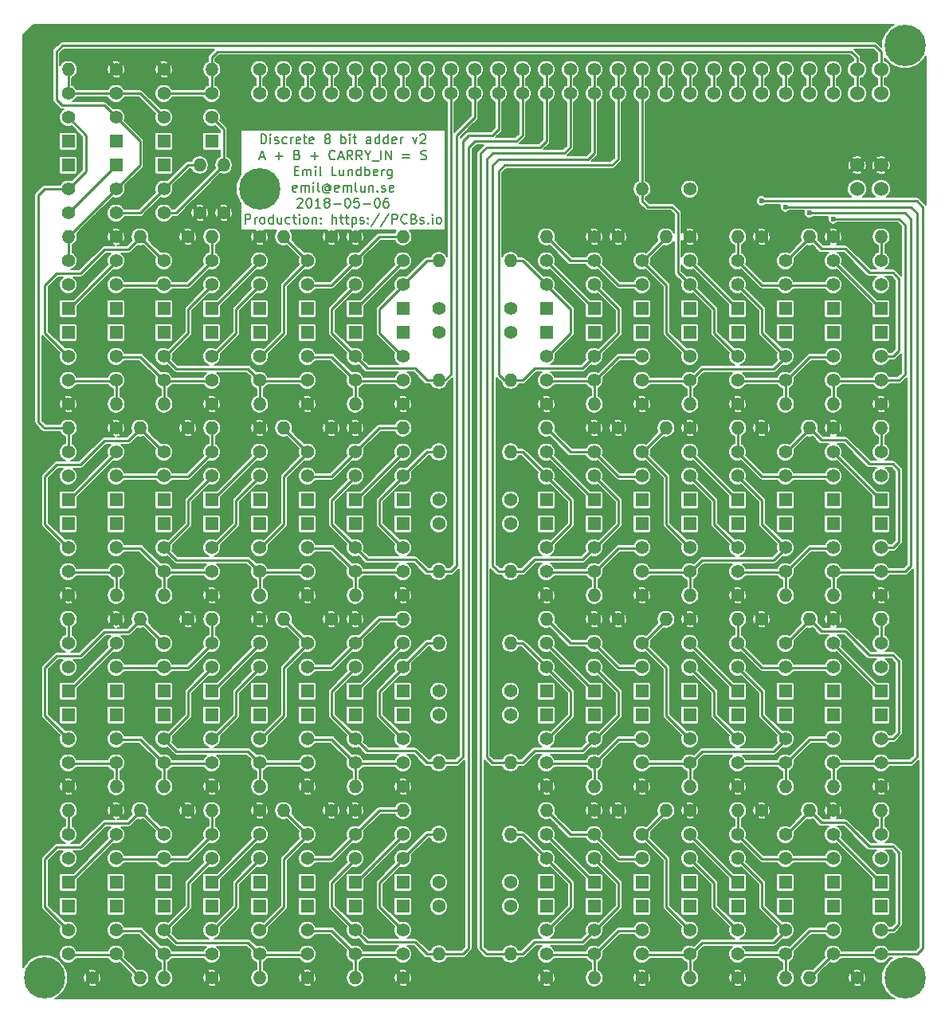
<source format=gtl>
G04 #@! TF.FileFunction,Copper,L1,Top,Signal*
%FSLAX46Y46*%
G04 Gerber Fmt 4.6, Leading zero omitted, Abs format (unit mm)*
G04 Created by KiCad (PCBNEW 4.0.7) date Mon May  7 00:57:03 2018*
%MOMM*%
%LPD*%
G01*
G04 APERTURE LIST*
%ADD10C,0.100000*%
%ADD11C,0.200000*%
%ADD12C,1.524000*%
%ADD13C,1.400000*%
%ADD14O,1.400000X1.400000*%
%ADD15R,1.400000X1.400000*%
%ADD16C,4.400000*%
%ADD17C,0.600000*%
%ADD18C,0.250000*%
%ADD19C,0.160000*%
G04 APERTURE END LIST*
D10*
D11*
X137335713Y-53606381D02*
X137335713Y-52606381D01*
X137573808Y-52606381D01*
X137716666Y-52654000D01*
X137811904Y-52749238D01*
X137859523Y-52844476D01*
X137907142Y-53034952D01*
X137907142Y-53177810D01*
X137859523Y-53368286D01*
X137811904Y-53463524D01*
X137716666Y-53558762D01*
X137573808Y-53606381D01*
X137335713Y-53606381D01*
X138335713Y-53606381D02*
X138335713Y-52939714D01*
X138335713Y-52606381D02*
X138288094Y-52654000D01*
X138335713Y-52701619D01*
X138383332Y-52654000D01*
X138335713Y-52606381D01*
X138335713Y-52701619D01*
X138764284Y-53558762D02*
X138859522Y-53606381D01*
X139049998Y-53606381D01*
X139145237Y-53558762D01*
X139192856Y-53463524D01*
X139192856Y-53415905D01*
X139145237Y-53320667D01*
X139049998Y-53273048D01*
X138907141Y-53273048D01*
X138811903Y-53225429D01*
X138764284Y-53130190D01*
X138764284Y-53082571D01*
X138811903Y-52987333D01*
X138907141Y-52939714D01*
X139049998Y-52939714D01*
X139145237Y-52987333D01*
X140049999Y-53558762D02*
X139954761Y-53606381D01*
X139764284Y-53606381D01*
X139669046Y-53558762D01*
X139621427Y-53511143D01*
X139573808Y-53415905D01*
X139573808Y-53130190D01*
X139621427Y-53034952D01*
X139669046Y-52987333D01*
X139764284Y-52939714D01*
X139954761Y-52939714D01*
X140049999Y-52987333D01*
X140478570Y-53606381D02*
X140478570Y-52939714D01*
X140478570Y-53130190D02*
X140526189Y-53034952D01*
X140573808Y-52987333D01*
X140669046Y-52939714D01*
X140764285Y-52939714D01*
X141478571Y-53558762D02*
X141383333Y-53606381D01*
X141192856Y-53606381D01*
X141097618Y-53558762D01*
X141049999Y-53463524D01*
X141049999Y-53082571D01*
X141097618Y-52987333D01*
X141192856Y-52939714D01*
X141383333Y-52939714D01*
X141478571Y-52987333D01*
X141526190Y-53082571D01*
X141526190Y-53177810D01*
X141049999Y-53273048D01*
X141811904Y-52939714D02*
X142192856Y-52939714D01*
X141954761Y-52606381D02*
X141954761Y-53463524D01*
X142002380Y-53558762D01*
X142097618Y-53606381D01*
X142192856Y-53606381D01*
X142907143Y-53558762D02*
X142811905Y-53606381D01*
X142621428Y-53606381D01*
X142526190Y-53558762D01*
X142478571Y-53463524D01*
X142478571Y-53082571D01*
X142526190Y-52987333D01*
X142621428Y-52939714D01*
X142811905Y-52939714D01*
X142907143Y-52987333D01*
X142954762Y-53082571D01*
X142954762Y-53177810D01*
X142478571Y-53273048D01*
X144288095Y-53034952D02*
X144192857Y-52987333D01*
X144145238Y-52939714D01*
X144097619Y-52844476D01*
X144097619Y-52796857D01*
X144145238Y-52701619D01*
X144192857Y-52654000D01*
X144288095Y-52606381D01*
X144478572Y-52606381D01*
X144573810Y-52654000D01*
X144621429Y-52701619D01*
X144669048Y-52796857D01*
X144669048Y-52844476D01*
X144621429Y-52939714D01*
X144573810Y-52987333D01*
X144478572Y-53034952D01*
X144288095Y-53034952D01*
X144192857Y-53082571D01*
X144145238Y-53130190D01*
X144097619Y-53225429D01*
X144097619Y-53415905D01*
X144145238Y-53511143D01*
X144192857Y-53558762D01*
X144288095Y-53606381D01*
X144478572Y-53606381D01*
X144573810Y-53558762D01*
X144621429Y-53511143D01*
X144669048Y-53415905D01*
X144669048Y-53225429D01*
X144621429Y-53130190D01*
X144573810Y-53082571D01*
X144478572Y-53034952D01*
X145859524Y-53606381D02*
X145859524Y-52606381D01*
X145859524Y-52987333D02*
X145954762Y-52939714D01*
X146145239Y-52939714D01*
X146240477Y-52987333D01*
X146288096Y-53034952D01*
X146335715Y-53130190D01*
X146335715Y-53415905D01*
X146288096Y-53511143D01*
X146240477Y-53558762D01*
X146145239Y-53606381D01*
X145954762Y-53606381D01*
X145859524Y-53558762D01*
X146764286Y-53606381D02*
X146764286Y-52939714D01*
X146764286Y-52606381D02*
X146716667Y-52654000D01*
X146764286Y-52701619D01*
X146811905Y-52654000D01*
X146764286Y-52606381D01*
X146764286Y-52701619D01*
X147097619Y-52939714D02*
X147478571Y-52939714D01*
X147240476Y-52606381D02*
X147240476Y-53463524D01*
X147288095Y-53558762D01*
X147383333Y-53606381D01*
X147478571Y-53606381D01*
X149002382Y-53606381D02*
X149002382Y-53082571D01*
X148954763Y-52987333D01*
X148859525Y-52939714D01*
X148669048Y-52939714D01*
X148573810Y-52987333D01*
X149002382Y-53558762D02*
X148907144Y-53606381D01*
X148669048Y-53606381D01*
X148573810Y-53558762D01*
X148526191Y-53463524D01*
X148526191Y-53368286D01*
X148573810Y-53273048D01*
X148669048Y-53225429D01*
X148907144Y-53225429D01*
X149002382Y-53177810D01*
X149907144Y-53606381D02*
X149907144Y-52606381D01*
X149907144Y-53558762D02*
X149811906Y-53606381D01*
X149621429Y-53606381D01*
X149526191Y-53558762D01*
X149478572Y-53511143D01*
X149430953Y-53415905D01*
X149430953Y-53130190D01*
X149478572Y-53034952D01*
X149526191Y-52987333D01*
X149621429Y-52939714D01*
X149811906Y-52939714D01*
X149907144Y-52987333D01*
X150811906Y-53606381D02*
X150811906Y-52606381D01*
X150811906Y-53558762D02*
X150716668Y-53606381D01*
X150526191Y-53606381D01*
X150430953Y-53558762D01*
X150383334Y-53511143D01*
X150335715Y-53415905D01*
X150335715Y-53130190D01*
X150383334Y-53034952D01*
X150430953Y-52987333D01*
X150526191Y-52939714D01*
X150716668Y-52939714D01*
X150811906Y-52987333D01*
X151669049Y-53558762D02*
X151573811Y-53606381D01*
X151383334Y-53606381D01*
X151288096Y-53558762D01*
X151240477Y-53463524D01*
X151240477Y-53082571D01*
X151288096Y-52987333D01*
X151383334Y-52939714D01*
X151573811Y-52939714D01*
X151669049Y-52987333D01*
X151716668Y-53082571D01*
X151716668Y-53177810D01*
X151240477Y-53273048D01*
X152145239Y-53606381D02*
X152145239Y-52939714D01*
X152145239Y-53130190D02*
X152192858Y-53034952D01*
X152240477Y-52987333D01*
X152335715Y-52939714D01*
X152430954Y-52939714D01*
X153430954Y-52939714D02*
X153669049Y-53606381D01*
X153907145Y-52939714D01*
X154240478Y-52701619D02*
X154288097Y-52654000D01*
X154383335Y-52606381D01*
X154621431Y-52606381D01*
X154716669Y-52654000D01*
X154764288Y-52701619D01*
X154811907Y-52796857D01*
X154811907Y-52892095D01*
X154764288Y-53034952D01*
X154192859Y-53606381D01*
X154811907Y-53606381D01*
X137192857Y-55020667D02*
X137669048Y-55020667D01*
X137097619Y-55306381D02*
X137430952Y-54306381D01*
X137764286Y-55306381D01*
X138859524Y-54925429D02*
X139621429Y-54925429D01*
X139240477Y-55306381D02*
X139240477Y-54544476D01*
X141192858Y-54782571D02*
X141335715Y-54830190D01*
X141383334Y-54877810D01*
X141430953Y-54973048D01*
X141430953Y-55115905D01*
X141383334Y-55211143D01*
X141335715Y-55258762D01*
X141240477Y-55306381D01*
X140859524Y-55306381D01*
X140859524Y-54306381D01*
X141192858Y-54306381D01*
X141288096Y-54354000D01*
X141335715Y-54401619D01*
X141383334Y-54496857D01*
X141383334Y-54592095D01*
X141335715Y-54687333D01*
X141288096Y-54734952D01*
X141192858Y-54782571D01*
X140859524Y-54782571D01*
X142621429Y-54925429D02*
X143383334Y-54925429D01*
X143002382Y-55306381D02*
X143002382Y-54544476D01*
X145192858Y-55211143D02*
X145145239Y-55258762D01*
X145002382Y-55306381D01*
X144907144Y-55306381D01*
X144764286Y-55258762D01*
X144669048Y-55163524D01*
X144621429Y-55068286D01*
X144573810Y-54877810D01*
X144573810Y-54734952D01*
X144621429Y-54544476D01*
X144669048Y-54449238D01*
X144764286Y-54354000D01*
X144907144Y-54306381D01*
X145002382Y-54306381D01*
X145145239Y-54354000D01*
X145192858Y-54401619D01*
X145573810Y-55020667D02*
X146050001Y-55020667D01*
X145478572Y-55306381D02*
X145811905Y-54306381D01*
X146145239Y-55306381D01*
X147050001Y-55306381D02*
X146716667Y-54830190D01*
X146478572Y-55306381D02*
X146478572Y-54306381D01*
X146859525Y-54306381D01*
X146954763Y-54354000D01*
X147002382Y-54401619D01*
X147050001Y-54496857D01*
X147050001Y-54639714D01*
X147002382Y-54734952D01*
X146954763Y-54782571D01*
X146859525Y-54830190D01*
X146478572Y-54830190D01*
X148050001Y-55306381D02*
X147716667Y-54830190D01*
X147478572Y-55306381D02*
X147478572Y-54306381D01*
X147859525Y-54306381D01*
X147954763Y-54354000D01*
X148002382Y-54401619D01*
X148050001Y-54496857D01*
X148050001Y-54639714D01*
X148002382Y-54734952D01*
X147954763Y-54782571D01*
X147859525Y-54830190D01*
X147478572Y-54830190D01*
X148669048Y-54830190D02*
X148669048Y-55306381D01*
X148335715Y-54306381D02*
X148669048Y-54830190D01*
X149002382Y-54306381D01*
X149097620Y-55401619D02*
X149859525Y-55401619D01*
X150097620Y-55306381D02*
X150097620Y-54306381D01*
X150573810Y-55306381D02*
X150573810Y-54306381D01*
X151145239Y-55306381D01*
X151145239Y-54306381D01*
X152383334Y-54782571D02*
X153145239Y-54782571D01*
X153145239Y-55068286D02*
X152383334Y-55068286D01*
X154335715Y-55258762D02*
X154478572Y-55306381D01*
X154716668Y-55306381D01*
X154811906Y-55258762D01*
X154859525Y-55211143D01*
X154907144Y-55115905D01*
X154907144Y-55020667D01*
X154859525Y-54925429D01*
X154811906Y-54877810D01*
X154716668Y-54830190D01*
X154526191Y-54782571D01*
X154430953Y-54734952D01*
X154383334Y-54687333D01*
X154335715Y-54592095D01*
X154335715Y-54496857D01*
X154383334Y-54401619D01*
X154430953Y-54354000D01*
X154526191Y-54306381D01*
X154764287Y-54306381D01*
X154907144Y-54354000D01*
X140883333Y-56482571D02*
X141216667Y-56482571D01*
X141359524Y-57006381D02*
X140883333Y-57006381D01*
X140883333Y-56006381D01*
X141359524Y-56006381D01*
X141788095Y-57006381D02*
X141788095Y-56339714D01*
X141788095Y-56434952D02*
X141835714Y-56387333D01*
X141930952Y-56339714D01*
X142073810Y-56339714D01*
X142169048Y-56387333D01*
X142216667Y-56482571D01*
X142216667Y-57006381D01*
X142216667Y-56482571D02*
X142264286Y-56387333D01*
X142359524Y-56339714D01*
X142502381Y-56339714D01*
X142597619Y-56387333D01*
X142645238Y-56482571D01*
X142645238Y-57006381D01*
X143121428Y-57006381D02*
X143121428Y-56339714D01*
X143121428Y-56006381D02*
X143073809Y-56054000D01*
X143121428Y-56101619D01*
X143169047Y-56054000D01*
X143121428Y-56006381D01*
X143121428Y-56101619D01*
X143740475Y-57006381D02*
X143645237Y-56958762D01*
X143597618Y-56863524D01*
X143597618Y-56006381D01*
X145359524Y-57006381D02*
X144883333Y-57006381D01*
X144883333Y-56006381D01*
X146121429Y-56339714D02*
X146121429Y-57006381D01*
X145692857Y-56339714D02*
X145692857Y-56863524D01*
X145740476Y-56958762D01*
X145835714Y-57006381D01*
X145978572Y-57006381D01*
X146073810Y-56958762D01*
X146121429Y-56911143D01*
X146597619Y-56339714D02*
X146597619Y-57006381D01*
X146597619Y-56434952D02*
X146645238Y-56387333D01*
X146740476Y-56339714D01*
X146883334Y-56339714D01*
X146978572Y-56387333D01*
X147026191Y-56482571D01*
X147026191Y-57006381D01*
X147930953Y-57006381D02*
X147930953Y-56006381D01*
X147930953Y-56958762D02*
X147835715Y-57006381D01*
X147645238Y-57006381D01*
X147550000Y-56958762D01*
X147502381Y-56911143D01*
X147454762Y-56815905D01*
X147454762Y-56530190D01*
X147502381Y-56434952D01*
X147550000Y-56387333D01*
X147645238Y-56339714D01*
X147835715Y-56339714D01*
X147930953Y-56387333D01*
X148407143Y-57006381D02*
X148407143Y-56006381D01*
X148407143Y-56387333D02*
X148502381Y-56339714D01*
X148692858Y-56339714D01*
X148788096Y-56387333D01*
X148835715Y-56434952D01*
X148883334Y-56530190D01*
X148883334Y-56815905D01*
X148835715Y-56911143D01*
X148788096Y-56958762D01*
X148692858Y-57006381D01*
X148502381Y-57006381D01*
X148407143Y-56958762D01*
X149692858Y-56958762D02*
X149597620Y-57006381D01*
X149407143Y-57006381D01*
X149311905Y-56958762D01*
X149264286Y-56863524D01*
X149264286Y-56482571D01*
X149311905Y-56387333D01*
X149407143Y-56339714D01*
X149597620Y-56339714D01*
X149692858Y-56387333D01*
X149740477Y-56482571D01*
X149740477Y-56577810D01*
X149264286Y-56673048D01*
X150169048Y-57006381D02*
X150169048Y-56339714D01*
X150169048Y-56530190D02*
X150216667Y-56434952D01*
X150264286Y-56387333D01*
X150359524Y-56339714D01*
X150454763Y-56339714D01*
X151216668Y-56339714D02*
X151216668Y-57149238D01*
X151169049Y-57244476D01*
X151121430Y-57292095D01*
X151026191Y-57339714D01*
X150883334Y-57339714D01*
X150788096Y-57292095D01*
X151216668Y-56958762D02*
X151121430Y-57006381D01*
X150930953Y-57006381D01*
X150835715Y-56958762D01*
X150788096Y-56911143D01*
X150740477Y-56815905D01*
X150740477Y-56530190D01*
X150788096Y-56434952D01*
X150835715Y-56387333D01*
X150930953Y-56339714D01*
X151121430Y-56339714D01*
X151216668Y-56387333D01*
X141097620Y-58658762D02*
X141002382Y-58706381D01*
X140811905Y-58706381D01*
X140716667Y-58658762D01*
X140669048Y-58563524D01*
X140669048Y-58182571D01*
X140716667Y-58087333D01*
X140811905Y-58039714D01*
X141002382Y-58039714D01*
X141097620Y-58087333D01*
X141145239Y-58182571D01*
X141145239Y-58277810D01*
X140669048Y-58373048D01*
X141573810Y-58706381D02*
X141573810Y-58039714D01*
X141573810Y-58134952D02*
X141621429Y-58087333D01*
X141716667Y-58039714D01*
X141859525Y-58039714D01*
X141954763Y-58087333D01*
X142002382Y-58182571D01*
X142002382Y-58706381D01*
X142002382Y-58182571D02*
X142050001Y-58087333D01*
X142145239Y-58039714D01*
X142288096Y-58039714D01*
X142383334Y-58087333D01*
X142430953Y-58182571D01*
X142430953Y-58706381D01*
X142907143Y-58706381D02*
X142907143Y-58039714D01*
X142907143Y-57706381D02*
X142859524Y-57754000D01*
X142907143Y-57801619D01*
X142954762Y-57754000D01*
X142907143Y-57706381D01*
X142907143Y-57801619D01*
X143526190Y-58706381D02*
X143430952Y-58658762D01*
X143383333Y-58563524D01*
X143383333Y-57706381D01*
X144526191Y-58230190D02*
X144478572Y-58182571D01*
X144383334Y-58134952D01*
X144288096Y-58134952D01*
X144192858Y-58182571D01*
X144145238Y-58230190D01*
X144097619Y-58325429D01*
X144097619Y-58420667D01*
X144145238Y-58515905D01*
X144192858Y-58563524D01*
X144288096Y-58611143D01*
X144383334Y-58611143D01*
X144478572Y-58563524D01*
X144526191Y-58515905D01*
X144526191Y-58134952D02*
X144526191Y-58515905D01*
X144573810Y-58563524D01*
X144621429Y-58563524D01*
X144716667Y-58515905D01*
X144764286Y-58420667D01*
X144764286Y-58182571D01*
X144669048Y-58039714D01*
X144526191Y-57944476D01*
X144335715Y-57896857D01*
X144145238Y-57944476D01*
X144002381Y-58039714D01*
X143907143Y-58182571D01*
X143859524Y-58373048D01*
X143907143Y-58563524D01*
X144002381Y-58706381D01*
X144145238Y-58801619D01*
X144335715Y-58849238D01*
X144526191Y-58801619D01*
X144669048Y-58706381D01*
X145573810Y-58658762D02*
X145478572Y-58706381D01*
X145288095Y-58706381D01*
X145192857Y-58658762D01*
X145145238Y-58563524D01*
X145145238Y-58182571D01*
X145192857Y-58087333D01*
X145288095Y-58039714D01*
X145478572Y-58039714D01*
X145573810Y-58087333D01*
X145621429Y-58182571D01*
X145621429Y-58277810D01*
X145145238Y-58373048D01*
X146050000Y-58706381D02*
X146050000Y-58039714D01*
X146050000Y-58134952D02*
X146097619Y-58087333D01*
X146192857Y-58039714D01*
X146335715Y-58039714D01*
X146430953Y-58087333D01*
X146478572Y-58182571D01*
X146478572Y-58706381D01*
X146478572Y-58182571D02*
X146526191Y-58087333D01*
X146621429Y-58039714D01*
X146764286Y-58039714D01*
X146859524Y-58087333D01*
X146907143Y-58182571D01*
X146907143Y-58706381D01*
X147526190Y-58706381D02*
X147430952Y-58658762D01*
X147383333Y-58563524D01*
X147383333Y-57706381D01*
X148335715Y-58039714D02*
X148335715Y-58706381D01*
X147907143Y-58039714D02*
X147907143Y-58563524D01*
X147954762Y-58658762D01*
X148050000Y-58706381D01*
X148192858Y-58706381D01*
X148288096Y-58658762D01*
X148335715Y-58611143D01*
X148811905Y-58039714D02*
X148811905Y-58706381D01*
X148811905Y-58134952D02*
X148859524Y-58087333D01*
X148954762Y-58039714D01*
X149097620Y-58039714D01*
X149192858Y-58087333D01*
X149240477Y-58182571D01*
X149240477Y-58706381D01*
X149716667Y-58611143D02*
X149764286Y-58658762D01*
X149716667Y-58706381D01*
X149669048Y-58658762D01*
X149716667Y-58611143D01*
X149716667Y-58706381D01*
X150145238Y-58658762D02*
X150240476Y-58706381D01*
X150430952Y-58706381D01*
X150526191Y-58658762D01*
X150573810Y-58563524D01*
X150573810Y-58515905D01*
X150526191Y-58420667D01*
X150430952Y-58373048D01*
X150288095Y-58373048D01*
X150192857Y-58325429D01*
X150145238Y-58230190D01*
X150145238Y-58182571D01*
X150192857Y-58087333D01*
X150288095Y-58039714D01*
X150430952Y-58039714D01*
X150526191Y-58087333D01*
X151383334Y-58658762D02*
X151288096Y-58706381D01*
X151097619Y-58706381D01*
X151002381Y-58658762D01*
X150954762Y-58563524D01*
X150954762Y-58182571D01*
X151002381Y-58087333D01*
X151097619Y-58039714D01*
X151288096Y-58039714D01*
X151383334Y-58087333D01*
X151430953Y-58182571D01*
X151430953Y-58277810D01*
X150954762Y-58373048D01*
X141192857Y-59501619D02*
X141240476Y-59454000D01*
X141335714Y-59406381D01*
X141573810Y-59406381D01*
X141669048Y-59454000D01*
X141716667Y-59501619D01*
X141764286Y-59596857D01*
X141764286Y-59692095D01*
X141716667Y-59834952D01*
X141145238Y-60406381D01*
X141764286Y-60406381D01*
X142383333Y-59406381D02*
X142478572Y-59406381D01*
X142573810Y-59454000D01*
X142621429Y-59501619D01*
X142669048Y-59596857D01*
X142716667Y-59787333D01*
X142716667Y-60025429D01*
X142669048Y-60215905D01*
X142621429Y-60311143D01*
X142573810Y-60358762D01*
X142478572Y-60406381D01*
X142383333Y-60406381D01*
X142288095Y-60358762D01*
X142240476Y-60311143D01*
X142192857Y-60215905D01*
X142145238Y-60025429D01*
X142145238Y-59787333D01*
X142192857Y-59596857D01*
X142240476Y-59501619D01*
X142288095Y-59454000D01*
X142383333Y-59406381D01*
X143669048Y-60406381D02*
X143097619Y-60406381D01*
X143383333Y-60406381D02*
X143383333Y-59406381D01*
X143288095Y-59549238D01*
X143192857Y-59644476D01*
X143097619Y-59692095D01*
X144240476Y-59834952D02*
X144145238Y-59787333D01*
X144097619Y-59739714D01*
X144050000Y-59644476D01*
X144050000Y-59596857D01*
X144097619Y-59501619D01*
X144145238Y-59454000D01*
X144240476Y-59406381D01*
X144430953Y-59406381D01*
X144526191Y-59454000D01*
X144573810Y-59501619D01*
X144621429Y-59596857D01*
X144621429Y-59644476D01*
X144573810Y-59739714D01*
X144526191Y-59787333D01*
X144430953Y-59834952D01*
X144240476Y-59834952D01*
X144145238Y-59882571D01*
X144097619Y-59930190D01*
X144050000Y-60025429D01*
X144050000Y-60215905D01*
X144097619Y-60311143D01*
X144145238Y-60358762D01*
X144240476Y-60406381D01*
X144430953Y-60406381D01*
X144526191Y-60358762D01*
X144573810Y-60311143D01*
X144621429Y-60215905D01*
X144621429Y-60025429D01*
X144573810Y-59930190D01*
X144526191Y-59882571D01*
X144430953Y-59834952D01*
X145050000Y-60025429D02*
X145811905Y-60025429D01*
X146478571Y-59406381D02*
X146573810Y-59406381D01*
X146669048Y-59454000D01*
X146716667Y-59501619D01*
X146764286Y-59596857D01*
X146811905Y-59787333D01*
X146811905Y-60025429D01*
X146764286Y-60215905D01*
X146716667Y-60311143D01*
X146669048Y-60358762D01*
X146573810Y-60406381D01*
X146478571Y-60406381D01*
X146383333Y-60358762D01*
X146335714Y-60311143D01*
X146288095Y-60215905D01*
X146240476Y-60025429D01*
X146240476Y-59787333D01*
X146288095Y-59596857D01*
X146335714Y-59501619D01*
X146383333Y-59454000D01*
X146478571Y-59406381D01*
X147716667Y-59406381D02*
X147240476Y-59406381D01*
X147192857Y-59882571D01*
X147240476Y-59834952D01*
X147335714Y-59787333D01*
X147573810Y-59787333D01*
X147669048Y-59834952D01*
X147716667Y-59882571D01*
X147764286Y-59977810D01*
X147764286Y-60215905D01*
X147716667Y-60311143D01*
X147669048Y-60358762D01*
X147573810Y-60406381D01*
X147335714Y-60406381D01*
X147240476Y-60358762D01*
X147192857Y-60311143D01*
X148192857Y-60025429D02*
X148954762Y-60025429D01*
X149621428Y-59406381D02*
X149716667Y-59406381D01*
X149811905Y-59454000D01*
X149859524Y-59501619D01*
X149907143Y-59596857D01*
X149954762Y-59787333D01*
X149954762Y-60025429D01*
X149907143Y-60215905D01*
X149859524Y-60311143D01*
X149811905Y-60358762D01*
X149716667Y-60406381D01*
X149621428Y-60406381D01*
X149526190Y-60358762D01*
X149478571Y-60311143D01*
X149430952Y-60215905D01*
X149383333Y-60025429D01*
X149383333Y-59787333D01*
X149430952Y-59596857D01*
X149478571Y-59501619D01*
X149526190Y-59454000D01*
X149621428Y-59406381D01*
X150811905Y-59406381D02*
X150621428Y-59406381D01*
X150526190Y-59454000D01*
X150478571Y-59501619D01*
X150383333Y-59644476D01*
X150335714Y-59834952D01*
X150335714Y-60215905D01*
X150383333Y-60311143D01*
X150430952Y-60358762D01*
X150526190Y-60406381D01*
X150716667Y-60406381D01*
X150811905Y-60358762D01*
X150859524Y-60311143D01*
X150907143Y-60215905D01*
X150907143Y-59977810D01*
X150859524Y-59882571D01*
X150811905Y-59834952D01*
X150716667Y-59787333D01*
X150526190Y-59787333D01*
X150430952Y-59834952D01*
X150383333Y-59882571D01*
X150335714Y-59977810D01*
X135645238Y-62106381D02*
X135645238Y-61106381D01*
X136026191Y-61106381D01*
X136121429Y-61154000D01*
X136169048Y-61201619D01*
X136216667Y-61296857D01*
X136216667Y-61439714D01*
X136169048Y-61534952D01*
X136121429Y-61582571D01*
X136026191Y-61630190D01*
X135645238Y-61630190D01*
X136645238Y-62106381D02*
X136645238Y-61439714D01*
X136645238Y-61630190D02*
X136692857Y-61534952D01*
X136740476Y-61487333D01*
X136835714Y-61439714D01*
X136930953Y-61439714D01*
X137407143Y-62106381D02*
X137311905Y-62058762D01*
X137264286Y-62011143D01*
X137216667Y-61915905D01*
X137216667Y-61630190D01*
X137264286Y-61534952D01*
X137311905Y-61487333D01*
X137407143Y-61439714D01*
X137550001Y-61439714D01*
X137645239Y-61487333D01*
X137692858Y-61534952D01*
X137740477Y-61630190D01*
X137740477Y-61915905D01*
X137692858Y-62011143D01*
X137645239Y-62058762D01*
X137550001Y-62106381D01*
X137407143Y-62106381D01*
X138597620Y-62106381D02*
X138597620Y-61106381D01*
X138597620Y-62058762D02*
X138502382Y-62106381D01*
X138311905Y-62106381D01*
X138216667Y-62058762D01*
X138169048Y-62011143D01*
X138121429Y-61915905D01*
X138121429Y-61630190D01*
X138169048Y-61534952D01*
X138216667Y-61487333D01*
X138311905Y-61439714D01*
X138502382Y-61439714D01*
X138597620Y-61487333D01*
X139502382Y-61439714D02*
X139502382Y-62106381D01*
X139073810Y-61439714D02*
X139073810Y-61963524D01*
X139121429Y-62058762D01*
X139216667Y-62106381D01*
X139359525Y-62106381D01*
X139454763Y-62058762D01*
X139502382Y-62011143D01*
X140407144Y-62058762D02*
X140311906Y-62106381D01*
X140121429Y-62106381D01*
X140026191Y-62058762D01*
X139978572Y-62011143D01*
X139930953Y-61915905D01*
X139930953Y-61630190D01*
X139978572Y-61534952D01*
X140026191Y-61487333D01*
X140121429Y-61439714D01*
X140311906Y-61439714D01*
X140407144Y-61487333D01*
X140692858Y-61439714D02*
X141073810Y-61439714D01*
X140835715Y-61106381D02*
X140835715Y-61963524D01*
X140883334Y-62058762D01*
X140978572Y-62106381D01*
X141073810Y-62106381D01*
X141407144Y-62106381D02*
X141407144Y-61439714D01*
X141407144Y-61106381D02*
X141359525Y-61154000D01*
X141407144Y-61201619D01*
X141454763Y-61154000D01*
X141407144Y-61106381D01*
X141407144Y-61201619D01*
X142026191Y-62106381D02*
X141930953Y-62058762D01*
X141883334Y-62011143D01*
X141835715Y-61915905D01*
X141835715Y-61630190D01*
X141883334Y-61534952D01*
X141930953Y-61487333D01*
X142026191Y-61439714D01*
X142169049Y-61439714D01*
X142264287Y-61487333D01*
X142311906Y-61534952D01*
X142359525Y-61630190D01*
X142359525Y-61915905D01*
X142311906Y-62011143D01*
X142264287Y-62058762D01*
X142169049Y-62106381D01*
X142026191Y-62106381D01*
X142788096Y-61439714D02*
X142788096Y-62106381D01*
X142788096Y-61534952D02*
X142835715Y-61487333D01*
X142930953Y-61439714D01*
X143073811Y-61439714D01*
X143169049Y-61487333D01*
X143216668Y-61582571D01*
X143216668Y-62106381D01*
X143692858Y-62011143D02*
X143740477Y-62058762D01*
X143692858Y-62106381D01*
X143645239Y-62058762D01*
X143692858Y-62011143D01*
X143692858Y-62106381D01*
X143692858Y-61487333D02*
X143740477Y-61534952D01*
X143692858Y-61582571D01*
X143645239Y-61534952D01*
X143692858Y-61487333D01*
X143692858Y-61582571D01*
X144930953Y-62106381D02*
X144930953Y-61106381D01*
X145359525Y-62106381D02*
X145359525Y-61582571D01*
X145311906Y-61487333D01*
X145216668Y-61439714D01*
X145073810Y-61439714D01*
X144978572Y-61487333D01*
X144930953Y-61534952D01*
X145692858Y-61439714D02*
X146073810Y-61439714D01*
X145835715Y-61106381D02*
X145835715Y-61963524D01*
X145883334Y-62058762D01*
X145978572Y-62106381D01*
X146073810Y-62106381D01*
X146264287Y-61439714D02*
X146645239Y-61439714D01*
X146407144Y-61106381D02*
X146407144Y-61963524D01*
X146454763Y-62058762D01*
X146550001Y-62106381D01*
X146645239Y-62106381D01*
X146978573Y-61439714D02*
X146978573Y-62439714D01*
X146978573Y-61487333D02*
X147073811Y-61439714D01*
X147264288Y-61439714D01*
X147359526Y-61487333D01*
X147407145Y-61534952D01*
X147454764Y-61630190D01*
X147454764Y-61915905D01*
X147407145Y-62011143D01*
X147359526Y-62058762D01*
X147264288Y-62106381D01*
X147073811Y-62106381D01*
X146978573Y-62058762D01*
X147835716Y-62058762D02*
X147930954Y-62106381D01*
X148121430Y-62106381D01*
X148216669Y-62058762D01*
X148264288Y-61963524D01*
X148264288Y-61915905D01*
X148216669Y-61820667D01*
X148121430Y-61773048D01*
X147978573Y-61773048D01*
X147883335Y-61725429D01*
X147835716Y-61630190D01*
X147835716Y-61582571D01*
X147883335Y-61487333D01*
X147978573Y-61439714D01*
X148121430Y-61439714D01*
X148216669Y-61487333D01*
X148692859Y-62011143D02*
X148740478Y-62058762D01*
X148692859Y-62106381D01*
X148645240Y-62058762D01*
X148692859Y-62011143D01*
X148692859Y-62106381D01*
X148692859Y-61487333D02*
X148740478Y-61534952D01*
X148692859Y-61582571D01*
X148645240Y-61534952D01*
X148692859Y-61487333D01*
X148692859Y-61582571D01*
X149883335Y-61058762D02*
X149026192Y-62344476D01*
X150930954Y-61058762D02*
X150073811Y-62344476D01*
X151264287Y-62106381D02*
X151264287Y-61106381D01*
X151645240Y-61106381D01*
X151740478Y-61154000D01*
X151788097Y-61201619D01*
X151835716Y-61296857D01*
X151835716Y-61439714D01*
X151788097Y-61534952D01*
X151740478Y-61582571D01*
X151645240Y-61630190D01*
X151264287Y-61630190D01*
X152835716Y-62011143D02*
X152788097Y-62058762D01*
X152645240Y-62106381D01*
X152550002Y-62106381D01*
X152407144Y-62058762D01*
X152311906Y-61963524D01*
X152264287Y-61868286D01*
X152216668Y-61677810D01*
X152216668Y-61534952D01*
X152264287Y-61344476D01*
X152311906Y-61249238D01*
X152407144Y-61154000D01*
X152550002Y-61106381D01*
X152645240Y-61106381D01*
X152788097Y-61154000D01*
X152835716Y-61201619D01*
X153597621Y-61582571D02*
X153740478Y-61630190D01*
X153788097Y-61677810D01*
X153835716Y-61773048D01*
X153835716Y-61915905D01*
X153788097Y-62011143D01*
X153740478Y-62058762D01*
X153645240Y-62106381D01*
X153264287Y-62106381D01*
X153264287Y-61106381D01*
X153597621Y-61106381D01*
X153692859Y-61154000D01*
X153740478Y-61201619D01*
X153788097Y-61296857D01*
X153788097Y-61392095D01*
X153740478Y-61487333D01*
X153692859Y-61534952D01*
X153597621Y-61582571D01*
X153264287Y-61582571D01*
X154216668Y-62058762D02*
X154311906Y-62106381D01*
X154502382Y-62106381D01*
X154597621Y-62058762D01*
X154645240Y-61963524D01*
X154645240Y-61915905D01*
X154597621Y-61820667D01*
X154502382Y-61773048D01*
X154359525Y-61773048D01*
X154264287Y-61725429D01*
X154216668Y-61630190D01*
X154216668Y-61582571D01*
X154264287Y-61487333D01*
X154359525Y-61439714D01*
X154502382Y-61439714D01*
X154597621Y-61487333D01*
X155073811Y-62011143D02*
X155121430Y-62058762D01*
X155073811Y-62106381D01*
X155026192Y-62058762D01*
X155073811Y-62011143D01*
X155073811Y-62106381D01*
X155550001Y-62106381D02*
X155550001Y-61439714D01*
X155550001Y-61106381D02*
X155502382Y-61154000D01*
X155550001Y-61201619D01*
X155597620Y-61154000D01*
X155550001Y-61106381D01*
X155550001Y-61201619D01*
X156169048Y-62106381D02*
X156073810Y-62058762D01*
X156026191Y-62011143D01*
X155978572Y-61915905D01*
X155978572Y-61630190D01*
X156026191Y-61534952D01*
X156073810Y-61487333D01*
X156169048Y-61439714D01*
X156311906Y-61439714D01*
X156407144Y-61487333D01*
X156454763Y-61534952D01*
X156502382Y-61630190D01*
X156502382Y-61915905D01*
X156454763Y-62011143D01*
X156407144Y-62058762D01*
X156311906Y-62106381D01*
X156169048Y-62106381D01*
D12*
X203200000Y-55880000D03*
X203200000Y-58420000D03*
X200660000Y-58420000D03*
X200660000Y-55880000D03*
D13*
X177800000Y-45720000D03*
X177800000Y-48260000D03*
X137160000Y-45720000D03*
X139700000Y-45720000D03*
X142240000Y-45720000D03*
X144780000Y-45720000D03*
X147320000Y-45720000D03*
X149860000Y-45720000D03*
X152400000Y-45720000D03*
X154940000Y-45720000D03*
X154940000Y-48260000D03*
X152400000Y-48260000D03*
X149860000Y-48260000D03*
X147320000Y-48260000D03*
X144780000Y-48260000D03*
X142240000Y-48260000D03*
X139700000Y-48260000D03*
X137160000Y-48260000D03*
X180340000Y-45720000D03*
X182880000Y-45720000D03*
X185420000Y-45720000D03*
X187960000Y-45720000D03*
X190500000Y-45720000D03*
X193040000Y-45720000D03*
X195580000Y-45720000D03*
X198120000Y-45720000D03*
X198120000Y-48260000D03*
X195580000Y-48260000D03*
X193040000Y-48260000D03*
X190500000Y-48260000D03*
X187960000Y-48260000D03*
X185420000Y-48260000D03*
X182880000Y-48260000D03*
X180340000Y-48260000D03*
X157480000Y-45720000D03*
X160020000Y-45720000D03*
X162560000Y-45720000D03*
X165100000Y-45720000D03*
X167640000Y-45720000D03*
X170180000Y-45720000D03*
X172720000Y-45720000D03*
X175260000Y-45720000D03*
X175260000Y-48260000D03*
X172720000Y-48260000D03*
X170180000Y-48260000D03*
X167640000Y-48260000D03*
X165100000Y-48260000D03*
X162560000Y-48260000D03*
X160020000Y-48260000D03*
X157480000Y-48260000D03*
D12*
X200660000Y-45720000D03*
X203200000Y-45720000D03*
X203200000Y-48260000D03*
X200660000Y-48260000D03*
D13*
X182880000Y-58420000D03*
D14*
X177800000Y-58420000D03*
D13*
X167640000Y-81280000D03*
D14*
X172720000Y-81280000D03*
D13*
X177800000Y-81280000D03*
D14*
X182880000Y-81280000D03*
D13*
X187960000Y-81280000D03*
D14*
X193040000Y-81280000D03*
D13*
X203200000Y-81280000D03*
D14*
X198120000Y-81280000D03*
D13*
X163830000Y-71120000D03*
D14*
X163830000Y-66040000D03*
D13*
X163830000Y-73660000D03*
D14*
X163830000Y-78740000D03*
D13*
X172720000Y-63500000D03*
D14*
X167640000Y-63500000D03*
D13*
X175260000Y-63500000D03*
D14*
X180340000Y-63500000D03*
D13*
X182880000Y-63500000D03*
D14*
X187960000Y-63500000D03*
D13*
X190500000Y-63500000D03*
D14*
X195580000Y-63500000D03*
D13*
X198120000Y-63500000D03*
D14*
X203200000Y-63500000D03*
D13*
X167640000Y-101600000D03*
D14*
X172720000Y-101600000D03*
D13*
X177800000Y-101600000D03*
D14*
X182880000Y-101600000D03*
D13*
X187960000Y-101600000D03*
D14*
X193040000Y-101600000D03*
D13*
X203200000Y-101600000D03*
D14*
X198120000Y-101600000D03*
D13*
X163830000Y-91440000D03*
D14*
X163830000Y-86360000D03*
D13*
X163830000Y-93980000D03*
D14*
X163830000Y-99060000D03*
D13*
X172720000Y-83820000D03*
D14*
X167640000Y-83820000D03*
D13*
X175260000Y-83820000D03*
D14*
X180340000Y-83820000D03*
D13*
X182880000Y-83820000D03*
D14*
X187960000Y-83820000D03*
D13*
X190500000Y-83820000D03*
D14*
X195580000Y-83820000D03*
D13*
X198120000Y-83820000D03*
D14*
X203200000Y-83820000D03*
D13*
X167640000Y-121920000D03*
D14*
X172720000Y-121920000D03*
D13*
X177800000Y-121920000D03*
D14*
X182880000Y-121920000D03*
D13*
X187960000Y-121920000D03*
D14*
X193040000Y-121920000D03*
D13*
X203200000Y-121920000D03*
D14*
X198120000Y-121920000D03*
D13*
X163830000Y-111760000D03*
D14*
X163830000Y-106680000D03*
D13*
X163830000Y-114300000D03*
D14*
X163830000Y-119380000D03*
D13*
X172720000Y-104140000D03*
D14*
X167640000Y-104140000D03*
D13*
X175260000Y-104140000D03*
D14*
X180340000Y-104140000D03*
D13*
X182880000Y-104140000D03*
D14*
X187960000Y-104140000D03*
D13*
X190500000Y-104140000D03*
D14*
X195580000Y-104140000D03*
D13*
X198120000Y-104140000D03*
D14*
X203200000Y-104140000D03*
D13*
X167640000Y-142240000D03*
D14*
X172720000Y-142240000D03*
D13*
X177800000Y-142240000D03*
D14*
X182880000Y-142240000D03*
D13*
X187960000Y-142240000D03*
D14*
X193040000Y-142240000D03*
D13*
X200660000Y-142240000D03*
D14*
X195580000Y-142240000D03*
D13*
X163830000Y-132080000D03*
D14*
X163830000Y-127000000D03*
D13*
X163830000Y-134620000D03*
D14*
X163830000Y-139700000D03*
D13*
X172720000Y-124460000D03*
D14*
X167640000Y-124460000D03*
D13*
X175260000Y-124460000D03*
D14*
X180340000Y-124460000D03*
D13*
X182880000Y-124460000D03*
D14*
X187960000Y-124460000D03*
D13*
X190500000Y-124460000D03*
D14*
X195580000Y-124460000D03*
D13*
X198120000Y-124460000D03*
D14*
X203200000Y-124460000D03*
D13*
X152400000Y-142240000D03*
D14*
X147320000Y-142240000D03*
D13*
X142240000Y-142240000D03*
D14*
X137160000Y-142240000D03*
D13*
X132080000Y-142240000D03*
D14*
X127000000Y-142240000D03*
D13*
X119380000Y-142240000D03*
D14*
X124460000Y-142240000D03*
D13*
X156210000Y-132080000D03*
D14*
X156210000Y-127000000D03*
D13*
X156210000Y-134620000D03*
D14*
X156210000Y-139700000D03*
D13*
X147320000Y-124460000D03*
D14*
X152400000Y-124460000D03*
D13*
X144780000Y-124460000D03*
D14*
X139700000Y-124460000D03*
D13*
X137160000Y-124460000D03*
D14*
X132080000Y-124460000D03*
D13*
X129540000Y-124460000D03*
D14*
X124460000Y-124460000D03*
D13*
X121920000Y-124460000D03*
D14*
X116840000Y-124460000D03*
D13*
X152400000Y-121920000D03*
D14*
X147320000Y-121920000D03*
D13*
X142240000Y-121920000D03*
D14*
X137160000Y-121920000D03*
D13*
X132080000Y-121920000D03*
D14*
X127000000Y-121920000D03*
D13*
X116840000Y-121920000D03*
D14*
X121920000Y-121920000D03*
D13*
X156210000Y-111760000D03*
D14*
X156210000Y-106680000D03*
D13*
X156210000Y-114300000D03*
D14*
X156210000Y-119380000D03*
D13*
X147320000Y-104140000D03*
D14*
X152400000Y-104140000D03*
D13*
X144780000Y-104140000D03*
D14*
X139700000Y-104140000D03*
D13*
X137160000Y-104140000D03*
D14*
X132080000Y-104140000D03*
D13*
X129540000Y-104140000D03*
D14*
X124460000Y-104140000D03*
D13*
X121920000Y-104140000D03*
D14*
X116840000Y-104140000D03*
D13*
X152400000Y-101600000D03*
D14*
X147320000Y-101600000D03*
D13*
X142240000Y-101600000D03*
D14*
X137160000Y-101600000D03*
D13*
X132080000Y-101600000D03*
D14*
X127000000Y-101600000D03*
D13*
X116840000Y-101600000D03*
D14*
X121920000Y-101600000D03*
D13*
X156210000Y-91440000D03*
D14*
X156210000Y-86360000D03*
D13*
X156210000Y-93980000D03*
D14*
X156210000Y-99060000D03*
D13*
X147320000Y-83820000D03*
D14*
X152400000Y-83820000D03*
D13*
X144780000Y-83820000D03*
D14*
X139700000Y-83820000D03*
D13*
X137160000Y-83820000D03*
D14*
X132080000Y-83820000D03*
D13*
X129540000Y-83820000D03*
D14*
X124460000Y-83820000D03*
D13*
X121920000Y-83820000D03*
D14*
X116840000Y-83820000D03*
D13*
X152400000Y-81280000D03*
D14*
X147320000Y-81280000D03*
D13*
X142240000Y-81280000D03*
D14*
X137160000Y-81280000D03*
D13*
X132080000Y-81280000D03*
D14*
X127000000Y-81280000D03*
D13*
X116840000Y-81280000D03*
D14*
X121920000Y-81280000D03*
D13*
X156210000Y-71120000D03*
D14*
X156210000Y-66040000D03*
D13*
X156210000Y-73660000D03*
D14*
X156210000Y-78740000D03*
D13*
X147320000Y-63500000D03*
D14*
X152400000Y-63500000D03*
D13*
X144780000Y-63500000D03*
D14*
X139700000Y-63500000D03*
D13*
X137160000Y-63500000D03*
D14*
X132080000Y-63500000D03*
D13*
X129540000Y-63500000D03*
D14*
X124460000Y-63500000D03*
D13*
X121920000Y-63500000D03*
D14*
X116840000Y-63500000D03*
D13*
X121920000Y-45720000D03*
D14*
X116840000Y-45720000D03*
D13*
X127000000Y-45720000D03*
D14*
X132080000Y-45720000D03*
D13*
X130810000Y-60960000D03*
D14*
X130810000Y-55880000D03*
D13*
X133350000Y-60960000D03*
D14*
X133350000Y-55880000D03*
D13*
X121920000Y-58420000D03*
X121920000Y-60960000D03*
D15*
X121920000Y-55880000D03*
D13*
X116840000Y-58420000D03*
X116840000Y-60960000D03*
D15*
X116840000Y-55880000D03*
D13*
X132080000Y-50800000D03*
X132080000Y-48260000D03*
D15*
X132080000Y-53340000D03*
D13*
X127000000Y-50800000D03*
X127000000Y-48260000D03*
D15*
X127000000Y-53340000D03*
D13*
X121920000Y-50800000D03*
X121920000Y-48260000D03*
D15*
X121920000Y-53340000D03*
D13*
X116840000Y-50800000D03*
X116840000Y-48260000D03*
D15*
X116840000Y-53340000D03*
D13*
X116840000Y-68580000D03*
X116840000Y-66040000D03*
D15*
X116840000Y-71120000D03*
D13*
X121920000Y-68580000D03*
X121920000Y-66040000D03*
D15*
X121920000Y-71120000D03*
D13*
X127000000Y-68580000D03*
X127000000Y-66040000D03*
D15*
X127000000Y-71120000D03*
D13*
X132080000Y-68580000D03*
X132080000Y-66040000D03*
D15*
X132080000Y-71120000D03*
D13*
X137160000Y-68580000D03*
X137160000Y-66040000D03*
D15*
X137160000Y-71120000D03*
D13*
X142240000Y-68580000D03*
X142240000Y-66040000D03*
D15*
X142240000Y-71120000D03*
D13*
X147320000Y-68580000D03*
X147320000Y-66040000D03*
D15*
X147320000Y-71120000D03*
D13*
X152400000Y-68580000D03*
X152400000Y-66040000D03*
D15*
X152400000Y-71120000D03*
D13*
X116840000Y-76200000D03*
X116840000Y-78740000D03*
D15*
X116840000Y-73660000D03*
D13*
X121920000Y-76200000D03*
X121920000Y-78740000D03*
D15*
X121920000Y-73660000D03*
D13*
X127000000Y-76200000D03*
X127000000Y-78740000D03*
D15*
X127000000Y-73660000D03*
D13*
X132080000Y-76200000D03*
X132080000Y-78740000D03*
D15*
X132080000Y-73660000D03*
D13*
X137160000Y-76200000D03*
X137160000Y-78740000D03*
D15*
X137160000Y-73660000D03*
D13*
X142240000Y-76200000D03*
X142240000Y-78740000D03*
D15*
X142240000Y-73660000D03*
D13*
X147320000Y-76200000D03*
X147320000Y-78740000D03*
D15*
X147320000Y-73660000D03*
D13*
X152400000Y-76200000D03*
X152400000Y-78740000D03*
D15*
X152400000Y-73660000D03*
D13*
X116840000Y-88900000D03*
X116840000Y-86360000D03*
D15*
X116840000Y-91440000D03*
D13*
X121920000Y-88900000D03*
X121920000Y-86360000D03*
D15*
X121920000Y-91440000D03*
D13*
X127000000Y-88900000D03*
X127000000Y-86360000D03*
D15*
X127000000Y-91440000D03*
D13*
X132080000Y-88900000D03*
X132080000Y-86360000D03*
D15*
X132080000Y-91440000D03*
D13*
X137160000Y-88900000D03*
X137160000Y-86360000D03*
D15*
X137160000Y-91440000D03*
D13*
X142240000Y-88900000D03*
X142240000Y-86360000D03*
D15*
X142240000Y-91440000D03*
D13*
X147320000Y-88900000D03*
X147320000Y-86360000D03*
D15*
X147320000Y-91440000D03*
D13*
X152400000Y-88900000D03*
X152400000Y-86360000D03*
D15*
X152400000Y-91440000D03*
D13*
X116840000Y-96520000D03*
X116840000Y-99060000D03*
D15*
X116840000Y-93980000D03*
D13*
X121920000Y-96520000D03*
X121920000Y-99060000D03*
D15*
X121920000Y-93980000D03*
D13*
X127000000Y-96520000D03*
X127000000Y-99060000D03*
D15*
X127000000Y-93980000D03*
D13*
X132080000Y-96520000D03*
X132080000Y-99060000D03*
D15*
X132080000Y-93980000D03*
D13*
X137160000Y-96520000D03*
X137160000Y-99060000D03*
D15*
X137160000Y-93980000D03*
D13*
X142240000Y-96520000D03*
X142240000Y-99060000D03*
D15*
X142240000Y-93980000D03*
D13*
X147320000Y-96520000D03*
X147320000Y-99060000D03*
D15*
X147320000Y-93980000D03*
D13*
X152400000Y-96520000D03*
X152400000Y-99060000D03*
D15*
X152400000Y-93980000D03*
D13*
X116840000Y-109220000D03*
X116840000Y-106680000D03*
D15*
X116840000Y-111760000D03*
D13*
X121920000Y-109220000D03*
X121920000Y-106680000D03*
D15*
X121920000Y-111760000D03*
D13*
X127000000Y-109220000D03*
X127000000Y-106680000D03*
D15*
X127000000Y-111760000D03*
D13*
X132080000Y-109220000D03*
X132080000Y-106680000D03*
D15*
X132080000Y-111760000D03*
D13*
X137160000Y-109220000D03*
X137160000Y-106680000D03*
D15*
X137160000Y-111760000D03*
D13*
X142240000Y-109220000D03*
X142240000Y-106680000D03*
D15*
X142240000Y-111760000D03*
D13*
X147320000Y-109220000D03*
X147320000Y-106680000D03*
D15*
X147320000Y-111760000D03*
D13*
X152400000Y-109220000D03*
X152400000Y-106680000D03*
D15*
X152400000Y-111760000D03*
D13*
X116840000Y-116840000D03*
X116840000Y-119380000D03*
D15*
X116840000Y-114300000D03*
D13*
X121920000Y-116840000D03*
X121920000Y-119380000D03*
D15*
X121920000Y-114300000D03*
D13*
X127000000Y-116840000D03*
X127000000Y-119380000D03*
D15*
X127000000Y-114300000D03*
D13*
X132080000Y-116840000D03*
X132080000Y-119380000D03*
D15*
X132080000Y-114300000D03*
D13*
X137160000Y-116840000D03*
X137160000Y-119380000D03*
D15*
X137160000Y-114300000D03*
D13*
X142240000Y-116840000D03*
X142240000Y-119380000D03*
D15*
X142240000Y-114300000D03*
D13*
X147320000Y-116840000D03*
X147320000Y-119380000D03*
D15*
X147320000Y-114300000D03*
D13*
X152400000Y-116840000D03*
X152400000Y-119380000D03*
D15*
X152400000Y-114300000D03*
D13*
X116840000Y-129540000D03*
X116840000Y-127000000D03*
D15*
X116840000Y-132080000D03*
D13*
X121920000Y-129540000D03*
X121920000Y-127000000D03*
D15*
X121920000Y-132080000D03*
D13*
X127000000Y-129540000D03*
X127000000Y-127000000D03*
D15*
X127000000Y-132080000D03*
D13*
X132080000Y-129540000D03*
X132080000Y-127000000D03*
D15*
X132080000Y-132080000D03*
D13*
X137160000Y-129540000D03*
X137160000Y-127000000D03*
D15*
X137160000Y-132080000D03*
D13*
X142240000Y-129540000D03*
X142240000Y-127000000D03*
D15*
X142240000Y-132080000D03*
D13*
X147320000Y-129540000D03*
X147320000Y-127000000D03*
D15*
X147320000Y-132080000D03*
D13*
X152400000Y-129540000D03*
X152400000Y-127000000D03*
D15*
X152400000Y-132080000D03*
D13*
X116840000Y-137160000D03*
X116840000Y-139700000D03*
D15*
X116840000Y-134620000D03*
D13*
X121920000Y-137160000D03*
X121920000Y-139700000D03*
D15*
X121920000Y-134620000D03*
D13*
X127000000Y-137160000D03*
X127000000Y-139700000D03*
D15*
X127000000Y-134620000D03*
D13*
X132080000Y-137160000D03*
X132080000Y-139700000D03*
D15*
X132080000Y-134620000D03*
D13*
X137160000Y-137160000D03*
X137160000Y-139700000D03*
D15*
X137160000Y-134620000D03*
D13*
X142240000Y-137160000D03*
X142240000Y-139700000D03*
D15*
X142240000Y-134620000D03*
D13*
X147320000Y-137160000D03*
X147320000Y-139700000D03*
D15*
X147320000Y-134620000D03*
D13*
X152400000Y-137160000D03*
X152400000Y-139700000D03*
D15*
X152400000Y-134620000D03*
D13*
X203200000Y-129540000D03*
X203200000Y-127000000D03*
D15*
X203200000Y-132080000D03*
D13*
X198120000Y-129540000D03*
X198120000Y-127000000D03*
D15*
X198120000Y-132080000D03*
D13*
X193040000Y-129540000D03*
X193040000Y-127000000D03*
D15*
X193040000Y-132080000D03*
D13*
X187960000Y-129540000D03*
X187960000Y-127000000D03*
D15*
X187960000Y-132080000D03*
D13*
X182880000Y-129540000D03*
X182880000Y-127000000D03*
D15*
X182880000Y-132080000D03*
D13*
X177800000Y-129540000D03*
X177800000Y-127000000D03*
D15*
X177800000Y-132080000D03*
D13*
X172720000Y-129540000D03*
X172720000Y-127000000D03*
D15*
X172720000Y-132080000D03*
D13*
X167640000Y-129540000D03*
X167640000Y-127000000D03*
D15*
X167640000Y-132080000D03*
D13*
X203200000Y-137160000D03*
X203200000Y-139700000D03*
D15*
X203200000Y-134620000D03*
D13*
X198120000Y-137160000D03*
X198120000Y-139700000D03*
D15*
X198120000Y-134620000D03*
D13*
X193040000Y-137160000D03*
X193040000Y-139700000D03*
D15*
X193040000Y-134620000D03*
D13*
X187960000Y-137160000D03*
X187960000Y-139700000D03*
D15*
X187960000Y-134620000D03*
D13*
X182880000Y-137160000D03*
X182880000Y-139700000D03*
D15*
X182880000Y-134620000D03*
D13*
X177800000Y-137160000D03*
X177800000Y-139700000D03*
D15*
X177800000Y-134620000D03*
D13*
X172720000Y-137160000D03*
X172720000Y-139700000D03*
D15*
X172720000Y-134620000D03*
D13*
X167640000Y-137160000D03*
X167640000Y-139700000D03*
D15*
X167640000Y-134620000D03*
D13*
X198120000Y-109220000D03*
X198120000Y-106680000D03*
D15*
X198120000Y-111760000D03*
D13*
X193040000Y-109220000D03*
X193040000Y-106680000D03*
D15*
X193040000Y-111760000D03*
D13*
X187960000Y-109220000D03*
X187960000Y-106680000D03*
D15*
X187960000Y-111760000D03*
D13*
X182880000Y-109220000D03*
X182880000Y-106680000D03*
D15*
X182880000Y-111760000D03*
D13*
X177800000Y-109220000D03*
X177800000Y-106680000D03*
D15*
X177800000Y-111760000D03*
D13*
X172720000Y-109220000D03*
X172720000Y-106680000D03*
D15*
X172720000Y-111760000D03*
D13*
X167640000Y-109220000D03*
X167640000Y-106680000D03*
D15*
X167640000Y-111760000D03*
D13*
X203200000Y-116840000D03*
X203200000Y-119380000D03*
D15*
X203200000Y-114300000D03*
D13*
X198120000Y-116840000D03*
X198120000Y-119380000D03*
D15*
X198120000Y-114300000D03*
D13*
X193040000Y-116840000D03*
X193040000Y-119380000D03*
D15*
X193040000Y-114300000D03*
D13*
X187960000Y-116840000D03*
X187960000Y-119380000D03*
D15*
X187960000Y-114300000D03*
D13*
X182880000Y-116840000D03*
X182880000Y-119380000D03*
D15*
X182880000Y-114300000D03*
D13*
X177800000Y-116840000D03*
X177800000Y-119380000D03*
D15*
X177800000Y-114300000D03*
D13*
X172720000Y-116840000D03*
X172720000Y-119380000D03*
D15*
X172720000Y-114300000D03*
D13*
X167640000Y-116840000D03*
X167640000Y-119380000D03*
D15*
X167640000Y-114300000D03*
D13*
X198120000Y-88900000D03*
X198120000Y-86360000D03*
D15*
X198120000Y-91440000D03*
D13*
X193040000Y-88900000D03*
X193040000Y-86360000D03*
D15*
X193040000Y-91440000D03*
D13*
X187960000Y-88900000D03*
X187960000Y-86360000D03*
D15*
X187960000Y-91440000D03*
D13*
X182880000Y-88900000D03*
X182880000Y-86360000D03*
D15*
X182880000Y-91440000D03*
D13*
X177800000Y-88900000D03*
X177800000Y-86360000D03*
D15*
X177800000Y-91440000D03*
D13*
X172720000Y-88900000D03*
X172720000Y-86360000D03*
D15*
X172720000Y-91440000D03*
D13*
X167640000Y-88900000D03*
X167640000Y-86360000D03*
D15*
X167640000Y-91440000D03*
D13*
X203200000Y-96520000D03*
X203200000Y-99060000D03*
D15*
X203200000Y-93980000D03*
D13*
X203200000Y-68580000D03*
X203200000Y-66040000D03*
D15*
X203200000Y-71120000D03*
D13*
X198120000Y-68580000D03*
X198120000Y-66040000D03*
D15*
X198120000Y-71120000D03*
D13*
X193040000Y-68580000D03*
X193040000Y-66040000D03*
D15*
X193040000Y-71120000D03*
D13*
X187960000Y-68580000D03*
X187960000Y-66040000D03*
D15*
X187960000Y-71120000D03*
D13*
X182880000Y-68580000D03*
X182880000Y-66040000D03*
D15*
X182880000Y-71120000D03*
D13*
X203200000Y-76200000D03*
X203200000Y-78740000D03*
D15*
X203200000Y-73660000D03*
D13*
X198120000Y-76200000D03*
X198120000Y-78740000D03*
D15*
X198120000Y-73660000D03*
D13*
X193040000Y-76200000D03*
X193040000Y-78740000D03*
D15*
X193040000Y-73660000D03*
D13*
X187960000Y-76200000D03*
X187960000Y-78740000D03*
D15*
X187960000Y-73660000D03*
D13*
X198120000Y-96520000D03*
X198120000Y-99060000D03*
D15*
X198120000Y-93980000D03*
D13*
X193040000Y-96520000D03*
X193040000Y-99060000D03*
D15*
X193040000Y-93980000D03*
D13*
X187960000Y-96520000D03*
X187960000Y-99060000D03*
D15*
X187960000Y-93980000D03*
D13*
X182880000Y-96520000D03*
X182880000Y-99060000D03*
D15*
X182880000Y-93980000D03*
D13*
X177800000Y-96520000D03*
X177800000Y-99060000D03*
D15*
X177800000Y-93980000D03*
D13*
X172720000Y-96520000D03*
X172720000Y-99060000D03*
D15*
X172720000Y-93980000D03*
D13*
X167640000Y-96520000D03*
X167640000Y-99060000D03*
D15*
X167640000Y-93980000D03*
D13*
X177800000Y-68580000D03*
X177800000Y-66040000D03*
D15*
X177800000Y-71120000D03*
D13*
X172720000Y-68580000D03*
X172720000Y-66040000D03*
D15*
X172720000Y-71120000D03*
D13*
X167640000Y-68580000D03*
X167640000Y-66040000D03*
D15*
X167640000Y-71120000D03*
D13*
X182880000Y-76200000D03*
X182880000Y-78740000D03*
D15*
X182880000Y-73660000D03*
D13*
X177800000Y-76200000D03*
X177800000Y-78740000D03*
D15*
X177800000Y-73660000D03*
D13*
X172720000Y-76200000D03*
X172720000Y-78740000D03*
D15*
X172720000Y-73660000D03*
D13*
X167640000Y-76200000D03*
X167640000Y-78740000D03*
D15*
X167640000Y-73660000D03*
D13*
X203200000Y-109220000D03*
X203200000Y-106680000D03*
D15*
X203200000Y-111760000D03*
D13*
X203200000Y-88900000D03*
X203200000Y-86360000D03*
D15*
X203200000Y-91440000D03*
D13*
X127000000Y-58420000D03*
X127000000Y-60960000D03*
D15*
X127000000Y-55880000D03*
D16*
X205740000Y-43180000D03*
X114300000Y-142240000D03*
X205740000Y-142240000D03*
X137160000Y-58420000D03*
D17*
X198120000Y-61595000D03*
X195580000Y-60960000D03*
X193040000Y-60325000D03*
X190500000Y-59690000D03*
D18*
X167640000Y-63500000D02*
X170180000Y-66040000D01*
X170180000Y-66040000D02*
X172720000Y-66040000D01*
X175323500Y-68643500D02*
X177863500Y-68643500D01*
X172783500Y-66103500D02*
X175323500Y-68643500D01*
X175323500Y-76263500D02*
X177863500Y-76263500D01*
X172783500Y-78803500D02*
X167703500Y-78803500D01*
X172783500Y-78803500D02*
X175323500Y-76263500D01*
X172783500Y-81343500D02*
X172783500Y-78803500D01*
X193103500Y-78803500D02*
X188023500Y-78803500D01*
X193103500Y-81343500D02*
X193103500Y-78803500D01*
X193103500Y-78803500D02*
X195643500Y-76263500D01*
X195643500Y-76263500D02*
X198183500Y-76263500D01*
X188023500Y-71183500D02*
X182943500Y-66103500D01*
X163830000Y-66040000D02*
X165100000Y-66040000D01*
X165100000Y-66040000D02*
X167640000Y-68580000D01*
X170243500Y-71183500D02*
X167703500Y-68643500D01*
X170243500Y-73723500D02*
X170243500Y-71183500D01*
X167703500Y-76263500D02*
X170243500Y-73723500D01*
X154940000Y-45720000D02*
X154940000Y-48260000D01*
X163830000Y-86360000D02*
X165100000Y-86360000D01*
X165100000Y-86360000D02*
X167640000Y-88900000D01*
X167703500Y-96583500D02*
X170243500Y-94043500D01*
X170243500Y-94043500D02*
X170243500Y-91503500D01*
X170243500Y-91503500D02*
X167703500Y-88963500D01*
X152400000Y-45720000D02*
X152400000Y-48260000D01*
X163830000Y-106680000D02*
X165100000Y-106680000D01*
X165100000Y-106680000D02*
X167640000Y-109220000D01*
X170243500Y-111823500D02*
X167703500Y-109283500D01*
X170243500Y-114363500D02*
X170243500Y-111823500D01*
X167703500Y-116903500D02*
X170243500Y-114363500D01*
X149860000Y-45720000D02*
X149860000Y-48260000D01*
X163830000Y-127000000D02*
X165100000Y-127000000D01*
X165100000Y-127000000D02*
X167640000Y-129540000D01*
X170243500Y-134683500D02*
X167703500Y-137223500D01*
X170243500Y-132143500D02*
X170243500Y-134683500D01*
X167703500Y-129603500D02*
X170243500Y-132143500D01*
X147320000Y-45720000D02*
X147320000Y-48260000D01*
X156210000Y-127000000D02*
X154940000Y-127000000D01*
X154940000Y-127000000D02*
X152400000Y-129540000D01*
X144780000Y-45720000D02*
X144780000Y-48260000D01*
X152463500Y-137223500D02*
X149923500Y-134683500D01*
X149923500Y-134683500D02*
X149923500Y-132143500D01*
X149923500Y-132143500D02*
X152463500Y-129603500D01*
X156210000Y-106680000D02*
X154940000Y-106680000D01*
X154940000Y-106680000D02*
X152400000Y-109220000D01*
X142240000Y-45720000D02*
X142240000Y-48260000D01*
X152463500Y-116903500D02*
X149923500Y-114363500D01*
X149923500Y-114363500D02*
X149923500Y-111823500D01*
X149923500Y-111823500D02*
X152463500Y-109283500D01*
X156210000Y-86360000D02*
X154940000Y-86360000D01*
X154940000Y-86360000D02*
X152400000Y-88900000D01*
X149923500Y-91503500D02*
X152463500Y-88963500D01*
X149923500Y-94043500D02*
X149923500Y-91503500D01*
X152463500Y-96583500D02*
X149923500Y-94043500D01*
X139700000Y-45720000D02*
X139700000Y-48260000D01*
X156210000Y-66040000D02*
X154940000Y-66040000D01*
X154940000Y-66040000D02*
X152400000Y-68580000D01*
X137160000Y-45720000D02*
X137160000Y-48260000D01*
X152463500Y-76263500D02*
X149923500Y-73723500D01*
X149923500Y-73723500D02*
X149923500Y-71183500D01*
X149923500Y-71183500D02*
X152463500Y-68643500D01*
X175260000Y-54610000D02*
X175260000Y-55245000D01*
X163195000Y-55880000D02*
X162560000Y-56515000D01*
X174625000Y-55880000D02*
X163195000Y-55880000D01*
X175260000Y-55245000D02*
X174625000Y-55880000D01*
X162560000Y-76835000D02*
X162560000Y-78105000D01*
X162560000Y-56515000D02*
X162560000Y-76835000D01*
X175260000Y-48260000D02*
X175260000Y-54610000D01*
X162560000Y-78105000D02*
X163195000Y-78740000D01*
X163195000Y-78740000D02*
X163830000Y-78740000D01*
X175260000Y-45720000D02*
X175260000Y-48260000D01*
X172720000Y-76200000D02*
X171450000Y-77470000D01*
X171450000Y-77470000D02*
X166370000Y-77470000D01*
X166370000Y-77470000D02*
X165100000Y-78740000D01*
X165100000Y-78740000D02*
X163830000Y-78740000D01*
X172783500Y-68643500D02*
X175323500Y-71183500D01*
X175323500Y-71183500D02*
X175323500Y-73723500D01*
X175323500Y-73723500D02*
X172783500Y-76263500D01*
X172720000Y-53975000D02*
X172720000Y-54610000D01*
X162560000Y-55245000D02*
X161925000Y-55880000D01*
X172085000Y-55245000D02*
X162560000Y-55245000D01*
X172720000Y-54610000D02*
X172085000Y-55245000D01*
X172720000Y-48260000D02*
X172720000Y-53975000D01*
X162560000Y-99060000D02*
X163830000Y-99060000D01*
X161925000Y-98425000D02*
X162560000Y-99060000D01*
X161925000Y-55880000D02*
X161925000Y-98425000D01*
X172720000Y-45720000D02*
X172720000Y-48260000D01*
X172720000Y-96520000D02*
X171450000Y-97790000D01*
X171450000Y-97790000D02*
X166370000Y-97790000D01*
X166370000Y-97790000D02*
X165100000Y-99060000D01*
X165100000Y-99060000D02*
X163830000Y-99060000D01*
X172783500Y-88963500D02*
X175323500Y-91503500D01*
X175323500Y-91503500D02*
X175323500Y-94043500D01*
X175323500Y-94043500D02*
X172783500Y-96583500D01*
X170180000Y-53340000D02*
X170180000Y-53975000D01*
X161925000Y-54610000D02*
X161290000Y-55245000D01*
X169545000Y-54610000D02*
X161925000Y-54610000D01*
X170180000Y-53975000D02*
X169545000Y-54610000D01*
X161925000Y-119380000D02*
X163830000Y-119380000D01*
X161290000Y-118745000D02*
X161925000Y-119380000D01*
X161290000Y-55245000D02*
X161290000Y-118745000D01*
X170180000Y-52705000D02*
X170180000Y-53340000D01*
X170180000Y-48260000D02*
X170180000Y-52705000D01*
X170180000Y-45720000D02*
X170180000Y-48260000D01*
X172720000Y-116840000D02*
X171450000Y-118110000D01*
X171450000Y-118110000D02*
X166370000Y-118110000D01*
X166370000Y-118110000D02*
X165100000Y-119380000D01*
X165100000Y-119380000D02*
X163830000Y-119380000D01*
X172783500Y-109283500D02*
X175323500Y-111823500D01*
X175323500Y-111823500D02*
X175323500Y-114363500D01*
X175323500Y-114363500D02*
X172783500Y-116903500D01*
X167640000Y-52705000D02*
X167640000Y-53340000D01*
X161290000Y-53975000D02*
X160655000Y-54610000D01*
X167005000Y-53975000D02*
X161290000Y-53975000D01*
X167640000Y-53340000D02*
X167005000Y-53975000D01*
X160655000Y-54610000D02*
X160655000Y-57785000D01*
X167640000Y-52070000D02*
X167640000Y-52705000D01*
X163830000Y-139700000D02*
X161290000Y-139700000D01*
X161290000Y-139700000D02*
X160655000Y-139065000D01*
X160655000Y-139065000D02*
X160655000Y-57785000D01*
X167640000Y-52070000D02*
X167640000Y-48260000D01*
X167640000Y-45720000D02*
X167640000Y-48260000D01*
X172720000Y-137160000D02*
X171450000Y-138430000D01*
X171450000Y-138430000D02*
X166370000Y-138430000D01*
X166370000Y-138430000D02*
X165100000Y-139700000D01*
X165100000Y-139700000D02*
X163830000Y-139700000D01*
X175323500Y-134683500D02*
X172783500Y-137223500D01*
X175323500Y-132143500D02*
X175323500Y-134683500D01*
X172783500Y-129603500D02*
X175323500Y-132143500D01*
X165100000Y-52070000D02*
X165100000Y-52705000D01*
X160020000Y-53340000D02*
X159385000Y-53975000D01*
X164465000Y-53340000D02*
X160020000Y-53340000D01*
X165100000Y-52705000D02*
X164465000Y-53340000D01*
X159385000Y-53975000D02*
X159385000Y-57150000D01*
X165100000Y-51435000D02*
X165100000Y-52070000D01*
X165100000Y-50800000D02*
X165100000Y-51435000D01*
X165100000Y-48260000D02*
X165100000Y-50800000D01*
X158750000Y-139700000D02*
X156210000Y-139700000D01*
X159385000Y-139065000D02*
X158750000Y-139700000D01*
X159385000Y-57150000D02*
X159385000Y-139065000D01*
X165100000Y-45720000D02*
X165100000Y-48260000D01*
X147320000Y-137160000D02*
X148590000Y-138430000D01*
X154940000Y-139700000D02*
X156210000Y-139700000D01*
X153670000Y-138430000D02*
X154940000Y-139700000D01*
X148590000Y-138430000D02*
X153670000Y-138430000D01*
X144843500Y-132143500D02*
X147383500Y-129603500D01*
X144843500Y-134683500D02*
X144843500Y-132143500D01*
X147383500Y-137223500D02*
X144843500Y-134683500D01*
X162560000Y-51435000D02*
X162560000Y-52070000D01*
X159385000Y-52705000D02*
X158750000Y-53340000D01*
X161925000Y-52705000D02*
X159385000Y-52705000D01*
X162560000Y-52070000D02*
X161925000Y-52705000D01*
X162560000Y-50800000D02*
X162560000Y-51435000D01*
X162560000Y-48260000D02*
X162560000Y-50800000D01*
X158115000Y-119380000D02*
X156210000Y-119380000D01*
X158750000Y-53340000D02*
X158750000Y-118745000D01*
X158750000Y-118745000D02*
X158115000Y-119380000D01*
X162560000Y-45720000D02*
X162560000Y-48260000D01*
X156210000Y-119380000D02*
X154940000Y-119380000D01*
X154940000Y-119380000D02*
X153670000Y-118110000D01*
X153670000Y-118110000D02*
X148590000Y-118110000D01*
X148590000Y-118110000D02*
X147320000Y-116840000D01*
X144843500Y-111823500D02*
X147383500Y-109283500D01*
X144843500Y-114363500D02*
X144843500Y-111823500D01*
X147383500Y-116903500D02*
X144843500Y-114363500D01*
X158750000Y-52070000D02*
X159385000Y-51435000D01*
X159385000Y-51435000D02*
X160020000Y-50800000D01*
X158750000Y-52070000D02*
X158115000Y-52705000D01*
X160020000Y-48260000D02*
X160020000Y-50800000D01*
X157480000Y-99060000D02*
X156210000Y-99060000D01*
X158115000Y-98425000D02*
X157480000Y-99060000D01*
X158115000Y-52705000D02*
X158115000Y-98425000D01*
X160020000Y-45720000D02*
X160020000Y-48260000D01*
X156210000Y-99060000D02*
X154940000Y-99060000D01*
X148590000Y-97790000D02*
X147320000Y-96520000D01*
X153670000Y-97790000D02*
X148590000Y-97790000D01*
X154940000Y-99060000D02*
X153670000Y-97790000D01*
X144843500Y-91503500D02*
X147383500Y-88963500D01*
X144843500Y-94043500D02*
X144843500Y-91503500D01*
X147383500Y-96583500D02*
X144843500Y-94043500D01*
X156845000Y-78740000D02*
X157480000Y-78105000D01*
X157480000Y-50800000D02*
X157480000Y-74295000D01*
X157480000Y-74295000D02*
X157480000Y-78105000D01*
X157480000Y-50800000D02*
X157480000Y-48260000D01*
X156845000Y-78740000D02*
X156210000Y-78740000D01*
X157480000Y-45720000D02*
X157480000Y-48260000D01*
X156210000Y-78740000D02*
X154940000Y-78740000D01*
X148590000Y-77470000D02*
X147320000Y-76200000D01*
X153670000Y-77470000D02*
X148590000Y-77470000D01*
X154940000Y-78740000D02*
X153670000Y-77470000D01*
X144843500Y-71183500D02*
X147383500Y-68643500D01*
X144843500Y-73723500D02*
X144843500Y-71183500D01*
X147383500Y-76263500D02*
X144843500Y-73723500D01*
X205740000Y-64770000D02*
X205740000Y-62865000D01*
X198120000Y-61595000D02*
X205105000Y-61595000D01*
X205105000Y-61595000D02*
X205740000Y-62230000D01*
X205740000Y-62230000D02*
X205740000Y-62865000D01*
X205105000Y-78740000D02*
X205740000Y-78105000D01*
X205740000Y-78105000D02*
X205740000Y-64770000D01*
X203200000Y-78740000D02*
X205105000Y-78740000D01*
X198120000Y-45720000D02*
X198120000Y-48260000D01*
X198183500Y-81343500D02*
X198183500Y-78803500D01*
X198183500Y-78803500D02*
X203263500Y-78803500D01*
X206375000Y-64135000D02*
X206375000Y-61595000D01*
X205740000Y-60960000D02*
X195580000Y-60960000D01*
X206375000Y-61595000D02*
X205740000Y-60960000D01*
X205740000Y-99060000D02*
X206375000Y-98425000D01*
X206375000Y-98425000D02*
X206375000Y-64135000D01*
X205740000Y-99060000D02*
X203200000Y-99060000D01*
X195580000Y-45720000D02*
X195580000Y-48260000D01*
X198183500Y-101663500D02*
X198183500Y-99123500D01*
X198183500Y-99123500D02*
X203263500Y-99123500D01*
X207010000Y-63500000D02*
X207010000Y-62230000D01*
X193040000Y-60325000D02*
X206375000Y-60325000D01*
X206375000Y-60325000D02*
X207010000Y-60960000D01*
X207010000Y-60960000D02*
X207010000Y-62230000D01*
X206375000Y-119380000D02*
X207010000Y-118745000D01*
X207010000Y-118745000D02*
X207010000Y-63500000D01*
X203200000Y-119380000D02*
X206375000Y-119380000D01*
X193040000Y-45720000D02*
X193040000Y-48260000D01*
X198183500Y-121983500D02*
X198183500Y-119443500D01*
X198183500Y-119443500D02*
X203263500Y-119443500D01*
X207645000Y-62865000D02*
X207645000Y-60325000D01*
X207010000Y-59690000D02*
X190500000Y-59690000D01*
X207645000Y-60325000D02*
X207010000Y-59690000D01*
X207010000Y-139700000D02*
X207645000Y-139065000D01*
X207645000Y-139065000D02*
X207645000Y-62865000D01*
X195580000Y-142240000D02*
X198120000Y-139700000D01*
X207010000Y-139700000D02*
X203200000Y-139700000D01*
X190500000Y-45720000D02*
X190500000Y-48260000D01*
X198183500Y-139763500D02*
X203263500Y-139763500D01*
X124460000Y-142240000D02*
X121920000Y-139700000D01*
X187960000Y-45720000D02*
X187960000Y-48260000D01*
X121983500Y-139763500D02*
X116903500Y-139763500D01*
X185420000Y-45720000D02*
X185420000Y-48260000D01*
X121983500Y-121983500D02*
X121983500Y-119443500D01*
X121983500Y-119443500D02*
X116903500Y-119443500D01*
X182880000Y-45720000D02*
X182880000Y-48260000D01*
X121983500Y-101663500D02*
X121983500Y-99123500D01*
X121983500Y-99123500D02*
X116903500Y-99123500D01*
X180340000Y-45720000D02*
X180340000Y-48260000D01*
X121983500Y-81343500D02*
X121983500Y-78803500D01*
X121983500Y-78803500D02*
X116903500Y-78803500D01*
X185483500Y-94043500D02*
X188023500Y-96583500D01*
X185483500Y-91503500D02*
X185483500Y-94043500D01*
X182943500Y-88963500D02*
X185483500Y-91503500D01*
X203263500Y-63563500D02*
X203263500Y-66103500D01*
X175323500Y-96583500D02*
X177863500Y-96583500D01*
X172783500Y-99123500D02*
X167703500Y-99123500D01*
X172783500Y-99123500D02*
X175323500Y-96583500D01*
X172783500Y-101663500D02*
X172783500Y-99123500D01*
X190563500Y-94043500D02*
X190563500Y-91503500D01*
X193103500Y-96583500D02*
X190563500Y-94043500D01*
X190563500Y-91503500D02*
X188023500Y-88963500D01*
X182943500Y-101663500D02*
X182943500Y-99123500D01*
X184213500Y-97853500D02*
X191833500Y-97853500D01*
X182943500Y-99123500D02*
X177863500Y-99123500D01*
X182943500Y-99123500D02*
X184213500Y-97853500D01*
X191833500Y-97853500D02*
X193103500Y-96583500D01*
X188023500Y-91503500D02*
X182943500Y-86423500D01*
X203263500Y-83883500D02*
X203263500Y-86423500D01*
X182943500Y-109283500D02*
X185483500Y-111823500D01*
X185483500Y-111823500D02*
X185483500Y-114363500D01*
X185483500Y-114363500D02*
X188023500Y-116903500D01*
X175323500Y-88963500D02*
X177863500Y-88963500D01*
X172720000Y-86360000D02*
X170180000Y-86360000D01*
X170180000Y-86360000D02*
X167640000Y-83820000D01*
X172783500Y-86423500D02*
X175323500Y-88963500D01*
X172783500Y-121983500D02*
X172783500Y-119443500D01*
X175323500Y-116903500D02*
X177863500Y-116903500D01*
X172783500Y-119443500D02*
X167703500Y-119443500D01*
X172783500Y-119443500D02*
X175323500Y-116903500D01*
X190563500Y-111823500D02*
X188023500Y-109283500D01*
X182943500Y-121983500D02*
X182943500Y-119443500D01*
X182943500Y-119443500D02*
X177863500Y-119443500D01*
X182943500Y-119443500D02*
X184213500Y-118173500D01*
X191833500Y-118173500D02*
X193103500Y-116903500D01*
X184213500Y-118173500D02*
X191833500Y-118173500D01*
X193103500Y-116903500D02*
X190563500Y-114363500D01*
X190563500Y-114363500D02*
X190563500Y-111823500D01*
X203263500Y-106743500D02*
X203263500Y-104203500D01*
X182943500Y-129603500D02*
X185483500Y-132143500D01*
X185483500Y-134683500D02*
X188023500Y-137223500D01*
X185483500Y-132143500D02*
X185483500Y-134683500D01*
X175323500Y-109283500D02*
X177863500Y-109283500D01*
X172720000Y-106680000D02*
X170180000Y-106680000D01*
X170180000Y-106680000D02*
X167640000Y-104140000D01*
X172783500Y-106743500D02*
X175323500Y-109283500D01*
X188023500Y-111823500D02*
X182943500Y-106743500D01*
X172783500Y-142303500D02*
X172783500Y-139763500D01*
X172783500Y-139763500D02*
X167703500Y-139763500D01*
X177863500Y-137223500D02*
X175323500Y-137223500D01*
X175323500Y-137223500D02*
X172783500Y-139763500D01*
X182943500Y-139763500D02*
X184213500Y-138493500D01*
X191833500Y-138493500D02*
X193103500Y-137223500D01*
X184213500Y-138493500D02*
X191833500Y-138493500D01*
X188023500Y-129603500D02*
X190563500Y-132143500D01*
X190563500Y-132143500D02*
X190563500Y-134683500D01*
X190563500Y-134683500D02*
X193103500Y-137223500D01*
X182943500Y-142303500D02*
X182943500Y-139763500D01*
X182943500Y-139763500D02*
X177863500Y-139763500D01*
X203263500Y-127063500D02*
X203263500Y-124523500D01*
X134683500Y-134683500D02*
X132143500Y-137223500D01*
X134683500Y-132143500D02*
X134683500Y-134683500D01*
X137223500Y-129603500D02*
X134683500Y-132143500D01*
X121920000Y-50800000D02*
X120650000Y-49530000D01*
X203200000Y-43815000D02*
X203200000Y-45720000D01*
X202565000Y-43180000D02*
X203200000Y-43815000D01*
X116205000Y-43180000D02*
X202565000Y-43180000D01*
X115570000Y-43815000D02*
X116205000Y-43180000D01*
X115570000Y-48895000D02*
X115570000Y-43815000D01*
X116205000Y-49530000D02*
X115570000Y-48895000D01*
X120650000Y-49530000D02*
X116205000Y-49530000D01*
X203200000Y-45720000D02*
X203200000Y-48260000D01*
X121920000Y-50800000D02*
X124460000Y-53340000D01*
X124460000Y-55880000D02*
X121920000Y-58420000D01*
X124460000Y-53340000D02*
X124460000Y-55880000D01*
X116840000Y-63500000D02*
X121920000Y-58420000D01*
X116903500Y-63563500D02*
X116903500Y-66103500D01*
X172720000Y-127000000D02*
X170180000Y-127000000D01*
X170180000Y-127000000D02*
X167640000Y-124460000D01*
X175323500Y-129603500D02*
X177863500Y-129603500D01*
X172783500Y-127063500D02*
X175323500Y-129603500D01*
X182943500Y-127063500D02*
X188023500Y-132143500D01*
X144843500Y-137223500D02*
X142303500Y-137223500D01*
X147383500Y-142303500D02*
X147383500Y-139763500D01*
X147383500Y-139763500D02*
X152463500Y-139763500D01*
X147383500Y-139763500D02*
X144843500Y-137223500D01*
X137223500Y-142303500D02*
X137223500Y-139763500D01*
X137223500Y-139763500D02*
X142303500Y-139763500D01*
X135953500Y-138493500D02*
X137223500Y-139763500D01*
X128333500Y-138493500D02*
X135953500Y-138493500D01*
X129603500Y-134683500D02*
X127063500Y-137223500D01*
X127063500Y-137223500D02*
X128333500Y-138493500D01*
X129603500Y-132143500D02*
X129603500Y-134683500D01*
X132143500Y-129603500D02*
X129603500Y-132143500D01*
X116903500Y-124523500D02*
X116903500Y-127063500D01*
X134683500Y-114363500D02*
X132143500Y-116903500D01*
X134683500Y-111823500D02*
X134683500Y-114363500D01*
X137223500Y-109283500D02*
X134683500Y-111823500D01*
X152400000Y-124460000D02*
X149860000Y-124460000D01*
X149860000Y-124460000D02*
X147320000Y-127000000D01*
X144843500Y-129603500D02*
X142303500Y-129603500D01*
X147383500Y-127063500D02*
X144843500Y-129603500D01*
X132143500Y-132143500D02*
X137223500Y-127063500D01*
X144843500Y-116903500D02*
X142303500Y-116903500D01*
X147383500Y-119443500D02*
X144843500Y-116903500D01*
X147383500Y-119443500D02*
X152463500Y-119443500D01*
X147383500Y-121983500D02*
X147383500Y-119443500D01*
X135953500Y-118173500D02*
X137223500Y-119443500D01*
X137223500Y-119443500D02*
X142303500Y-119443500D01*
X137223500Y-121983500D02*
X137223500Y-119443500D01*
X128333500Y-118173500D02*
X135953500Y-118173500D01*
X127063500Y-116903500D02*
X128333500Y-118173500D01*
X129603500Y-114363500D02*
X127063500Y-116903500D01*
X129603500Y-111823500D02*
X129603500Y-114363500D01*
X132143500Y-109283500D02*
X129603500Y-111823500D01*
X116903500Y-104203500D02*
X116903500Y-106743500D01*
X134683500Y-94043500D02*
X132143500Y-96583500D01*
X134683500Y-91503500D02*
X134683500Y-94043500D01*
X137223500Y-88963500D02*
X134683500Y-91503500D01*
X139763500Y-83883500D02*
X142303500Y-86423500D01*
X139763500Y-94043500D02*
X137223500Y-96583500D01*
X139763500Y-88963500D02*
X139763500Y-94043500D01*
X142303500Y-86423500D02*
X139763500Y-88963500D01*
X132143500Y-111823500D02*
X137223500Y-106743500D01*
X124523500Y-96583500D02*
X127063500Y-99123500D01*
X121983500Y-96583500D02*
X124523500Y-96583500D01*
X127063500Y-101663500D02*
X127063500Y-99123500D01*
X127063500Y-99123500D02*
X132143500Y-99123500D01*
X137223500Y-101663500D02*
X137223500Y-99123500D01*
X137223500Y-99123500D02*
X142303500Y-99123500D01*
X137223500Y-99123500D02*
X135953500Y-97853500D01*
X135953500Y-97853500D02*
X128333500Y-97853500D01*
X129603500Y-94043500D02*
X127063500Y-96583500D01*
X129603500Y-91503500D02*
X129603500Y-94043500D01*
X128333500Y-97853500D02*
X127063500Y-96583500D01*
X132143500Y-88963500D02*
X129603500Y-91503500D01*
X116840000Y-83820000D02*
X114300000Y-83820000D01*
X114300000Y-58420000D02*
X116840000Y-58420000D01*
X113665000Y-59055000D02*
X114300000Y-58420000D01*
X113665000Y-83185000D02*
X113665000Y-59055000D01*
X114300000Y-83820000D02*
X113665000Y-83185000D01*
X116840000Y-58420000D02*
X118745000Y-56515000D01*
X118745000Y-52705000D02*
X116840000Y-50800000D01*
X118745000Y-56515000D02*
X118745000Y-52705000D01*
X116903500Y-83883500D02*
X116903500Y-86423500D01*
X134683500Y-73723500D02*
X132143500Y-76263500D01*
X134683500Y-71183500D02*
X134683500Y-73723500D01*
X137223500Y-68643500D02*
X134683500Y-71183500D01*
X152400000Y-83820000D02*
X149860000Y-83820000D01*
X149860000Y-83820000D02*
X147320000Y-86360000D01*
X144843500Y-88963500D02*
X142303500Y-88963500D01*
X147383500Y-86423500D02*
X144843500Y-88963500D01*
X132143500Y-91503500D02*
X137223500Y-86423500D01*
X144843500Y-76263500D02*
X142303500Y-76263500D01*
X147383500Y-78803500D02*
X152463500Y-78803500D01*
X147383500Y-78803500D02*
X144843500Y-76263500D01*
X147383500Y-81343500D02*
X147383500Y-78803500D01*
X137223500Y-78803500D02*
X135953500Y-77533500D01*
X137223500Y-78803500D02*
X142303500Y-78803500D01*
X137223500Y-81343500D02*
X137223500Y-78803500D01*
X135953500Y-77533500D02*
X128333500Y-77533500D01*
X129603500Y-73723500D02*
X127063500Y-76263500D01*
X128333500Y-77533500D02*
X127063500Y-76263500D01*
X129603500Y-71183500D02*
X129603500Y-73723500D01*
X132143500Y-68643500D02*
X129603500Y-71183500D01*
X177800000Y-58420000D02*
X177800000Y-59690000D01*
X180975000Y-60325000D02*
X181610000Y-60960000D01*
X178435000Y-60325000D02*
X180975000Y-60325000D01*
X177800000Y-59690000D02*
X178435000Y-60325000D01*
X177800000Y-55245000D02*
X177800000Y-58420000D01*
X177800000Y-54610000D02*
X177800000Y-55245000D01*
X177800000Y-53340000D02*
X177800000Y-54610000D01*
X181610000Y-67310000D02*
X182880000Y-68580000D01*
X181610000Y-60960000D02*
X181610000Y-67310000D01*
X177800000Y-50800000D02*
X177800000Y-53340000D01*
X177800000Y-50800000D02*
X177800000Y-48260000D01*
X177800000Y-45720000D02*
X177800000Y-48260000D01*
X185483500Y-73723500D02*
X188023500Y-76263500D01*
X185483500Y-71183500D02*
X185483500Y-73723500D01*
X182943500Y-68643500D02*
X185483500Y-71183500D01*
X182943500Y-81343500D02*
X182943500Y-78803500D01*
X182943500Y-78803500D02*
X177863500Y-78803500D01*
X182943500Y-78803500D02*
X184213500Y-77533500D01*
X191833500Y-77533500D02*
X193103500Y-76263500D01*
X184213500Y-77533500D02*
X191833500Y-77533500D01*
X193103500Y-76263500D02*
X190563500Y-73723500D01*
X190563500Y-73723500D02*
X190563500Y-71183500D01*
X190563500Y-71183500D02*
X188023500Y-68643500D01*
X180403500Y-73723500D02*
X182943500Y-76263500D01*
X180403500Y-68643500D02*
X180403500Y-73723500D01*
X177863500Y-66103500D02*
X180403500Y-68643500D01*
X180403500Y-63563500D02*
X177863500Y-66103500D01*
X202565000Y-67310000D02*
X201930000Y-67310000D01*
X201930000Y-67310000D02*
X199390000Y-64770000D01*
X195580000Y-63500000D02*
X196850000Y-64770000D01*
X196850000Y-64770000D02*
X199390000Y-64770000D01*
X204470000Y-76200000D02*
X203200000Y-76200000D01*
X205105000Y-75565000D02*
X204470000Y-76200000D01*
X205105000Y-67945000D02*
X205105000Y-75565000D01*
X204470000Y-67310000D02*
X205105000Y-67945000D01*
X202565000Y-67310000D02*
X204470000Y-67310000D01*
X195643500Y-63563500D02*
X193103500Y-66103500D01*
X172783500Y-71183500D02*
X167703500Y-66103500D01*
X188023500Y-63563500D02*
X188023500Y-66103500D01*
X193103500Y-68643500D02*
X198183500Y-68643500D01*
X190563500Y-68643500D02*
X193103500Y-68643500D01*
X188023500Y-66103500D02*
X190563500Y-68643500D01*
X203263500Y-71183500D02*
X198183500Y-66103500D01*
X180403500Y-94043500D02*
X182943500Y-96583500D01*
X180403500Y-88963500D02*
X180403500Y-94043500D01*
X180403500Y-83883500D02*
X177863500Y-86423500D01*
X177863500Y-86423500D02*
X180403500Y-88963500D01*
X193103500Y-99123500D02*
X188023500Y-99123500D01*
X193103500Y-99123500D02*
X195643500Y-96583500D01*
X193103500Y-101663500D02*
X193103500Y-99123500D01*
X195643500Y-96583500D02*
X198183500Y-96583500D01*
X203200000Y-96520000D02*
X204470000Y-96520000D01*
X196850000Y-85090000D02*
X195580000Y-83820000D01*
X199390000Y-85090000D02*
X196850000Y-85090000D01*
X201930000Y-87630000D02*
X199390000Y-85090000D01*
X204470000Y-87630000D02*
X201930000Y-87630000D01*
X205105000Y-88265000D02*
X204470000Y-87630000D01*
X205105000Y-95885000D02*
X205105000Y-88265000D01*
X204470000Y-96520000D02*
X205105000Y-95885000D01*
X195643500Y-83883500D02*
X193103500Y-86423500D01*
X172783500Y-91503500D02*
X167703500Y-86423500D01*
X190563500Y-88963500D02*
X193103500Y-88963500D01*
X193103500Y-88963500D02*
X198183500Y-88963500D01*
X188023500Y-86423500D02*
X190563500Y-88963500D01*
X188023500Y-83883500D02*
X188023500Y-86423500D01*
X203263500Y-91503500D02*
X198183500Y-86423500D01*
X180403500Y-104203500D02*
X177863500Y-106743500D01*
X177863500Y-106743500D02*
X180403500Y-109283500D01*
X180403500Y-109283500D02*
X180403500Y-114363500D01*
X180403500Y-114363500D02*
X182943500Y-116903500D01*
X193103500Y-121983500D02*
X193103500Y-119443500D01*
X193103500Y-119443500D02*
X188023500Y-119443500D01*
X193103500Y-119443500D02*
X195643500Y-116903500D01*
X195643500Y-116903500D02*
X198183500Y-116903500D01*
X195580000Y-104140000D02*
X196850000Y-105410000D01*
X204470000Y-116840000D02*
X203200000Y-116840000D01*
X205105000Y-116205000D02*
X204470000Y-116840000D01*
X205105000Y-108585000D02*
X205105000Y-116205000D01*
X204470000Y-107950000D02*
X205105000Y-108585000D01*
X201930000Y-107950000D02*
X204470000Y-107950000D01*
X199390000Y-105410000D02*
X201930000Y-107950000D01*
X196850000Y-105410000D02*
X199390000Y-105410000D01*
X195643500Y-104203500D02*
X193103500Y-106743500D01*
X172783500Y-111823500D02*
X167703500Y-106743500D01*
X188023500Y-104203500D02*
X188023500Y-106743500D01*
X193103500Y-109283500D02*
X198183500Y-109283500D01*
X190563500Y-109283500D02*
X193103500Y-109283500D01*
X188023500Y-106743500D02*
X190563500Y-109283500D01*
X203263500Y-111823500D02*
X198183500Y-106743500D01*
X180403500Y-124523500D02*
X177863500Y-127063500D01*
X177863500Y-127063500D02*
X180403500Y-129603500D01*
X180403500Y-129603500D02*
X180403500Y-134683500D01*
X180403500Y-134683500D02*
X182943500Y-137223500D01*
X193103500Y-139763500D02*
X195643500Y-137223500D01*
X195643500Y-137223500D02*
X198183500Y-137223500D01*
X193103500Y-139763500D02*
X193103500Y-142303500D01*
X188023500Y-139763500D02*
X193103500Y-139763500D01*
X195580000Y-124460000D02*
X196850000Y-125730000D01*
X204470000Y-137160000D02*
X203200000Y-137160000D01*
X205105000Y-136525000D02*
X204470000Y-137160000D01*
X205105000Y-128905000D02*
X205105000Y-136525000D01*
X204470000Y-128270000D02*
X205105000Y-128905000D01*
X201930000Y-128270000D02*
X204470000Y-128270000D01*
X199390000Y-125730000D02*
X201930000Y-128270000D01*
X196850000Y-125730000D02*
X199390000Y-125730000D01*
X195643500Y-124523500D02*
X193103500Y-127063500D01*
X167703500Y-127063500D02*
X172783500Y-132143500D01*
X188023500Y-127063500D02*
X188023500Y-124523500D01*
X193103500Y-129603500D02*
X190563500Y-129603500D01*
X190563500Y-129603500D02*
X188023500Y-127063500D01*
X198183500Y-129603500D02*
X193103500Y-129603500D01*
X198183500Y-127063500D02*
X203263500Y-132143500D01*
X139763500Y-124523500D02*
X142303500Y-127063500D01*
X139763500Y-134683500D02*
X137223500Y-137223500D01*
X139763500Y-129603500D02*
X139763500Y-134683500D01*
X142303500Y-127063500D02*
X139763500Y-129603500D01*
X124523500Y-137223500D02*
X127063500Y-139763500D01*
X121983500Y-137223500D02*
X124523500Y-137223500D01*
X127063500Y-142303500D02*
X127063500Y-139763500D01*
X127063500Y-139763500D02*
X132143500Y-139763500D01*
X116903500Y-137223500D02*
X114363500Y-134683500D01*
X114363500Y-134683500D02*
X114363500Y-129603500D01*
X114363500Y-129603500D02*
X115633500Y-128333500D01*
X115633500Y-128333500D02*
X118173500Y-128333500D01*
X118173500Y-128333500D02*
X120713500Y-125793500D01*
X120713500Y-125793500D02*
X123253500Y-125793500D01*
X123253500Y-125793500D02*
X124523500Y-124523500D01*
X127063500Y-127063500D02*
X124523500Y-124523500D01*
X147383500Y-132143500D02*
X152463500Y-127063500D01*
X132143500Y-124523500D02*
X132143500Y-127063500D01*
X129603500Y-129603500D02*
X127063500Y-129603500D01*
X127063500Y-129603500D02*
X121983500Y-129603500D01*
X132143500Y-127063500D02*
X129603500Y-129603500D01*
X116903500Y-132143500D02*
X121983500Y-127063500D01*
X139763500Y-104203500D02*
X142303500Y-106743500D01*
X139763500Y-114363500D02*
X137223500Y-116903500D01*
X139763500Y-109283500D02*
X139763500Y-114363500D01*
X142303500Y-106743500D02*
X139763500Y-109283500D01*
X127063500Y-119443500D02*
X132143500Y-119443500D01*
X124523500Y-116903500D02*
X127063500Y-119443500D01*
X121983500Y-116903500D02*
X124523500Y-116903500D01*
X127063500Y-121983500D02*
X127063500Y-119443500D01*
X127063500Y-106743500D02*
X124523500Y-104203500D01*
X123253500Y-105473500D02*
X124523500Y-104203500D01*
X120713500Y-105473500D02*
X123253500Y-105473500D01*
X118173500Y-108013500D02*
X120713500Y-105473500D01*
X115633500Y-108013500D02*
X118173500Y-108013500D01*
X114363500Y-109283500D02*
X115633500Y-108013500D01*
X114363500Y-114363500D02*
X114363500Y-109283500D01*
X116903500Y-116903500D02*
X114363500Y-114363500D01*
X147383500Y-111823500D02*
X152463500Y-106743500D01*
X152400000Y-104140000D02*
X149860000Y-104140000D01*
X149860000Y-104140000D02*
X147320000Y-106680000D01*
X144843500Y-109283500D02*
X142303500Y-109283500D01*
X147383500Y-106743500D02*
X144843500Y-109283500D01*
X132143500Y-104203500D02*
X132143500Y-106743500D01*
X129603500Y-109283500D02*
X127063500Y-109283500D01*
X127063500Y-109283500D02*
X121983500Y-109283500D01*
X132143500Y-106743500D02*
X129603500Y-109283500D01*
X116903500Y-111823500D02*
X121983500Y-106743500D01*
X144843500Y-96583500D02*
X142303500Y-96583500D01*
X147383500Y-101663500D02*
X147383500Y-99123500D01*
X147383500Y-99123500D02*
X152463500Y-99123500D01*
X147383500Y-99123500D02*
X144843500Y-96583500D01*
X127063500Y-86423500D02*
X124523500Y-83883500D01*
X123253500Y-85153500D02*
X124523500Y-83883500D01*
X120713500Y-85153500D02*
X123253500Y-85153500D01*
X118173500Y-87693500D02*
X120713500Y-85153500D01*
X115633500Y-87693500D02*
X118173500Y-87693500D01*
X114363500Y-88963500D02*
X115633500Y-87693500D01*
X114363500Y-94043500D02*
X114363500Y-88963500D01*
X116903500Y-96583500D02*
X114363500Y-94043500D01*
X147383500Y-91503500D02*
X152463500Y-86423500D01*
X132143500Y-83883500D02*
X132143500Y-86423500D01*
X129603500Y-88963500D02*
X127063500Y-88963500D01*
X127063500Y-88963500D02*
X121983500Y-88963500D01*
X132143500Y-86423500D02*
X129603500Y-88963500D01*
X116903500Y-91503500D02*
X121983500Y-86423500D01*
X139763500Y-63563500D02*
X142303500Y-66103500D01*
X139763500Y-73723500D02*
X137223500Y-76263500D01*
X139763500Y-68643500D02*
X139763500Y-73723500D01*
X142303500Y-66103500D02*
X139763500Y-68643500D01*
X127063500Y-78803500D02*
X132143500Y-78803500D01*
X124523500Y-76263500D02*
X127063500Y-78803500D01*
X127063500Y-81343500D02*
X127063500Y-78803500D01*
X121983500Y-76263500D02*
X124523500Y-76263500D01*
X123253500Y-64833500D02*
X124523500Y-63563500D01*
X127063500Y-66103500D02*
X124523500Y-63563500D01*
X120713500Y-64833500D02*
X123253500Y-64833500D01*
X118173500Y-67373500D02*
X120713500Y-64833500D01*
X115633500Y-67373500D02*
X118173500Y-67373500D01*
X114363500Y-68643500D02*
X115633500Y-67373500D01*
X114363500Y-73723500D02*
X114363500Y-68643500D01*
X116903500Y-76263500D02*
X114363500Y-73723500D01*
X147383500Y-71183500D02*
X152463500Y-66103500D01*
X152400000Y-63500000D02*
X149860000Y-63500000D01*
X149860000Y-63500000D02*
X147320000Y-66040000D01*
X144843500Y-68643500D02*
X142303500Y-68643500D01*
X147383500Y-66103500D02*
X144843500Y-68643500D01*
X132143500Y-71183500D02*
X137223500Y-66103500D01*
X132143500Y-63563500D02*
X132143500Y-66103500D01*
X129603500Y-68643500D02*
X127063500Y-68643500D01*
X127063500Y-68643500D02*
X121983500Y-68643500D01*
X132143500Y-66103500D02*
X129603500Y-68643500D01*
X116903500Y-71183500D02*
X121983500Y-66103500D01*
X121920000Y-48260000D02*
X124460000Y-48260000D01*
X124460000Y-48260000D02*
X127000000Y-50800000D01*
X116840000Y-48260000D02*
X121920000Y-48260000D01*
X116840000Y-45720000D02*
X116840000Y-48260000D01*
X132080000Y-50800000D02*
X133350000Y-52070000D01*
X133350000Y-52070000D02*
X133350000Y-55880000D01*
X127000000Y-60960000D02*
X128270000Y-60960000D01*
X128270000Y-60960000D02*
X133350000Y-55880000D01*
X116840000Y-60960000D02*
X121920000Y-55880000D01*
X121920000Y-60960000D02*
X124460000Y-60960000D01*
X124460000Y-60960000D02*
X127000000Y-58420000D01*
X130810000Y-55880000D02*
X129540000Y-55880000D01*
X129540000Y-55880000D02*
X127000000Y-58420000D01*
X132080000Y-45720000D02*
X132080000Y-44450000D01*
X200660000Y-44450000D02*
X200660000Y-45720000D01*
X200025000Y-43815000D02*
X200660000Y-44450000D01*
X132715000Y-43815000D02*
X200025000Y-43815000D01*
X132080000Y-44450000D02*
X132715000Y-43815000D01*
X200660000Y-45720000D02*
X200660000Y-48260000D01*
X132080000Y-48260000D02*
X127000000Y-48260000D01*
X132080000Y-45720000D02*
X132080000Y-48260000D01*
D19*
G36*
X204337028Y-41076332D02*
X203638784Y-41773359D01*
X203260432Y-42684533D01*
X203259893Y-43302136D01*
X202851378Y-42893622D01*
X202851377Y-42893621D01*
X202719987Y-42805829D01*
X202565000Y-42775000D01*
X116205000Y-42775000D01*
X116050013Y-42805829D01*
X115997386Y-42840994D01*
X115918622Y-42893621D01*
X115283623Y-43528621D01*
X115283622Y-43528622D01*
X115195829Y-43660013D01*
X115165000Y-43815000D01*
X115165000Y-48895000D01*
X115195829Y-49049987D01*
X115258567Y-49143880D01*
X115283622Y-49181378D01*
X115918622Y-49816379D01*
X115997386Y-49869006D01*
X116050013Y-49904171D01*
X116205000Y-49935000D01*
X116367190Y-49935000D01*
X116285600Y-49968712D01*
X116009681Y-50244150D01*
X115860171Y-50604211D01*
X115859831Y-50994079D01*
X116008712Y-51354400D01*
X116284150Y-51630319D01*
X116644211Y-51779829D01*
X117034079Y-51780169D01*
X117185038Y-51717794D01*
X118340000Y-52872756D01*
X118340000Y-56347244D01*
X117185081Y-57502163D01*
X117035789Y-57440171D01*
X116645921Y-57439831D01*
X116285600Y-57588712D01*
X116009681Y-57864150D01*
X115947043Y-58015000D01*
X114300000Y-58015000D01*
X114145013Y-58045829D01*
X114092386Y-58080994D01*
X114013622Y-58133621D01*
X113378622Y-58768622D01*
X113290829Y-58900013D01*
X113260000Y-59055000D01*
X113260000Y-83185000D01*
X113290829Y-83339987D01*
X113340952Y-83415001D01*
X113378622Y-83471378D01*
X114013622Y-84106379D01*
X114092386Y-84159006D01*
X114145013Y-84194171D01*
X114300000Y-84225000D01*
X115935424Y-84225000D01*
X116127836Y-84512965D01*
X116445771Y-84725402D01*
X116498500Y-84735890D01*
X116498500Y-85440744D01*
X116285600Y-85528712D01*
X116009681Y-85804150D01*
X115860171Y-86164211D01*
X115859831Y-86554079D01*
X116008712Y-86914400D01*
X116284150Y-87190319D01*
X116520597Y-87288500D01*
X115633500Y-87288500D01*
X115478513Y-87319329D01*
X115347122Y-87407122D01*
X114077122Y-88677122D01*
X113989329Y-88808513D01*
X113958500Y-88963500D01*
X113958500Y-94043500D01*
X113989329Y-94198487D01*
X114077122Y-94329878D01*
X115922162Y-96174919D01*
X115860171Y-96324211D01*
X115859831Y-96714079D01*
X116008712Y-97074400D01*
X116284150Y-97350319D01*
X116644211Y-97499829D01*
X117034079Y-97500169D01*
X117394400Y-97351288D01*
X117670319Y-97075850D01*
X117819829Y-96715789D01*
X117819830Y-96714079D01*
X120939831Y-96714079D01*
X121088712Y-97074400D01*
X121364150Y-97350319D01*
X121724211Y-97499829D01*
X122114079Y-97500169D01*
X122474400Y-97351288D01*
X122750319Y-97075850D01*
X122786590Y-96988500D01*
X124355744Y-96988500D01*
X126082162Y-98714919D01*
X126020171Y-98864211D01*
X126019831Y-99254079D01*
X126168712Y-99614400D01*
X126444150Y-99890319D01*
X126658500Y-99979325D01*
X126658500Y-100684110D01*
X126605771Y-100694598D01*
X126287836Y-100907035D01*
X126075399Y-101224970D01*
X126000801Y-101600000D01*
X126075399Y-101975030D01*
X126287836Y-102292965D01*
X126605771Y-102505402D01*
X126980801Y-102580000D01*
X127019199Y-102580000D01*
X127394229Y-102505402D01*
X127635772Y-102344008D01*
X131576408Y-102344008D01*
X131663122Y-102463004D01*
X132025113Y-102556844D01*
X132395459Y-102505013D01*
X132496878Y-102463004D01*
X132583592Y-102344008D01*
X132080000Y-101840416D01*
X131576408Y-102344008D01*
X127635772Y-102344008D01*
X127712164Y-102292965D01*
X127924601Y-101975030D01*
X127999199Y-101600000D01*
X127988282Y-101545113D01*
X131123156Y-101545113D01*
X131174987Y-101915459D01*
X131216996Y-102016878D01*
X131335992Y-102103592D01*
X131839584Y-101600000D01*
X132320416Y-101600000D01*
X132824008Y-102103592D01*
X132943004Y-102016878D01*
X133036844Y-101654887D01*
X132985013Y-101284541D01*
X132943004Y-101183122D01*
X132824008Y-101096408D01*
X132320416Y-101600000D01*
X131839584Y-101600000D01*
X131335992Y-101096408D01*
X131216996Y-101183122D01*
X131123156Y-101545113D01*
X127988282Y-101545113D01*
X127924601Y-101224970D01*
X127712164Y-100907035D01*
X127635773Y-100855992D01*
X131576408Y-100855992D01*
X132080000Y-101359584D01*
X132583592Y-100855992D01*
X132496878Y-100736996D01*
X132134887Y-100643156D01*
X131764541Y-100694987D01*
X131663122Y-100736996D01*
X131576408Y-100855992D01*
X127635773Y-100855992D01*
X127468500Y-100744224D01*
X127468500Y-99926781D01*
X127554400Y-99891288D01*
X127830319Y-99615850D01*
X127866590Y-99528500D01*
X131213219Y-99528500D01*
X131248712Y-99614400D01*
X131524150Y-99890319D01*
X131884211Y-100039829D01*
X132274079Y-100040169D01*
X132634400Y-99891288D01*
X132910319Y-99615850D01*
X133059829Y-99255789D01*
X133060169Y-98865921D01*
X132911288Y-98505600D01*
X132664619Y-98258500D01*
X135785744Y-98258500D01*
X136242163Y-98714919D01*
X136180171Y-98864211D01*
X136179831Y-99254079D01*
X136328712Y-99614400D01*
X136604150Y-99890319D01*
X136818500Y-99979325D01*
X136818500Y-100684110D01*
X136765771Y-100694598D01*
X136447836Y-100907035D01*
X136235399Y-101224970D01*
X136160801Y-101600000D01*
X136235399Y-101975030D01*
X136447836Y-102292965D01*
X136765771Y-102505402D01*
X137140801Y-102580000D01*
X137179199Y-102580000D01*
X137554229Y-102505402D01*
X137795772Y-102344008D01*
X141736408Y-102344008D01*
X141823122Y-102463004D01*
X142185113Y-102556844D01*
X142555459Y-102505013D01*
X142656878Y-102463004D01*
X142743592Y-102344008D01*
X142240000Y-101840416D01*
X141736408Y-102344008D01*
X137795772Y-102344008D01*
X137872164Y-102292965D01*
X138084601Y-101975030D01*
X138159199Y-101600000D01*
X138148282Y-101545113D01*
X141283156Y-101545113D01*
X141334987Y-101915459D01*
X141376996Y-102016878D01*
X141495992Y-102103592D01*
X141999584Y-101600000D01*
X142480416Y-101600000D01*
X142984008Y-102103592D01*
X143103004Y-102016878D01*
X143196844Y-101654887D01*
X143145013Y-101284541D01*
X143103004Y-101183122D01*
X142984008Y-101096408D01*
X142480416Y-101600000D01*
X141999584Y-101600000D01*
X141495992Y-101096408D01*
X141376996Y-101183122D01*
X141283156Y-101545113D01*
X138148282Y-101545113D01*
X138084601Y-101224970D01*
X137872164Y-100907035D01*
X137795773Y-100855992D01*
X141736408Y-100855992D01*
X142240000Y-101359584D01*
X142743592Y-100855992D01*
X142656878Y-100736996D01*
X142294887Y-100643156D01*
X141924541Y-100694987D01*
X141823122Y-100736996D01*
X141736408Y-100855992D01*
X137795773Y-100855992D01*
X137628500Y-100744224D01*
X137628500Y-99926781D01*
X137714400Y-99891288D01*
X137990319Y-99615850D01*
X138026590Y-99528500D01*
X141373219Y-99528500D01*
X141408712Y-99614400D01*
X141684150Y-99890319D01*
X142044211Y-100039829D01*
X142434079Y-100040169D01*
X142794400Y-99891288D01*
X143070319Y-99615850D01*
X143219829Y-99255789D01*
X143220169Y-98865921D01*
X143071288Y-98505600D01*
X142795850Y-98229681D01*
X142435789Y-98080171D01*
X142045921Y-98079831D01*
X141685600Y-98228712D01*
X141409681Y-98504150D01*
X141320675Y-98718500D01*
X138079256Y-98718500D01*
X137991288Y-98505600D01*
X137715850Y-98229681D01*
X137355789Y-98080171D01*
X136965921Y-98079831D01*
X136814962Y-98142206D01*
X136239878Y-97567122D01*
X136108487Y-97479329D01*
X135953500Y-97448500D01*
X132399128Y-97448500D01*
X132634400Y-97351288D01*
X132910319Y-97075850D01*
X133059829Y-96715789D01*
X133059830Y-96714079D01*
X136179831Y-96714079D01*
X136328712Y-97074400D01*
X136604150Y-97350319D01*
X136964211Y-97499829D01*
X137354079Y-97500169D01*
X137714400Y-97351288D01*
X137990319Y-97075850D01*
X138139829Y-96715789D01*
X138140169Y-96325921D01*
X138114927Y-96264830D01*
X140049878Y-94329879D01*
X140137671Y-94198487D01*
X140142526Y-94174079D01*
X140168500Y-94043500D01*
X140168500Y-93280000D01*
X141254515Y-93280000D01*
X141254515Y-94680000D01*
X141274039Y-94783762D01*
X141335362Y-94879060D01*
X141428930Y-94942993D01*
X141540000Y-94965485D01*
X142940000Y-94965485D01*
X143043762Y-94945961D01*
X143139060Y-94884638D01*
X143202993Y-94791070D01*
X143225485Y-94680000D01*
X143225485Y-93280000D01*
X143205961Y-93176238D01*
X143144638Y-93080940D01*
X143051070Y-93017007D01*
X142940000Y-92994515D01*
X141540000Y-92994515D01*
X141436238Y-93014039D01*
X141340940Y-93075362D01*
X141277007Y-93168930D01*
X141254515Y-93280000D01*
X140168500Y-93280000D01*
X140168500Y-90740000D01*
X141254515Y-90740000D01*
X141254515Y-92140000D01*
X141274039Y-92243762D01*
X141335362Y-92339060D01*
X141428930Y-92402993D01*
X141540000Y-92425485D01*
X142940000Y-92425485D01*
X143043762Y-92405961D01*
X143139060Y-92344638D01*
X143202993Y-92251070D01*
X143225485Y-92140000D01*
X143225485Y-90740000D01*
X143205961Y-90636238D01*
X143144638Y-90540940D01*
X143051070Y-90477007D01*
X142940000Y-90454515D01*
X141540000Y-90454515D01*
X141436238Y-90474039D01*
X141340940Y-90535362D01*
X141277007Y-90628930D01*
X141254515Y-90740000D01*
X140168500Y-90740000D01*
X140168500Y-89131256D01*
X140205677Y-89094079D01*
X141259831Y-89094079D01*
X141408712Y-89454400D01*
X141684150Y-89730319D01*
X142044211Y-89879829D01*
X142434079Y-89880169D01*
X142794400Y-89731288D01*
X143070319Y-89455850D01*
X143106590Y-89368500D01*
X144843500Y-89368500D01*
X144998487Y-89337671D01*
X145129878Y-89249878D01*
X147064657Y-87315100D01*
X147124211Y-87339829D01*
X147514079Y-87340169D01*
X147874400Y-87191288D01*
X148150319Y-86915850D01*
X148299829Y-86555789D01*
X148300169Y-86165921D01*
X148237794Y-86014962D01*
X150027757Y-84225000D01*
X151495424Y-84225000D01*
X151687836Y-84512965D01*
X152005771Y-84725402D01*
X152380801Y-84800000D01*
X152419199Y-84800000D01*
X152794229Y-84725402D01*
X153112164Y-84512965D01*
X153324601Y-84195030D01*
X153399199Y-83820000D01*
X153324601Y-83444970D01*
X153112164Y-83127035D01*
X152794229Y-82914598D01*
X152419199Y-82840000D01*
X152380801Y-82840000D01*
X152005771Y-82914598D01*
X151687836Y-83127035D01*
X151495424Y-83415000D01*
X149860000Y-83415000D01*
X149705013Y-83445829D01*
X149573621Y-83533622D01*
X147665081Y-85442162D01*
X147515789Y-85380171D01*
X147125921Y-85379831D01*
X146765600Y-85528712D01*
X146489681Y-85804150D01*
X146340171Y-86164211D01*
X146339831Y-86554079D01*
X146439338Y-86794905D01*
X144675744Y-88558500D01*
X143159256Y-88558500D01*
X143071288Y-88345600D01*
X142795850Y-88069681D01*
X142435789Y-87920171D01*
X142045921Y-87919831D01*
X141685600Y-88068712D01*
X141409681Y-88344150D01*
X141260171Y-88704211D01*
X141259831Y-89094079D01*
X140205677Y-89094079D01*
X141984657Y-87315100D01*
X142044211Y-87339829D01*
X142434079Y-87340169D01*
X142794400Y-87191288D01*
X143070319Y-86915850D01*
X143219829Y-86555789D01*
X143220169Y-86165921D01*
X143071288Y-85805600D01*
X142795850Y-85529681D01*
X142435789Y-85380171D01*
X142045921Y-85379831D01*
X141894962Y-85442206D01*
X141016765Y-84564008D01*
X144276408Y-84564008D01*
X144363122Y-84683004D01*
X144725113Y-84776844D01*
X145095459Y-84725013D01*
X145196878Y-84683004D01*
X145283592Y-84564008D01*
X146816408Y-84564008D01*
X146903122Y-84683004D01*
X147265113Y-84776844D01*
X147635459Y-84725013D01*
X147736878Y-84683004D01*
X147823592Y-84564008D01*
X147320000Y-84060416D01*
X146816408Y-84564008D01*
X145283592Y-84564008D01*
X144780000Y-84060416D01*
X144276408Y-84564008D01*
X141016765Y-84564008D01*
X140628448Y-84175691D01*
X140699199Y-83820000D01*
X140688282Y-83765113D01*
X143823156Y-83765113D01*
X143874987Y-84135459D01*
X143916996Y-84236878D01*
X144035992Y-84323592D01*
X144539584Y-83820000D01*
X145020416Y-83820000D01*
X145524008Y-84323592D01*
X145643004Y-84236878D01*
X145736844Y-83874887D01*
X145721481Y-83765113D01*
X146363156Y-83765113D01*
X146414987Y-84135459D01*
X146456996Y-84236878D01*
X146575992Y-84323592D01*
X147079584Y-83820000D01*
X147560416Y-83820000D01*
X148064008Y-84323592D01*
X148183004Y-84236878D01*
X148276844Y-83874887D01*
X148225013Y-83504541D01*
X148183004Y-83403122D01*
X148064008Y-83316408D01*
X147560416Y-83820000D01*
X147079584Y-83820000D01*
X146575992Y-83316408D01*
X146456996Y-83403122D01*
X146363156Y-83765113D01*
X145721481Y-83765113D01*
X145685013Y-83504541D01*
X145643004Y-83403122D01*
X145524008Y-83316408D01*
X145020416Y-83820000D01*
X144539584Y-83820000D01*
X144035992Y-83316408D01*
X143916996Y-83403122D01*
X143823156Y-83765113D01*
X140688282Y-83765113D01*
X140624601Y-83444970D01*
X140412164Y-83127035D01*
X140335773Y-83075992D01*
X144276408Y-83075992D01*
X144780000Y-83579584D01*
X145283592Y-83075992D01*
X146816408Y-83075992D01*
X147320000Y-83579584D01*
X147823592Y-83075992D01*
X147736878Y-82956996D01*
X147374887Y-82863156D01*
X147004541Y-82914987D01*
X146903122Y-82956996D01*
X146816408Y-83075992D01*
X145283592Y-83075992D01*
X145196878Y-82956996D01*
X144834887Y-82863156D01*
X144464541Y-82914987D01*
X144363122Y-82956996D01*
X144276408Y-83075992D01*
X140335773Y-83075992D01*
X140094229Y-82914598D01*
X139719199Y-82840000D01*
X139680801Y-82840000D01*
X139305771Y-82914598D01*
X138987836Y-83127035D01*
X138775399Y-83444970D01*
X138700801Y-83820000D01*
X138775399Y-84195030D01*
X138987836Y-84512965D01*
X139305771Y-84725402D01*
X139680801Y-84800000D01*
X139719199Y-84800000D01*
X140042863Y-84735619D01*
X141322162Y-86014919D01*
X141260171Y-86164211D01*
X141259831Y-86554079D01*
X141359338Y-86794905D01*
X139477123Y-88677121D01*
X139477122Y-88677122D01*
X139389329Y-88808513D01*
X139358500Y-88963500D01*
X139358500Y-93875743D01*
X137594819Y-95639425D01*
X137355789Y-95540171D01*
X136965921Y-95539831D01*
X136605600Y-95688712D01*
X136329681Y-95964150D01*
X136180171Y-96324211D01*
X136179831Y-96714079D01*
X133059830Y-96714079D01*
X133060169Y-96325921D01*
X133034927Y-96264830D01*
X134969878Y-94329879D01*
X135057671Y-94198487D01*
X135062526Y-94174079D01*
X135088500Y-94043500D01*
X135088500Y-93280000D01*
X136174515Y-93280000D01*
X136174515Y-94680000D01*
X136194039Y-94783762D01*
X136255362Y-94879060D01*
X136348930Y-94942993D01*
X136460000Y-94965485D01*
X137860000Y-94965485D01*
X137963762Y-94945961D01*
X138059060Y-94884638D01*
X138122993Y-94791070D01*
X138145485Y-94680000D01*
X138145485Y-93280000D01*
X138125961Y-93176238D01*
X138064638Y-93080940D01*
X137971070Y-93017007D01*
X137860000Y-92994515D01*
X136460000Y-92994515D01*
X136356238Y-93014039D01*
X136260940Y-93075362D01*
X136197007Y-93168930D01*
X136174515Y-93280000D01*
X135088500Y-93280000D01*
X135088500Y-91671256D01*
X136019756Y-90740000D01*
X136174515Y-90740000D01*
X136174515Y-92140000D01*
X136194039Y-92243762D01*
X136255362Y-92339060D01*
X136348930Y-92402993D01*
X136460000Y-92425485D01*
X137860000Y-92425485D01*
X137963762Y-92405961D01*
X138059060Y-92344638D01*
X138122993Y-92251070D01*
X138145485Y-92140000D01*
X138145485Y-90740000D01*
X138125961Y-90636238D01*
X138064638Y-90540940D01*
X137971070Y-90477007D01*
X137860000Y-90454515D01*
X136460000Y-90454515D01*
X136356238Y-90474039D01*
X136260940Y-90535362D01*
X136197007Y-90628930D01*
X136174515Y-90740000D01*
X136019756Y-90740000D01*
X136904657Y-89855100D01*
X136964211Y-89879829D01*
X137354079Y-89880169D01*
X137714400Y-89731288D01*
X137990319Y-89455850D01*
X138139829Y-89095789D01*
X138140169Y-88705921D01*
X137991288Y-88345600D01*
X137715850Y-88069681D01*
X137355789Y-87920171D01*
X136965921Y-87919831D01*
X136605600Y-88068712D01*
X136329681Y-88344150D01*
X136180171Y-88704211D01*
X136179831Y-89094079D01*
X136279338Y-89334905D01*
X134397123Y-91217121D01*
X134397122Y-91217122D01*
X134309329Y-91348513D01*
X134278500Y-91503500D01*
X134278500Y-93875743D01*
X132514819Y-95639425D01*
X132275789Y-95540171D01*
X131885921Y-95539831D01*
X131525600Y-95688712D01*
X131249681Y-95964150D01*
X131100171Y-96324211D01*
X131099831Y-96714079D01*
X131248712Y-97074400D01*
X131524150Y-97350319D01*
X131760597Y-97448500D01*
X128501256Y-97448500D01*
X127917837Y-96865081D01*
X127979829Y-96715789D01*
X127980169Y-96325921D01*
X127954927Y-96264830D01*
X129889878Y-94329879D01*
X129977671Y-94198487D01*
X129982526Y-94174079D01*
X130008500Y-94043500D01*
X130008500Y-93280000D01*
X131094515Y-93280000D01*
X131094515Y-94680000D01*
X131114039Y-94783762D01*
X131175362Y-94879060D01*
X131268930Y-94942993D01*
X131380000Y-94965485D01*
X132780000Y-94965485D01*
X132883762Y-94945961D01*
X132979060Y-94884638D01*
X133042993Y-94791070D01*
X133065485Y-94680000D01*
X133065485Y-93280000D01*
X133045961Y-93176238D01*
X132984638Y-93080940D01*
X132891070Y-93017007D01*
X132780000Y-92994515D01*
X131380000Y-92994515D01*
X131276238Y-93014039D01*
X131180940Y-93075362D01*
X131117007Y-93168930D01*
X131094515Y-93280000D01*
X130008500Y-93280000D01*
X130008500Y-91671256D01*
X130939756Y-90740000D01*
X131094515Y-90740000D01*
X131094515Y-92140000D01*
X131114039Y-92243762D01*
X131175362Y-92339060D01*
X131268930Y-92402993D01*
X131380000Y-92425485D01*
X132780000Y-92425485D01*
X132883762Y-92405961D01*
X132979060Y-92344638D01*
X133042993Y-92251070D01*
X133065485Y-92140000D01*
X133065485Y-91154271D01*
X136904656Y-87315100D01*
X136964211Y-87339829D01*
X137354079Y-87340169D01*
X137714400Y-87191288D01*
X137990319Y-86915850D01*
X138139829Y-86555789D01*
X138140169Y-86165921D01*
X137991288Y-85805600D01*
X137715850Y-85529681D01*
X137355789Y-85380171D01*
X136965921Y-85379831D01*
X136605600Y-85528712D01*
X136329681Y-85804150D01*
X136180171Y-86164211D01*
X136179831Y-86554079D01*
X136279338Y-86794906D01*
X132619729Y-90454515D01*
X131380000Y-90454515D01*
X131276238Y-90474039D01*
X131180940Y-90535362D01*
X131117007Y-90628930D01*
X131094515Y-90740000D01*
X130939756Y-90740000D01*
X131824657Y-89855100D01*
X131884211Y-89879829D01*
X132274079Y-89880169D01*
X132634400Y-89731288D01*
X132910319Y-89455850D01*
X133059829Y-89095789D01*
X133060169Y-88705921D01*
X132911288Y-88345600D01*
X132635850Y-88069681D01*
X132275789Y-87920171D01*
X131885921Y-87919831D01*
X131525600Y-88068712D01*
X131249681Y-88344150D01*
X131100171Y-88704211D01*
X131099831Y-89094079D01*
X131199338Y-89334905D01*
X129317123Y-91217121D01*
X129317122Y-91217122D01*
X129229329Y-91348513D01*
X129198500Y-91503500D01*
X129198500Y-93875743D01*
X127434819Y-95639425D01*
X127195789Y-95540171D01*
X126805921Y-95539831D01*
X126445600Y-95688712D01*
X126169681Y-95964150D01*
X126020171Y-96324211D01*
X126019831Y-96714079D01*
X126168712Y-97074400D01*
X126444150Y-97350319D01*
X126804211Y-97499829D01*
X127194079Y-97500169D01*
X127345038Y-97437794D01*
X128047122Y-98139878D01*
X128178513Y-98227671D01*
X128333500Y-98258500D01*
X131495760Y-98258500D01*
X131249681Y-98504150D01*
X131160675Y-98718500D01*
X127919256Y-98718500D01*
X127831288Y-98505600D01*
X127555850Y-98229681D01*
X127195789Y-98080171D01*
X126805921Y-98079831D01*
X126654962Y-98142206D01*
X124809878Y-96297122D01*
X124799219Y-96290000D01*
X124678487Y-96209329D01*
X124523500Y-96178500D01*
X122839256Y-96178500D01*
X122751288Y-95965600D01*
X122475850Y-95689681D01*
X122115789Y-95540171D01*
X121725921Y-95539831D01*
X121365600Y-95688712D01*
X121089681Y-95964150D01*
X120940171Y-96324211D01*
X120939831Y-96714079D01*
X117819830Y-96714079D01*
X117820169Y-96325921D01*
X117671288Y-95965600D01*
X117395850Y-95689681D01*
X117035789Y-95540171D01*
X116645921Y-95539831D01*
X116494962Y-95602206D01*
X114768500Y-93875744D01*
X114768500Y-93280000D01*
X115854515Y-93280000D01*
X115854515Y-94680000D01*
X115874039Y-94783762D01*
X115935362Y-94879060D01*
X116028930Y-94942993D01*
X116140000Y-94965485D01*
X117540000Y-94965485D01*
X117643762Y-94945961D01*
X117739060Y-94884638D01*
X117802993Y-94791070D01*
X117825485Y-94680000D01*
X117825485Y-93280000D01*
X120934515Y-93280000D01*
X120934515Y-94680000D01*
X120954039Y-94783762D01*
X121015362Y-94879060D01*
X121108930Y-94942993D01*
X121220000Y-94965485D01*
X122620000Y-94965485D01*
X122723762Y-94945961D01*
X122819060Y-94884638D01*
X122882993Y-94791070D01*
X122905485Y-94680000D01*
X122905485Y-93280000D01*
X126014515Y-93280000D01*
X126014515Y-94680000D01*
X126034039Y-94783762D01*
X126095362Y-94879060D01*
X126188930Y-94942993D01*
X126300000Y-94965485D01*
X127700000Y-94965485D01*
X127803762Y-94945961D01*
X127899060Y-94884638D01*
X127962993Y-94791070D01*
X127985485Y-94680000D01*
X127985485Y-93280000D01*
X127965961Y-93176238D01*
X127904638Y-93080940D01*
X127811070Y-93017007D01*
X127700000Y-92994515D01*
X126300000Y-92994515D01*
X126196238Y-93014039D01*
X126100940Y-93075362D01*
X126037007Y-93168930D01*
X126014515Y-93280000D01*
X122905485Y-93280000D01*
X122885961Y-93176238D01*
X122824638Y-93080940D01*
X122731070Y-93017007D01*
X122620000Y-92994515D01*
X121220000Y-92994515D01*
X121116238Y-93014039D01*
X121020940Y-93075362D01*
X120957007Y-93168930D01*
X120934515Y-93280000D01*
X117825485Y-93280000D01*
X117805961Y-93176238D01*
X117744638Y-93080940D01*
X117651070Y-93017007D01*
X117540000Y-92994515D01*
X116140000Y-92994515D01*
X116036238Y-93014039D01*
X115940940Y-93075362D01*
X115877007Y-93168930D01*
X115854515Y-93280000D01*
X114768500Y-93280000D01*
X114768500Y-89131256D01*
X115801256Y-88098500D01*
X116255760Y-88098500D01*
X116009681Y-88344150D01*
X115860171Y-88704211D01*
X115859831Y-89094079D01*
X116008712Y-89454400D01*
X116284150Y-89730319D01*
X116644211Y-89879829D01*
X117034079Y-89880169D01*
X117394400Y-89731288D01*
X117670319Y-89455850D01*
X117819829Y-89095789D01*
X117820169Y-88705921D01*
X117671288Y-88345600D01*
X117424619Y-88098500D01*
X118173500Y-88098500D01*
X118328487Y-88067671D01*
X118459878Y-87979878D01*
X120881257Y-85558500D01*
X121335760Y-85558500D01*
X121089681Y-85804150D01*
X120940171Y-86164211D01*
X120939831Y-86554079D01*
X121039338Y-86794906D01*
X117379729Y-90454515D01*
X116140000Y-90454515D01*
X116036238Y-90474039D01*
X115940940Y-90535362D01*
X115877007Y-90628930D01*
X115854515Y-90740000D01*
X115854515Y-92140000D01*
X115874039Y-92243762D01*
X115935362Y-92339060D01*
X116028930Y-92402993D01*
X116140000Y-92425485D01*
X117540000Y-92425485D01*
X117643762Y-92405961D01*
X117739060Y-92344638D01*
X117802993Y-92251070D01*
X117825485Y-92140000D01*
X117825485Y-91154271D01*
X118239756Y-90740000D01*
X120934515Y-90740000D01*
X120934515Y-92140000D01*
X120954039Y-92243762D01*
X121015362Y-92339060D01*
X121108930Y-92402993D01*
X121220000Y-92425485D01*
X122620000Y-92425485D01*
X122723762Y-92405961D01*
X122819060Y-92344638D01*
X122882993Y-92251070D01*
X122905485Y-92140000D01*
X122905485Y-90740000D01*
X126014515Y-90740000D01*
X126014515Y-92140000D01*
X126034039Y-92243762D01*
X126095362Y-92339060D01*
X126188930Y-92402993D01*
X126300000Y-92425485D01*
X127700000Y-92425485D01*
X127803762Y-92405961D01*
X127899060Y-92344638D01*
X127962993Y-92251070D01*
X127985485Y-92140000D01*
X127985485Y-90740000D01*
X127965961Y-90636238D01*
X127904638Y-90540940D01*
X127811070Y-90477007D01*
X127700000Y-90454515D01*
X126300000Y-90454515D01*
X126196238Y-90474039D01*
X126100940Y-90535362D01*
X126037007Y-90628930D01*
X126014515Y-90740000D01*
X122905485Y-90740000D01*
X122885961Y-90636238D01*
X122824638Y-90540940D01*
X122731070Y-90477007D01*
X122620000Y-90454515D01*
X121220000Y-90454515D01*
X121116238Y-90474039D01*
X121020940Y-90535362D01*
X120957007Y-90628930D01*
X120934515Y-90740000D01*
X118239756Y-90740000D01*
X119885677Y-89094079D01*
X120939831Y-89094079D01*
X121088712Y-89454400D01*
X121364150Y-89730319D01*
X121724211Y-89879829D01*
X122114079Y-89880169D01*
X122474400Y-89731288D01*
X122750319Y-89455850D01*
X122786590Y-89368500D01*
X126133219Y-89368500D01*
X126168712Y-89454400D01*
X126444150Y-89730319D01*
X126804211Y-89879829D01*
X127194079Y-89880169D01*
X127554400Y-89731288D01*
X127830319Y-89455850D01*
X127866590Y-89368500D01*
X129603500Y-89368500D01*
X129758487Y-89337671D01*
X129889878Y-89249878D01*
X131824657Y-87315100D01*
X131884211Y-87339829D01*
X132274079Y-87340169D01*
X132634400Y-87191288D01*
X132910319Y-86915850D01*
X133059829Y-86555789D01*
X133060169Y-86165921D01*
X132911288Y-85805600D01*
X132635850Y-85529681D01*
X132548500Y-85493410D01*
X132548500Y-84675776D01*
X132715772Y-84564008D01*
X136656408Y-84564008D01*
X136743122Y-84683004D01*
X137105113Y-84776844D01*
X137475459Y-84725013D01*
X137576878Y-84683004D01*
X137663592Y-84564008D01*
X137160000Y-84060416D01*
X136656408Y-84564008D01*
X132715772Y-84564008D01*
X132792164Y-84512965D01*
X133004601Y-84195030D01*
X133079199Y-83820000D01*
X133068282Y-83765113D01*
X136203156Y-83765113D01*
X136254987Y-84135459D01*
X136296996Y-84236878D01*
X136415992Y-84323592D01*
X136919584Y-83820000D01*
X137400416Y-83820000D01*
X137904008Y-84323592D01*
X138023004Y-84236878D01*
X138116844Y-83874887D01*
X138065013Y-83504541D01*
X138023004Y-83403122D01*
X137904008Y-83316408D01*
X137400416Y-83820000D01*
X136919584Y-83820000D01*
X136415992Y-83316408D01*
X136296996Y-83403122D01*
X136203156Y-83765113D01*
X133068282Y-83765113D01*
X133004601Y-83444970D01*
X132792164Y-83127035D01*
X132715773Y-83075992D01*
X136656408Y-83075992D01*
X137160000Y-83579584D01*
X137663592Y-83075992D01*
X137576878Y-82956996D01*
X137214887Y-82863156D01*
X136844541Y-82914987D01*
X136743122Y-82956996D01*
X136656408Y-83075992D01*
X132715773Y-83075992D01*
X132474229Y-82914598D01*
X132099199Y-82840000D01*
X132060801Y-82840000D01*
X131685771Y-82914598D01*
X131367836Y-83127035D01*
X131155399Y-83444970D01*
X131080801Y-83820000D01*
X131155399Y-84195030D01*
X131367836Y-84512965D01*
X131685771Y-84725402D01*
X131738500Y-84735890D01*
X131738500Y-85440744D01*
X131525600Y-85528712D01*
X131249681Y-85804150D01*
X131100171Y-86164211D01*
X131099831Y-86554079D01*
X131199338Y-86794905D01*
X129435744Y-88558500D01*
X127919256Y-88558500D01*
X127831288Y-88345600D01*
X127555850Y-88069681D01*
X127195789Y-87920171D01*
X126805921Y-87919831D01*
X126445600Y-88068712D01*
X126169681Y-88344150D01*
X126080675Y-88558500D01*
X122839256Y-88558500D01*
X122751288Y-88345600D01*
X122475850Y-88069681D01*
X122115789Y-87920171D01*
X121725921Y-87919831D01*
X121365600Y-88068712D01*
X121089681Y-88344150D01*
X120940171Y-88704211D01*
X120939831Y-89094079D01*
X119885677Y-89094079D01*
X121664656Y-87315100D01*
X121724211Y-87339829D01*
X122114079Y-87340169D01*
X122474400Y-87191288D01*
X122750319Y-86915850D01*
X122899829Y-86555789D01*
X122900169Y-86165921D01*
X122751288Y-85805600D01*
X122504619Y-85558500D01*
X123253500Y-85558500D01*
X123408487Y-85527671D01*
X123539878Y-85439878D01*
X124223066Y-84756690D01*
X124440801Y-84800000D01*
X124479199Y-84800000D01*
X124802863Y-84735619D01*
X126082162Y-86014919D01*
X126020171Y-86164211D01*
X126019831Y-86554079D01*
X126168712Y-86914400D01*
X126444150Y-87190319D01*
X126804211Y-87339829D01*
X127194079Y-87340169D01*
X127554400Y-87191288D01*
X127830319Y-86915850D01*
X127979829Y-86555789D01*
X127980169Y-86165921D01*
X127831288Y-85805600D01*
X127555850Y-85529681D01*
X127195789Y-85380171D01*
X126805921Y-85379831D01*
X126654962Y-85442206D01*
X125776765Y-84564008D01*
X129036408Y-84564008D01*
X129123122Y-84683004D01*
X129485113Y-84776844D01*
X129855459Y-84725013D01*
X129956878Y-84683004D01*
X130043592Y-84564008D01*
X129540000Y-84060416D01*
X129036408Y-84564008D01*
X125776765Y-84564008D01*
X125388448Y-84175691D01*
X125459199Y-83820000D01*
X125448282Y-83765113D01*
X128583156Y-83765113D01*
X128634987Y-84135459D01*
X128676996Y-84236878D01*
X128795992Y-84323592D01*
X129299584Y-83820000D01*
X129780416Y-83820000D01*
X130284008Y-84323592D01*
X130403004Y-84236878D01*
X130496844Y-83874887D01*
X130445013Y-83504541D01*
X130403004Y-83403122D01*
X130284008Y-83316408D01*
X129780416Y-83820000D01*
X129299584Y-83820000D01*
X128795992Y-83316408D01*
X128676996Y-83403122D01*
X128583156Y-83765113D01*
X125448282Y-83765113D01*
X125384601Y-83444970D01*
X125172164Y-83127035D01*
X125095773Y-83075992D01*
X129036408Y-83075992D01*
X129540000Y-83579584D01*
X130043592Y-83075992D01*
X129956878Y-82956996D01*
X129594887Y-82863156D01*
X129224541Y-82914987D01*
X129123122Y-82956996D01*
X129036408Y-83075992D01*
X125095773Y-83075992D01*
X124854229Y-82914598D01*
X124479199Y-82840000D01*
X124440801Y-82840000D01*
X124065771Y-82914598D01*
X123747836Y-83127035D01*
X123535399Y-83444970D01*
X123460801Y-83820000D01*
X123535399Y-84195030D01*
X123576981Y-84257263D01*
X123085744Y-84748500D01*
X122067638Y-84748500D01*
X122235459Y-84725013D01*
X122336878Y-84683004D01*
X122423592Y-84564008D01*
X121920000Y-84060416D01*
X121416408Y-84564008D01*
X121503122Y-84683004D01*
X121755775Y-84748500D01*
X120713500Y-84748500D01*
X120571006Y-84776844D01*
X120558513Y-84779329D01*
X120427121Y-84867122D01*
X118005744Y-87288500D01*
X117159128Y-87288500D01*
X117394400Y-87191288D01*
X117670319Y-86915850D01*
X117819829Y-86555789D01*
X117820169Y-86165921D01*
X117671288Y-85805600D01*
X117395850Y-85529681D01*
X117308500Y-85493410D01*
X117308500Y-84675776D01*
X117552164Y-84512965D01*
X117764601Y-84195030D01*
X117839199Y-83820000D01*
X117828282Y-83765113D01*
X120963156Y-83765113D01*
X121014987Y-84135459D01*
X121056996Y-84236878D01*
X121175992Y-84323592D01*
X121679584Y-83820000D01*
X122160416Y-83820000D01*
X122664008Y-84323592D01*
X122783004Y-84236878D01*
X122876844Y-83874887D01*
X122825013Y-83504541D01*
X122783004Y-83403122D01*
X122664008Y-83316408D01*
X122160416Y-83820000D01*
X121679584Y-83820000D01*
X121175992Y-83316408D01*
X121056996Y-83403122D01*
X120963156Y-83765113D01*
X117828282Y-83765113D01*
X117764601Y-83444970D01*
X117552164Y-83127035D01*
X117475773Y-83075992D01*
X121416408Y-83075992D01*
X121920000Y-83579584D01*
X122423592Y-83075992D01*
X122336878Y-82956996D01*
X121974887Y-82863156D01*
X121604541Y-82914987D01*
X121503122Y-82956996D01*
X121416408Y-83075992D01*
X117475773Y-83075992D01*
X117234229Y-82914598D01*
X116859199Y-82840000D01*
X116820801Y-82840000D01*
X116445771Y-82914598D01*
X116127836Y-83127035D01*
X115935424Y-83415000D01*
X114467757Y-83415000D01*
X114070000Y-83017244D01*
X114070000Y-82024008D01*
X116336408Y-82024008D01*
X116423122Y-82143004D01*
X116785113Y-82236844D01*
X117155459Y-82185013D01*
X117256878Y-82143004D01*
X117343592Y-82024008D01*
X116840000Y-81520416D01*
X116336408Y-82024008D01*
X114070000Y-82024008D01*
X114070000Y-81225113D01*
X115883156Y-81225113D01*
X115934987Y-81595459D01*
X115976996Y-81696878D01*
X116095992Y-81783592D01*
X116599584Y-81280000D01*
X117080416Y-81280000D01*
X117584008Y-81783592D01*
X117703004Y-81696878D01*
X117796844Y-81334887D01*
X117745013Y-80964541D01*
X117703004Y-80863122D01*
X117584008Y-80776408D01*
X117080416Y-81280000D01*
X116599584Y-81280000D01*
X116095992Y-80776408D01*
X115976996Y-80863122D01*
X115883156Y-81225113D01*
X114070000Y-81225113D01*
X114070000Y-80535992D01*
X116336408Y-80535992D01*
X116840000Y-81039584D01*
X117343592Y-80535992D01*
X117256878Y-80416996D01*
X116894887Y-80323156D01*
X116524541Y-80374987D01*
X116423122Y-80416996D01*
X116336408Y-80535992D01*
X114070000Y-80535992D01*
X114070000Y-78934079D01*
X115859831Y-78934079D01*
X116008712Y-79294400D01*
X116284150Y-79570319D01*
X116644211Y-79719829D01*
X117034079Y-79720169D01*
X117394400Y-79571288D01*
X117670319Y-79295850D01*
X117706590Y-79208500D01*
X121053219Y-79208500D01*
X121088712Y-79294400D01*
X121364150Y-79570319D01*
X121578500Y-79659325D01*
X121578500Y-80364110D01*
X121525771Y-80374598D01*
X121207836Y-80587035D01*
X120995399Y-80904970D01*
X120920801Y-81280000D01*
X120995399Y-81655030D01*
X121207836Y-81972965D01*
X121525771Y-82185402D01*
X121900801Y-82260000D01*
X121939199Y-82260000D01*
X122314229Y-82185402D01*
X122632164Y-81972965D01*
X122844601Y-81655030D01*
X122919199Y-81280000D01*
X122844601Y-80904970D01*
X122632164Y-80587035D01*
X122388500Y-80424224D01*
X122388500Y-79606781D01*
X122474400Y-79571288D01*
X122750319Y-79295850D01*
X122899829Y-78935789D01*
X122900169Y-78545921D01*
X122751288Y-78185600D01*
X122475850Y-77909681D01*
X122115789Y-77760171D01*
X121725921Y-77759831D01*
X121365600Y-77908712D01*
X121089681Y-78184150D01*
X121000675Y-78398500D01*
X117759256Y-78398500D01*
X117671288Y-78185600D01*
X117395850Y-77909681D01*
X117035789Y-77760171D01*
X116645921Y-77759831D01*
X116285600Y-77908712D01*
X116009681Y-78184150D01*
X115860171Y-78544211D01*
X115859831Y-78934079D01*
X114070000Y-78934079D01*
X114070000Y-73999219D01*
X114076283Y-74008622D01*
X114077122Y-74009878D01*
X115922162Y-75854919D01*
X115860171Y-76004211D01*
X115859831Y-76394079D01*
X116008712Y-76754400D01*
X116284150Y-77030319D01*
X116644211Y-77179829D01*
X117034079Y-77180169D01*
X117394400Y-77031288D01*
X117670319Y-76755850D01*
X117819829Y-76395789D01*
X117819830Y-76394079D01*
X120939831Y-76394079D01*
X121088712Y-76754400D01*
X121364150Y-77030319D01*
X121724211Y-77179829D01*
X122114079Y-77180169D01*
X122474400Y-77031288D01*
X122750319Y-76755850D01*
X122786590Y-76668500D01*
X124355744Y-76668500D01*
X126082162Y-78394919D01*
X126020171Y-78544211D01*
X126019831Y-78934079D01*
X126168712Y-79294400D01*
X126444150Y-79570319D01*
X126658500Y-79659325D01*
X126658500Y-80364110D01*
X126605771Y-80374598D01*
X126287836Y-80587035D01*
X126075399Y-80904970D01*
X126000801Y-81280000D01*
X126075399Y-81655030D01*
X126287836Y-81972965D01*
X126605771Y-82185402D01*
X126980801Y-82260000D01*
X127019199Y-82260000D01*
X127394229Y-82185402D01*
X127635772Y-82024008D01*
X131576408Y-82024008D01*
X131663122Y-82143004D01*
X132025113Y-82236844D01*
X132395459Y-82185013D01*
X132496878Y-82143004D01*
X132583592Y-82024008D01*
X132080000Y-81520416D01*
X131576408Y-82024008D01*
X127635772Y-82024008D01*
X127712164Y-81972965D01*
X127924601Y-81655030D01*
X127999199Y-81280000D01*
X127988282Y-81225113D01*
X131123156Y-81225113D01*
X131174987Y-81595459D01*
X131216996Y-81696878D01*
X131335992Y-81783592D01*
X131839584Y-81280000D01*
X132320416Y-81280000D01*
X132824008Y-81783592D01*
X132943004Y-81696878D01*
X133036844Y-81334887D01*
X132985013Y-80964541D01*
X132943004Y-80863122D01*
X132824008Y-80776408D01*
X132320416Y-81280000D01*
X131839584Y-81280000D01*
X131335992Y-80776408D01*
X131216996Y-80863122D01*
X131123156Y-81225113D01*
X127988282Y-81225113D01*
X127924601Y-80904970D01*
X127712164Y-80587035D01*
X127635773Y-80535992D01*
X131576408Y-80535992D01*
X132080000Y-81039584D01*
X132583592Y-80535992D01*
X132496878Y-80416996D01*
X132134887Y-80323156D01*
X131764541Y-80374987D01*
X131663122Y-80416996D01*
X131576408Y-80535992D01*
X127635773Y-80535992D01*
X127468500Y-80424224D01*
X127468500Y-79606781D01*
X127554400Y-79571288D01*
X127830319Y-79295850D01*
X127866590Y-79208500D01*
X131213219Y-79208500D01*
X131248712Y-79294400D01*
X131524150Y-79570319D01*
X131884211Y-79719829D01*
X132274079Y-79720169D01*
X132634400Y-79571288D01*
X132910319Y-79295850D01*
X133059829Y-78935789D01*
X133060169Y-78545921D01*
X132911288Y-78185600D01*
X132664619Y-77938500D01*
X135785744Y-77938500D01*
X136242163Y-78394919D01*
X136180171Y-78544211D01*
X136179831Y-78934079D01*
X136328712Y-79294400D01*
X136604150Y-79570319D01*
X136818500Y-79659325D01*
X136818500Y-80364110D01*
X136765771Y-80374598D01*
X136447836Y-80587035D01*
X136235399Y-80904970D01*
X136160801Y-81280000D01*
X136235399Y-81655030D01*
X136447836Y-81972965D01*
X136765771Y-82185402D01*
X137140801Y-82260000D01*
X137179199Y-82260000D01*
X137554229Y-82185402D01*
X137795772Y-82024008D01*
X141736408Y-82024008D01*
X141823122Y-82143004D01*
X142185113Y-82236844D01*
X142555459Y-82185013D01*
X142656878Y-82143004D01*
X142743592Y-82024008D01*
X142240000Y-81520416D01*
X141736408Y-82024008D01*
X137795772Y-82024008D01*
X137872164Y-81972965D01*
X138084601Y-81655030D01*
X138159199Y-81280000D01*
X138148282Y-81225113D01*
X141283156Y-81225113D01*
X141334987Y-81595459D01*
X141376996Y-81696878D01*
X141495992Y-81783592D01*
X141999584Y-81280000D01*
X142480416Y-81280000D01*
X142984008Y-81783592D01*
X143103004Y-81696878D01*
X143196844Y-81334887D01*
X143145013Y-80964541D01*
X143103004Y-80863122D01*
X142984008Y-80776408D01*
X142480416Y-81280000D01*
X141999584Y-81280000D01*
X141495992Y-80776408D01*
X141376996Y-80863122D01*
X141283156Y-81225113D01*
X138148282Y-81225113D01*
X138084601Y-80904970D01*
X137872164Y-80587035D01*
X137795773Y-80535992D01*
X141736408Y-80535992D01*
X142240000Y-81039584D01*
X142743592Y-80535992D01*
X142656878Y-80416996D01*
X142294887Y-80323156D01*
X141924541Y-80374987D01*
X141823122Y-80416996D01*
X141736408Y-80535992D01*
X137795773Y-80535992D01*
X137628500Y-80424224D01*
X137628500Y-79606781D01*
X137714400Y-79571288D01*
X137990319Y-79295850D01*
X138026590Y-79208500D01*
X141373219Y-79208500D01*
X141408712Y-79294400D01*
X141684150Y-79570319D01*
X142044211Y-79719829D01*
X142434079Y-79720169D01*
X142794400Y-79571288D01*
X143070319Y-79295850D01*
X143219829Y-78935789D01*
X143220169Y-78545921D01*
X143071288Y-78185600D01*
X142795850Y-77909681D01*
X142435789Y-77760171D01*
X142045921Y-77759831D01*
X141685600Y-77908712D01*
X141409681Y-78184150D01*
X141320675Y-78398500D01*
X138079256Y-78398500D01*
X137991288Y-78185600D01*
X137715850Y-77909681D01*
X137355789Y-77760171D01*
X136965921Y-77759831D01*
X136814962Y-77822206D01*
X136239878Y-77247122D01*
X136229219Y-77240000D01*
X136108487Y-77159329D01*
X135953500Y-77128500D01*
X132399128Y-77128500D01*
X132634400Y-77031288D01*
X132910319Y-76755850D01*
X133059829Y-76395789D01*
X133060169Y-76005921D01*
X133034927Y-75944830D01*
X134969878Y-74009879D01*
X135057671Y-73878487D01*
X135062526Y-73854079D01*
X135088500Y-73723500D01*
X135088500Y-72960000D01*
X136174515Y-72960000D01*
X136174515Y-74360000D01*
X136194039Y-74463762D01*
X136255362Y-74559060D01*
X136348930Y-74622993D01*
X136460000Y-74645485D01*
X137860000Y-74645485D01*
X137963762Y-74625961D01*
X138059060Y-74564638D01*
X138122993Y-74471070D01*
X138145485Y-74360000D01*
X138145485Y-72960000D01*
X138125961Y-72856238D01*
X138064638Y-72760940D01*
X137971070Y-72697007D01*
X137860000Y-72674515D01*
X136460000Y-72674515D01*
X136356238Y-72694039D01*
X136260940Y-72755362D01*
X136197007Y-72848930D01*
X136174515Y-72960000D01*
X135088500Y-72960000D01*
X135088500Y-71351256D01*
X136019756Y-70420000D01*
X136174515Y-70420000D01*
X136174515Y-71820000D01*
X136194039Y-71923762D01*
X136255362Y-72019060D01*
X136348930Y-72082993D01*
X136460000Y-72105485D01*
X137860000Y-72105485D01*
X137963762Y-72085961D01*
X138059060Y-72024638D01*
X138122993Y-71931070D01*
X138145485Y-71820000D01*
X138145485Y-70420000D01*
X138125961Y-70316238D01*
X138064638Y-70220940D01*
X137971070Y-70157007D01*
X137860000Y-70134515D01*
X136460000Y-70134515D01*
X136356238Y-70154039D01*
X136260940Y-70215362D01*
X136197007Y-70308930D01*
X136174515Y-70420000D01*
X136019756Y-70420000D01*
X136904657Y-69535100D01*
X136964211Y-69559829D01*
X137354079Y-69560169D01*
X137714400Y-69411288D01*
X137990319Y-69135850D01*
X138139829Y-68775789D01*
X138140169Y-68385921D01*
X137991288Y-68025600D01*
X137715850Y-67749681D01*
X137355789Y-67600171D01*
X136965921Y-67599831D01*
X136605600Y-67748712D01*
X136329681Y-68024150D01*
X136180171Y-68384211D01*
X136179831Y-68774079D01*
X136279338Y-69014905D01*
X134397123Y-70897121D01*
X134397122Y-70897122D01*
X134309329Y-71028513D01*
X134278500Y-71183500D01*
X134278500Y-73555743D01*
X132514819Y-75319425D01*
X132275789Y-75220171D01*
X131885921Y-75219831D01*
X131525600Y-75368712D01*
X131249681Y-75644150D01*
X131100171Y-76004211D01*
X131099831Y-76394079D01*
X131248712Y-76754400D01*
X131524150Y-77030319D01*
X131760597Y-77128500D01*
X128501256Y-77128500D01*
X127917837Y-76545081D01*
X127979829Y-76395789D01*
X127980169Y-76005921D01*
X127954927Y-75944830D01*
X129889878Y-74009879D01*
X129977671Y-73878487D01*
X129982526Y-73854079D01*
X130008500Y-73723500D01*
X130008500Y-72960000D01*
X131094515Y-72960000D01*
X131094515Y-74360000D01*
X131114039Y-74463762D01*
X131175362Y-74559060D01*
X131268930Y-74622993D01*
X131380000Y-74645485D01*
X132780000Y-74645485D01*
X132883762Y-74625961D01*
X132979060Y-74564638D01*
X133042993Y-74471070D01*
X133065485Y-74360000D01*
X133065485Y-72960000D01*
X133045961Y-72856238D01*
X132984638Y-72760940D01*
X132891070Y-72697007D01*
X132780000Y-72674515D01*
X131380000Y-72674515D01*
X131276238Y-72694039D01*
X131180940Y-72755362D01*
X131117007Y-72848930D01*
X131094515Y-72960000D01*
X130008500Y-72960000D01*
X130008500Y-71351256D01*
X130939756Y-70420000D01*
X131094515Y-70420000D01*
X131094515Y-71820000D01*
X131114039Y-71923762D01*
X131175362Y-72019060D01*
X131268930Y-72082993D01*
X131380000Y-72105485D01*
X132780000Y-72105485D01*
X132883762Y-72085961D01*
X132979060Y-72024638D01*
X133042993Y-71931070D01*
X133065485Y-71820000D01*
X133065485Y-70834271D01*
X136904656Y-66995100D01*
X136964211Y-67019829D01*
X137354079Y-67020169D01*
X137714400Y-66871288D01*
X137990319Y-66595850D01*
X138139829Y-66235789D01*
X138140169Y-65845921D01*
X137991288Y-65485600D01*
X137715850Y-65209681D01*
X137355789Y-65060171D01*
X136965921Y-65059831D01*
X136605600Y-65208712D01*
X136329681Y-65484150D01*
X136180171Y-65844211D01*
X136179831Y-66234079D01*
X136279338Y-66474906D01*
X132619729Y-70134515D01*
X131380000Y-70134515D01*
X131276238Y-70154039D01*
X131180940Y-70215362D01*
X131117007Y-70308930D01*
X131094515Y-70420000D01*
X130939756Y-70420000D01*
X131824657Y-69535100D01*
X131884211Y-69559829D01*
X132274079Y-69560169D01*
X132634400Y-69411288D01*
X132910319Y-69135850D01*
X133059829Y-68775789D01*
X133060169Y-68385921D01*
X132911288Y-68025600D01*
X132635850Y-67749681D01*
X132275789Y-67600171D01*
X131885921Y-67599831D01*
X131525600Y-67748712D01*
X131249681Y-68024150D01*
X131100171Y-68384211D01*
X131099831Y-68774079D01*
X131199338Y-69014905D01*
X129317123Y-70897121D01*
X129317122Y-70897122D01*
X129229329Y-71028513D01*
X129198500Y-71183500D01*
X129198500Y-73555743D01*
X127434819Y-75319425D01*
X127195789Y-75220171D01*
X126805921Y-75219831D01*
X126445600Y-75368712D01*
X126169681Y-75644150D01*
X126020171Y-76004211D01*
X126019831Y-76394079D01*
X126168712Y-76754400D01*
X126444150Y-77030319D01*
X126804211Y-77179829D01*
X127194079Y-77180169D01*
X127345038Y-77117794D01*
X128047122Y-77819878D01*
X128178513Y-77907671D01*
X128333500Y-77938500D01*
X131495760Y-77938500D01*
X131249681Y-78184150D01*
X131160675Y-78398500D01*
X127919256Y-78398500D01*
X127831288Y-78185600D01*
X127555850Y-77909681D01*
X127195789Y-77760171D01*
X126805921Y-77759831D01*
X126654962Y-77822206D01*
X124809878Y-75977122D01*
X124799219Y-75970000D01*
X124678487Y-75889329D01*
X124523500Y-75858500D01*
X122839256Y-75858500D01*
X122751288Y-75645600D01*
X122475850Y-75369681D01*
X122115789Y-75220171D01*
X121725921Y-75219831D01*
X121365600Y-75368712D01*
X121089681Y-75644150D01*
X120940171Y-76004211D01*
X120939831Y-76394079D01*
X117819830Y-76394079D01*
X117820169Y-76005921D01*
X117671288Y-75645600D01*
X117395850Y-75369681D01*
X117035789Y-75220171D01*
X116645921Y-75219831D01*
X116494962Y-75282206D01*
X114768500Y-73555744D01*
X114768500Y-72960000D01*
X115854515Y-72960000D01*
X115854515Y-74360000D01*
X115874039Y-74463762D01*
X115935362Y-74559060D01*
X116028930Y-74622993D01*
X116140000Y-74645485D01*
X117540000Y-74645485D01*
X117643762Y-74625961D01*
X117739060Y-74564638D01*
X117802993Y-74471070D01*
X117825485Y-74360000D01*
X117825485Y-72960000D01*
X120934515Y-72960000D01*
X120934515Y-74360000D01*
X120954039Y-74463762D01*
X121015362Y-74559060D01*
X121108930Y-74622993D01*
X121220000Y-74645485D01*
X122620000Y-74645485D01*
X122723762Y-74625961D01*
X122819060Y-74564638D01*
X122882993Y-74471070D01*
X122905485Y-74360000D01*
X122905485Y-72960000D01*
X126014515Y-72960000D01*
X126014515Y-74360000D01*
X126034039Y-74463762D01*
X126095362Y-74559060D01*
X126188930Y-74622993D01*
X126300000Y-74645485D01*
X127700000Y-74645485D01*
X127803762Y-74625961D01*
X127899060Y-74564638D01*
X127962993Y-74471070D01*
X127985485Y-74360000D01*
X127985485Y-72960000D01*
X127965961Y-72856238D01*
X127904638Y-72760940D01*
X127811070Y-72697007D01*
X127700000Y-72674515D01*
X126300000Y-72674515D01*
X126196238Y-72694039D01*
X126100940Y-72755362D01*
X126037007Y-72848930D01*
X126014515Y-72960000D01*
X122905485Y-72960000D01*
X122885961Y-72856238D01*
X122824638Y-72760940D01*
X122731070Y-72697007D01*
X122620000Y-72674515D01*
X121220000Y-72674515D01*
X121116238Y-72694039D01*
X121020940Y-72755362D01*
X120957007Y-72848930D01*
X120934515Y-72960000D01*
X117825485Y-72960000D01*
X117805961Y-72856238D01*
X117744638Y-72760940D01*
X117651070Y-72697007D01*
X117540000Y-72674515D01*
X116140000Y-72674515D01*
X116036238Y-72694039D01*
X115940940Y-72755362D01*
X115877007Y-72848930D01*
X115854515Y-72960000D01*
X114768500Y-72960000D01*
X114768500Y-68811256D01*
X115801256Y-67778500D01*
X116255760Y-67778500D01*
X116009681Y-68024150D01*
X115860171Y-68384211D01*
X115859831Y-68774079D01*
X116008712Y-69134400D01*
X116284150Y-69410319D01*
X116644211Y-69559829D01*
X117034079Y-69560169D01*
X117394400Y-69411288D01*
X117670319Y-69135850D01*
X117819829Y-68775789D01*
X117820169Y-68385921D01*
X117671288Y-68025600D01*
X117424619Y-67778500D01*
X118173500Y-67778500D01*
X118328487Y-67747671D01*
X118459878Y-67659878D01*
X120881257Y-65238500D01*
X121335760Y-65238500D01*
X121089681Y-65484150D01*
X120940171Y-65844211D01*
X120939831Y-66234079D01*
X121039338Y-66474906D01*
X117379729Y-70134515D01*
X116140000Y-70134515D01*
X116036238Y-70154039D01*
X115940940Y-70215362D01*
X115877007Y-70308930D01*
X115854515Y-70420000D01*
X115854515Y-71820000D01*
X115874039Y-71923762D01*
X115935362Y-72019060D01*
X116028930Y-72082993D01*
X116140000Y-72105485D01*
X117540000Y-72105485D01*
X117643762Y-72085961D01*
X117739060Y-72024638D01*
X117802993Y-71931070D01*
X117825485Y-71820000D01*
X117825485Y-70834271D01*
X118239756Y-70420000D01*
X120934515Y-70420000D01*
X120934515Y-71820000D01*
X120954039Y-71923762D01*
X121015362Y-72019060D01*
X121108930Y-72082993D01*
X121220000Y-72105485D01*
X122620000Y-72105485D01*
X122723762Y-72085961D01*
X122819060Y-72024638D01*
X122882993Y-71931070D01*
X122905485Y-71820000D01*
X122905485Y-70420000D01*
X126014515Y-70420000D01*
X126014515Y-71820000D01*
X126034039Y-71923762D01*
X126095362Y-72019060D01*
X126188930Y-72082993D01*
X126300000Y-72105485D01*
X127700000Y-72105485D01*
X127803762Y-72085961D01*
X127899060Y-72024638D01*
X127962993Y-71931070D01*
X127985485Y-71820000D01*
X127985485Y-70420000D01*
X127965961Y-70316238D01*
X127904638Y-70220940D01*
X127811070Y-70157007D01*
X127700000Y-70134515D01*
X126300000Y-70134515D01*
X126196238Y-70154039D01*
X126100940Y-70215362D01*
X126037007Y-70308930D01*
X126014515Y-70420000D01*
X122905485Y-70420000D01*
X122885961Y-70316238D01*
X122824638Y-70220940D01*
X122731070Y-70157007D01*
X122620000Y-70134515D01*
X121220000Y-70134515D01*
X121116238Y-70154039D01*
X121020940Y-70215362D01*
X120957007Y-70308930D01*
X120934515Y-70420000D01*
X118239756Y-70420000D01*
X119885677Y-68774079D01*
X120939831Y-68774079D01*
X121088712Y-69134400D01*
X121364150Y-69410319D01*
X121724211Y-69559829D01*
X122114079Y-69560169D01*
X122474400Y-69411288D01*
X122750319Y-69135850D01*
X122786590Y-69048500D01*
X126133219Y-69048500D01*
X126168712Y-69134400D01*
X126444150Y-69410319D01*
X126804211Y-69559829D01*
X127194079Y-69560169D01*
X127554400Y-69411288D01*
X127830319Y-69135850D01*
X127866590Y-69048500D01*
X129603500Y-69048500D01*
X129758487Y-69017671D01*
X129889878Y-68929878D01*
X131824657Y-66995100D01*
X131884211Y-67019829D01*
X132274079Y-67020169D01*
X132634400Y-66871288D01*
X132910319Y-66595850D01*
X133059829Y-66235789D01*
X133060169Y-65845921D01*
X132911288Y-65485600D01*
X132635850Y-65209681D01*
X132548500Y-65173410D01*
X132548500Y-64355776D01*
X132715772Y-64244008D01*
X136656408Y-64244008D01*
X136743122Y-64363004D01*
X137105113Y-64456844D01*
X137475459Y-64405013D01*
X137576878Y-64363004D01*
X137663592Y-64244008D01*
X137160000Y-63740416D01*
X136656408Y-64244008D01*
X132715772Y-64244008D01*
X132792164Y-64192965D01*
X133004601Y-63875030D01*
X133079199Y-63500000D01*
X133068282Y-63445113D01*
X136203156Y-63445113D01*
X136254987Y-63815459D01*
X136296996Y-63916878D01*
X136415992Y-64003592D01*
X136919584Y-63500000D01*
X137400416Y-63500000D01*
X137904008Y-64003592D01*
X138023004Y-63916878D01*
X138116844Y-63554887D01*
X138065013Y-63184541D01*
X138023004Y-63083122D01*
X137904008Y-62996408D01*
X137400416Y-63500000D01*
X136919584Y-63500000D01*
X136415992Y-62996408D01*
X136296996Y-63083122D01*
X136203156Y-63445113D01*
X133068282Y-63445113D01*
X133004601Y-63124970D01*
X132792164Y-62807035D01*
X132474229Y-62594598D01*
X132099199Y-62520000D01*
X132060801Y-62520000D01*
X131685771Y-62594598D01*
X131367836Y-62807035D01*
X131155399Y-63124970D01*
X131080801Y-63500000D01*
X131155399Y-63875030D01*
X131367836Y-64192965D01*
X131685771Y-64405402D01*
X131738500Y-64415890D01*
X131738500Y-65120744D01*
X131525600Y-65208712D01*
X131249681Y-65484150D01*
X131100171Y-65844211D01*
X131099831Y-66234079D01*
X131199338Y-66474905D01*
X129435744Y-68238500D01*
X127919256Y-68238500D01*
X127831288Y-68025600D01*
X127555850Y-67749681D01*
X127195789Y-67600171D01*
X126805921Y-67599831D01*
X126445600Y-67748712D01*
X126169681Y-68024150D01*
X126080675Y-68238500D01*
X122839256Y-68238500D01*
X122751288Y-68025600D01*
X122475850Y-67749681D01*
X122115789Y-67600171D01*
X121725921Y-67599831D01*
X121365600Y-67748712D01*
X121089681Y-68024150D01*
X120940171Y-68384211D01*
X120939831Y-68774079D01*
X119885677Y-68774079D01*
X121664656Y-66995100D01*
X121724211Y-67019829D01*
X122114079Y-67020169D01*
X122474400Y-66871288D01*
X122750319Y-66595850D01*
X122899829Y-66235789D01*
X122900169Y-65845921D01*
X122751288Y-65485600D01*
X122504619Y-65238500D01*
X123253500Y-65238500D01*
X123408487Y-65207671D01*
X123539878Y-65119878D01*
X124223066Y-64436690D01*
X124440801Y-64480000D01*
X124479199Y-64480000D01*
X124802863Y-64415619D01*
X126082162Y-65694919D01*
X126020171Y-65844211D01*
X126019831Y-66234079D01*
X126168712Y-66594400D01*
X126444150Y-66870319D01*
X126804211Y-67019829D01*
X127194079Y-67020169D01*
X127554400Y-66871288D01*
X127830319Y-66595850D01*
X127979829Y-66235789D01*
X127980169Y-65845921D01*
X127831288Y-65485600D01*
X127555850Y-65209681D01*
X127195789Y-65060171D01*
X126805921Y-65059831D01*
X126654962Y-65122206D01*
X125776765Y-64244008D01*
X129036408Y-64244008D01*
X129123122Y-64363004D01*
X129485113Y-64456844D01*
X129855459Y-64405013D01*
X129956878Y-64363004D01*
X130043592Y-64244008D01*
X129540000Y-63740416D01*
X129036408Y-64244008D01*
X125776765Y-64244008D01*
X125388448Y-63855691D01*
X125459199Y-63500000D01*
X125448282Y-63445113D01*
X128583156Y-63445113D01*
X128634987Y-63815459D01*
X128676996Y-63916878D01*
X128795992Y-64003592D01*
X129299584Y-63500000D01*
X129780416Y-63500000D01*
X130284008Y-64003592D01*
X130403004Y-63916878D01*
X130496844Y-63554887D01*
X130445013Y-63184541D01*
X130403004Y-63083122D01*
X130284008Y-62996408D01*
X129780416Y-63500000D01*
X129299584Y-63500000D01*
X128795992Y-62996408D01*
X128676996Y-63083122D01*
X128583156Y-63445113D01*
X125448282Y-63445113D01*
X125384601Y-63124970D01*
X125172164Y-62807035D01*
X125095773Y-62755992D01*
X129036408Y-62755992D01*
X129540000Y-63259584D01*
X130043592Y-62755992D01*
X129956878Y-62636996D01*
X129594887Y-62543156D01*
X129224541Y-62594987D01*
X129123122Y-62636996D01*
X129036408Y-62755992D01*
X125095773Y-62755992D01*
X124854229Y-62594598D01*
X124479199Y-62520000D01*
X124440801Y-62520000D01*
X124065771Y-62594598D01*
X123747836Y-62807035D01*
X123535399Y-63124970D01*
X123460801Y-63500000D01*
X123535399Y-63875030D01*
X123576981Y-63937263D01*
X123085744Y-64428500D01*
X122067638Y-64428500D01*
X122235459Y-64405013D01*
X122336878Y-64363004D01*
X122423592Y-64244008D01*
X121920000Y-63740416D01*
X121416408Y-64244008D01*
X121503122Y-64363004D01*
X121755775Y-64428500D01*
X120713500Y-64428500D01*
X120571006Y-64456844D01*
X120558513Y-64459329D01*
X120427121Y-64547122D01*
X118005744Y-66968500D01*
X117159128Y-66968500D01*
X117394400Y-66871288D01*
X117670319Y-66595850D01*
X117819829Y-66235789D01*
X117820169Y-65845921D01*
X117671288Y-65485600D01*
X117395850Y-65209681D01*
X117308500Y-65173410D01*
X117308500Y-64355776D01*
X117552164Y-64192965D01*
X117764601Y-63875030D01*
X117839199Y-63500000D01*
X117828282Y-63445113D01*
X120963156Y-63445113D01*
X121014987Y-63815459D01*
X121056996Y-63916878D01*
X121175992Y-64003592D01*
X121679584Y-63500000D01*
X122160416Y-63500000D01*
X122664008Y-64003592D01*
X122783004Y-63916878D01*
X122876844Y-63554887D01*
X122825013Y-63184541D01*
X122783004Y-63083122D01*
X122664008Y-62996408D01*
X122160416Y-63500000D01*
X121679584Y-63500000D01*
X121175992Y-62996408D01*
X121056996Y-63083122D01*
X120963156Y-63445113D01*
X117828282Y-63445113D01*
X117768448Y-63144308D01*
X118156764Y-62755992D01*
X121416408Y-62755992D01*
X121920000Y-63259584D01*
X122423592Y-62755992D01*
X122336878Y-62636996D01*
X121974887Y-62543156D01*
X121604541Y-62594987D01*
X121503122Y-62636996D01*
X121416408Y-62755992D01*
X118156764Y-62755992D01*
X119758677Y-61154079D01*
X120939831Y-61154079D01*
X121088712Y-61514400D01*
X121364150Y-61790319D01*
X121724211Y-61939829D01*
X122114079Y-61940169D01*
X122474400Y-61791288D01*
X122750319Y-61515850D01*
X122812957Y-61365000D01*
X124460000Y-61365000D01*
X124614987Y-61334171D01*
X124746378Y-61246378D01*
X124838677Y-61154079D01*
X126019831Y-61154079D01*
X126168712Y-61514400D01*
X126444150Y-61790319D01*
X126804211Y-61939829D01*
X127194079Y-61940169D01*
X127554400Y-61791288D01*
X127641832Y-61704008D01*
X130306408Y-61704008D01*
X130393122Y-61823004D01*
X130755113Y-61916844D01*
X131125459Y-61865013D01*
X131226878Y-61823004D01*
X131313592Y-61704008D01*
X132846408Y-61704008D01*
X132933122Y-61823004D01*
X133295113Y-61916844D01*
X133665459Y-61865013D01*
X133766878Y-61823004D01*
X133853592Y-61704008D01*
X133350000Y-61200416D01*
X132846408Y-61704008D01*
X131313592Y-61704008D01*
X130810000Y-61200416D01*
X130306408Y-61704008D01*
X127641832Y-61704008D01*
X127830319Y-61515850D01*
X127892957Y-61365000D01*
X128270000Y-61365000D01*
X128424987Y-61334171D01*
X128556378Y-61246378D01*
X128897643Y-60905113D01*
X129853156Y-60905113D01*
X129904987Y-61275459D01*
X129946996Y-61376878D01*
X130065992Y-61463592D01*
X130569584Y-60960000D01*
X131050416Y-60960000D01*
X131554008Y-61463592D01*
X131673004Y-61376878D01*
X131766844Y-61014887D01*
X131751481Y-60905113D01*
X132393156Y-60905113D01*
X132444987Y-61275459D01*
X132486996Y-61376878D01*
X132605992Y-61463592D01*
X133109584Y-60960000D01*
X133590416Y-60960000D01*
X134094008Y-61463592D01*
X134213004Y-61376878D01*
X134306844Y-61014887D01*
X134255013Y-60644541D01*
X134213004Y-60543122D01*
X134094008Y-60456408D01*
X133590416Y-60960000D01*
X133109584Y-60960000D01*
X132605992Y-60456408D01*
X132486996Y-60543122D01*
X132393156Y-60905113D01*
X131751481Y-60905113D01*
X131715013Y-60644541D01*
X131673004Y-60543122D01*
X131554008Y-60456408D01*
X131050416Y-60960000D01*
X130569584Y-60960000D01*
X130065992Y-60456408D01*
X129946996Y-60543122D01*
X129853156Y-60905113D01*
X128897643Y-60905113D01*
X129586764Y-60215992D01*
X130306408Y-60215992D01*
X130810000Y-60719584D01*
X131313592Y-60215992D01*
X132846408Y-60215992D01*
X133350000Y-60719584D01*
X133853592Y-60215992D01*
X133766878Y-60096996D01*
X133404887Y-60003156D01*
X133034541Y-60054987D01*
X132933122Y-60096996D01*
X132846408Y-60215992D01*
X131313592Y-60215992D01*
X131226878Y-60096996D01*
X130864887Y-60003156D01*
X130494541Y-60054987D01*
X130393122Y-60096996D01*
X130306408Y-60215992D01*
X129586764Y-60215992D01*
X130891618Y-58911138D01*
X134679571Y-58911138D01*
X135056332Y-59822972D01*
X135167143Y-59933976D01*
X135167143Y-62794000D01*
X136694416Y-62794000D01*
X137160000Y-63259584D01*
X137625584Y-62794000D01*
X139007344Y-62794000D01*
X138987836Y-62807035D01*
X138775399Y-63124970D01*
X138700801Y-63500000D01*
X138775399Y-63875030D01*
X138987836Y-64192965D01*
X139305771Y-64405402D01*
X139680801Y-64480000D01*
X139719199Y-64480000D01*
X140042863Y-64415619D01*
X141322162Y-65694919D01*
X141260171Y-65844211D01*
X141259831Y-66234079D01*
X141359338Y-66474905D01*
X139477123Y-68357121D01*
X139477122Y-68357122D01*
X139389329Y-68488513D01*
X139358500Y-68643500D01*
X139358500Y-73555743D01*
X137594819Y-75319425D01*
X137355789Y-75220171D01*
X136965921Y-75219831D01*
X136605600Y-75368712D01*
X136329681Y-75644150D01*
X136180171Y-76004211D01*
X136179831Y-76394079D01*
X136328712Y-76754400D01*
X136604150Y-77030319D01*
X136964211Y-77179829D01*
X137354079Y-77180169D01*
X137714400Y-77031288D01*
X137990319Y-76755850D01*
X138139829Y-76395789D01*
X138139830Y-76394079D01*
X141259831Y-76394079D01*
X141408712Y-76754400D01*
X141684150Y-77030319D01*
X142044211Y-77179829D01*
X142434079Y-77180169D01*
X142794400Y-77031288D01*
X143070319Y-76755850D01*
X143106590Y-76668500D01*
X144675744Y-76668500D01*
X146402162Y-78394919D01*
X146340171Y-78544211D01*
X146339831Y-78934079D01*
X146488712Y-79294400D01*
X146764150Y-79570319D01*
X146978500Y-79659325D01*
X146978500Y-80364110D01*
X146925771Y-80374598D01*
X146607836Y-80587035D01*
X146395399Y-80904970D01*
X146320801Y-81280000D01*
X146395399Y-81655030D01*
X146607836Y-81972965D01*
X146925771Y-82185402D01*
X147300801Y-82260000D01*
X147339199Y-82260000D01*
X147714229Y-82185402D01*
X147955772Y-82024008D01*
X151896408Y-82024008D01*
X151983122Y-82143004D01*
X152345113Y-82236844D01*
X152715459Y-82185013D01*
X152816878Y-82143004D01*
X152903592Y-82024008D01*
X152400000Y-81520416D01*
X151896408Y-82024008D01*
X147955772Y-82024008D01*
X148032164Y-81972965D01*
X148244601Y-81655030D01*
X148319199Y-81280000D01*
X148308282Y-81225113D01*
X151443156Y-81225113D01*
X151494987Y-81595459D01*
X151536996Y-81696878D01*
X151655992Y-81783592D01*
X152159584Y-81280000D01*
X152640416Y-81280000D01*
X153144008Y-81783592D01*
X153263004Y-81696878D01*
X153356844Y-81334887D01*
X153305013Y-80964541D01*
X153263004Y-80863122D01*
X153144008Y-80776408D01*
X152640416Y-81280000D01*
X152159584Y-81280000D01*
X151655992Y-80776408D01*
X151536996Y-80863122D01*
X151443156Y-81225113D01*
X148308282Y-81225113D01*
X148244601Y-80904970D01*
X148032164Y-80587035D01*
X147955773Y-80535992D01*
X151896408Y-80535992D01*
X152400000Y-81039584D01*
X152903592Y-80535992D01*
X152816878Y-80416996D01*
X152454887Y-80323156D01*
X152084541Y-80374987D01*
X151983122Y-80416996D01*
X151896408Y-80535992D01*
X147955773Y-80535992D01*
X147788500Y-80424224D01*
X147788500Y-79606781D01*
X147874400Y-79571288D01*
X148150319Y-79295850D01*
X148186590Y-79208500D01*
X151533219Y-79208500D01*
X151568712Y-79294400D01*
X151844150Y-79570319D01*
X152204211Y-79719829D01*
X152594079Y-79720169D01*
X152954400Y-79571288D01*
X153230319Y-79295850D01*
X153379829Y-78935789D01*
X153380169Y-78545921D01*
X153231288Y-78185600D01*
X152955850Y-77909681D01*
X152872329Y-77875000D01*
X153502244Y-77875000D01*
X154653622Y-79026378D01*
X154785013Y-79114171D01*
X154940000Y-79145000D01*
X155311795Y-79145000D01*
X155517035Y-79452164D01*
X155834970Y-79664601D01*
X156210000Y-79739199D01*
X156585030Y-79664601D01*
X156902965Y-79452164D01*
X157115402Y-79134229D01*
X157138215Y-79019541D01*
X157710000Y-78447757D01*
X157710000Y-98257243D01*
X157312244Y-98655000D01*
X157108205Y-98655000D01*
X156902965Y-98347836D01*
X156585030Y-98135399D01*
X156210000Y-98060801D01*
X155834970Y-98135399D01*
X155517035Y-98347836D01*
X155311795Y-98655000D01*
X155107756Y-98655000D01*
X153956378Y-97503622D01*
X153920021Y-97479329D01*
X153824987Y-97415829D01*
X153670000Y-97385000D01*
X152872810Y-97385000D01*
X152954400Y-97351288D01*
X153230319Y-97075850D01*
X153379829Y-96715789D01*
X153380169Y-96325921D01*
X153231288Y-95965600D01*
X152955850Y-95689681D01*
X152595789Y-95540171D01*
X152205921Y-95539831D01*
X152054962Y-95602206D01*
X150328500Y-93875744D01*
X150328500Y-93280000D01*
X151414515Y-93280000D01*
X151414515Y-94680000D01*
X151434039Y-94783762D01*
X151495362Y-94879060D01*
X151588930Y-94942993D01*
X151700000Y-94965485D01*
X153100000Y-94965485D01*
X153203762Y-94945961D01*
X153299060Y-94884638D01*
X153362993Y-94791070D01*
X153385485Y-94680000D01*
X153385485Y-94174079D01*
X155229831Y-94174079D01*
X155378712Y-94534400D01*
X155654150Y-94810319D01*
X156014211Y-94959829D01*
X156404079Y-94960169D01*
X156764400Y-94811288D01*
X157040319Y-94535850D01*
X157189829Y-94175789D01*
X157190169Y-93785921D01*
X157041288Y-93425600D01*
X156765850Y-93149681D01*
X156405789Y-93000171D01*
X156015921Y-92999831D01*
X155655600Y-93148712D01*
X155379681Y-93424150D01*
X155230171Y-93784211D01*
X155229831Y-94174079D01*
X153385485Y-94174079D01*
X153385485Y-93280000D01*
X153365961Y-93176238D01*
X153304638Y-93080940D01*
X153211070Y-93017007D01*
X153100000Y-92994515D01*
X151700000Y-92994515D01*
X151596238Y-93014039D01*
X151500940Y-93075362D01*
X151437007Y-93168930D01*
X151414515Y-93280000D01*
X150328500Y-93280000D01*
X150328500Y-91671256D01*
X151259756Y-90740000D01*
X151414515Y-90740000D01*
X151414515Y-92140000D01*
X151434039Y-92243762D01*
X151495362Y-92339060D01*
X151588930Y-92402993D01*
X151700000Y-92425485D01*
X153100000Y-92425485D01*
X153203762Y-92405961D01*
X153299060Y-92344638D01*
X153362993Y-92251070D01*
X153385485Y-92140000D01*
X153385485Y-91634079D01*
X155229831Y-91634079D01*
X155378712Y-91994400D01*
X155654150Y-92270319D01*
X156014211Y-92419829D01*
X156404079Y-92420169D01*
X156764400Y-92271288D01*
X157040319Y-91995850D01*
X157189829Y-91635789D01*
X157190169Y-91245921D01*
X157041288Y-90885600D01*
X156765850Y-90609681D01*
X156405789Y-90460171D01*
X156015921Y-90459831D01*
X155655600Y-90608712D01*
X155379681Y-90884150D01*
X155230171Y-91244211D01*
X155229831Y-91634079D01*
X153385485Y-91634079D01*
X153385485Y-90740000D01*
X153365961Y-90636238D01*
X153304638Y-90540940D01*
X153211070Y-90477007D01*
X153100000Y-90454515D01*
X151700000Y-90454515D01*
X151596238Y-90474039D01*
X151500940Y-90535362D01*
X151437007Y-90628930D01*
X151414515Y-90740000D01*
X151259756Y-90740000D01*
X152144657Y-89855100D01*
X152204211Y-89879829D01*
X152594079Y-89880169D01*
X152954400Y-89731288D01*
X153230319Y-89455850D01*
X153379829Y-89095789D01*
X153380169Y-88705921D01*
X153317794Y-88554962D01*
X155107757Y-86765000D01*
X155311795Y-86765000D01*
X155517035Y-87072164D01*
X155834970Y-87284601D01*
X156210000Y-87359199D01*
X156585030Y-87284601D01*
X156902965Y-87072164D01*
X157115402Y-86754229D01*
X157190000Y-86379199D01*
X157190000Y-86340801D01*
X157115402Y-85965771D01*
X156902965Y-85647836D01*
X156585030Y-85435399D01*
X156210000Y-85360801D01*
X155834970Y-85435399D01*
X155517035Y-85647836D01*
X155311795Y-85955000D01*
X154940000Y-85955000D01*
X154785013Y-85985829D01*
X154653621Y-86073622D01*
X152745081Y-87982162D01*
X152595789Y-87920171D01*
X152205921Y-87919831D01*
X151845600Y-88068712D01*
X151569681Y-88344150D01*
X151420171Y-88704211D01*
X151419831Y-89094079D01*
X151519338Y-89334905D01*
X149637123Y-91217121D01*
X149637122Y-91217122D01*
X149549329Y-91348513D01*
X149518500Y-91503500D01*
X149518500Y-94043500D01*
X149549329Y-94198487D01*
X149637122Y-94329878D01*
X151482162Y-96174919D01*
X151420171Y-96324211D01*
X151419831Y-96714079D01*
X151568712Y-97074400D01*
X151844150Y-97350319D01*
X151927671Y-97385000D01*
X148757756Y-97385000D01*
X148237837Y-96865081D01*
X148299829Y-96715789D01*
X148300169Y-96325921D01*
X148151288Y-95965600D01*
X147875850Y-95689681D01*
X147515789Y-95540171D01*
X147125921Y-95539831D01*
X146974962Y-95602206D01*
X145248500Y-93875744D01*
X145248500Y-93280000D01*
X146334515Y-93280000D01*
X146334515Y-94680000D01*
X146354039Y-94783762D01*
X146415362Y-94879060D01*
X146508930Y-94942993D01*
X146620000Y-94965485D01*
X148020000Y-94965485D01*
X148123762Y-94945961D01*
X148219060Y-94884638D01*
X148282993Y-94791070D01*
X148305485Y-94680000D01*
X148305485Y-93280000D01*
X148285961Y-93176238D01*
X148224638Y-93080940D01*
X148131070Y-93017007D01*
X148020000Y-92994515D01*
X146620000Y-92994515D01*
X146516238Y-93014039D01*
X146420940Y-93075362D01*
X146357007Y-93168930D01*
X146334515Y-93280000D01*
X145248500Y-93280000D01*
X145248500Y-91671256D01*
X146179756Y-90740000D01*
X146334515Y-90740000D01*
X146334515Y-92140000D01*
X146354039Y-92243762D01*
X146415362Y-92339060D01*
X146508930Y-92402993D01*
X146620000Y-92425485D01*
X148020000Y-92425485D01*
X148123762Y-92405961D01*
X148219060Y-92344638D01*
X148282993Y-92251070D01*
X148305485Y-92140000D01*
X148305485Y-91154271D01*
X152144656Y-87315100D01*
X152204211Y-87339829D01*
X152594079Y-87340169D01*
X152954400Y-87191288D01*
X153230319Y-86915850D01*
X153379829Y-86555789D01*
X153380169Y-86165921D01*
X153231288Y-85805600D01*
X152955850Y-85529681D01*
X152595789Y-85380171D01*
X152205921Y-85379831D01*
X151845600Y-85528712D01*
X151569681Y-85804150D01*
X151420171Y-86164211D01*
X151419831Y-86554079D01*
X151519338Y-86794906D01*
X147859729Y-90454515D01*
X146620000Y-90454515D01*
X146516238Y-90474039D01*
X146420940Y-90535362D01*
X146357007Y-90628930D01*
X146334515Y-90740000D01*
X146179756Y-90740000D01*
X147064657Y-89855100D01*
X147124211Y-89879829D01*
X147514079Y-89880169D01*
X147874400Y-89731288D01*
X148150319Y-89455850D01*
X148299829Y-89095789D01*
X148300169Y-88705921D01*
X148151288Y-88345600D01*
X147875850Y-88069681D01*
X147515789Y-87920171D01*
X147125921Y-87919831D01*
X146765600Y-88068712D01*
X146489681Y-88344150D01*
X146340171Y-88704211D01*
X146339831Y-89094079D01*
X146439338Y-89334905D01*
X144557123Y-91217121D01*
X144557122Y-91217122D01*
X144469329Y-91348513D01*
X144438500Y-91503500D01*
X144438500Y-94043500D01*
X144469329Y-94198487D01*
X144557122Y-94329878D01*
X146402162Y-96174919D01*
X146340171Y-96324211D01*
X146339831Y-96714079D01*
X146488712Y-97074400D01*
X146764150Y-97350319D01*
X147124211Y-97499829D01*
X147514079Y-97500169D01*
X147665038Y-97437794D01*
X148303622Y-98076378D01*
X148435013Y-98164171D01*
X148590000Y-98195000D01*
X151927190Y-98195000D01*
X151845600Y-98228712D01*
X151569681Y-98504150D01*
X151480675Y-98718500D01*
X148239256Y-98718500D01*
X148151288Y-98505600D01*
X147875850Y-98229681D01*
X147515789Y-98080171D01*
X147125921Y-98079831D01*
X146974962Y-98142206D01*
X145129878Y-96297122D01*
X145119219Y-96290000D01*
X144998487Y-96209329D01*
X144843500Y-96178500D01*
X143159256Y-96178500D01*
X143071288Y-95965600D01*
X142795850Y-95689681D01*
X142435789Y-95540171D01*
X142045921Y-95539831D01*
X141685600Y-95688712D01*
X141409681Y-95964150D01*
X141260171Y-96324211D01*
X141259831Y-96714079D01*
X141408712Y-97074400D01*
X141684150Y-97350319D01*
X142044211Y-97499829D01*
X142434079Y-97500169D01*
X142794400Y-97351288D01*
X143070319Y-97075850D01*
X143106590Y-96988500D01*
X144675744Y-96988500D01*
X146402162Y-98714919D01*
X146340171Y-98864211D01*
X146339831Y-99254079D01*
X146488712Y-99614400D01*
X146764150Y-99890319D01*
X146978500Y-99979325D01*
X146978500Y-100684110D01*
X146925771Y-100694598D01*
X146607836Y-100907035D01*
X146395399Y-101224970D01*
X146320801Y-101600000D01*
X146395399Y-101975030D01*
X146607836Y-102292965D01*
X146925771Y-102505402D01*
X147300801Y-102580000D01*
X147339199Y-102580000D01*
X147714229Y-102505402D01*
X147955772Y-102344008D01*
X151896408Y-102344008D01*
X151983122Y-102463004D01*
X152345113Y-102556844D01*
X152715459Y-102505013D01*
X152816878Y-102463004D01*
X152903592Y-102344008D01*
X152400000Y-101840416D01*
X151896408Y-102344008D01*
X147955772Y-102344008D01*
X148032164Y-102292965D01*
X148244601Y-101975030D01*
X148319199Y-101600000D01*
X148308282Y-101545113D01*
X151443156Y-101545113D01*
X151494987Y-101915459D01*
X151536996Y-102016878D01*
X151655992Y-102103592D01*
X152159584Y-101600000D01*
X152640416Y-101600000D01*
X153144008Y-102103592D01*
X153263004Y-102016878D01*
X153356844Y-101654887D01*
X153305013Y-101284541D01*
X153263004Y-101183122D01*
X153144008Y-101096408D01*
X152640416Y-101600000D01*
X152159584Y-101600000D01*
X151655992Y-101096408D01*
X151536996Y-101183122D01*
X151443156Y-101545113D01*
X148308282Y-101545113D01*
X148244601Y-101224970D01*
X148032164Y-100907035D01*
X147955773Y-100855992D01*
X151896408Y-100855992D01*
X152400000Y-101359584D01*
X152903592Y-100855992D01*
X152816878Y-100736996D01*
X152454887Y-100643156D01*
X152084541Y-100694987D01*
X151983122Y-100736996D01*
X151896408Y-100855992D01*
X147955773Y-100855992D01*
X147788500Y-100744224D01*
X147788500Y-99926781D01*
X147874400Y-99891288D01*
X148150319Y-99615850D01*
X148186590Y-99528500D01*
X151533219Y-99528500D01*
X151568712Y-99614400D01*
X151844150Y-99890319D01*
X152204211Y-100039829D01*
X152594079Y-100040169D01*
X152954400Y-99891288D01*
X153230319Y-99615850D01*
X153379829Y-99255789D01*
X153380169Y-98865921D01*
X153231288Y-98505600D01*
X152955850Y-98229681D01*
X152872329Y-98195000D01*
X153502244Y-98195000D01*
X154653622Y-99346378D01*
X154785013Y-99434171D01*
X154940000Y-99465000D01*
X155311795Y-99465000D01*
X155517035Y-99772164D01*
X155834970Y-99984601D01*
X156210000Y-100059199D01*
X156585030Y-99984601D01*
X156902965Y-99772164D01*
X157108205Y-99465000D01*
X157480000Y-99465000D01*
X157634987Y-99434171D01*
X157766378Y-99346378D01*
X158345000Y-98767757D01*
X158345000Y-118577243D01*
X157947244Y-118975000D01*
X157108205Y-118975000D01*
X156902965Y-118667836D01*
X156585030Y-118455399D01*
X156210000Y-118380801D01*
X155834970Y-118455399D01*
X155517035Y-118667836D01*
X155311795Y-118975000D01*
X155107756Y-118975000D01*
X153956378Y-117823622D01*
X153920021Y-117799329D01*
X153824987Y-117735829D01*
X153670000Y-117705000D01*
X152872810Y-117705000D01*
X152954400Y-117671288D01*
X153230319Y-117395850D01*
X153379829Y-117035789D01*
X153380169Y-116645921D01*
X153231288Y-116285600D01*
X152955850Y-116009681D01*
X152595789Y-115860171D01*
X152205921Y-115859831D01*
X152054962Y-115922206D01*
X150328500Y-114195744D01*
X150328500Y-113600000D01*
X151414515Y-113600000D01*
X151414515Y-115000000D01*
X151434039Y-115103762D01*
X151495362Y-115199060D01*
X151588930Y-115262993D01*
X151700000Y-115285485D01*
X153100000Y-115285485D01*
X153203762Y-115265961D01*
X153299060Y-115204638D01*
X153362993Y-115111070D01*
X153385485Y-115000000D01*
X153385485Y-114494079D01*
X155229831Y-114494079D01*
X155378712Y-114854400D01*
X155654150Y-115130319D01*
X156014211Y-115279829D01*
X156404079Y-115280169D01*
X156764400Y-115131288D01*
X157040319Y-114855850D01*
X157189829Y-114495789D01*
X157190169Y-114105921D01*
X157041288Y-113745600D01*
X156765850Y-113469681D01*
X156405789Y-113320171D01*
X156015921Y-113319831D01*
X155655600Y-113468712D01*
X155379681Y-113744150D01*
X155230171Y-114104211D01*
X155229831Y-114494079D01*
X153385485Y-114494079D01*
X153385485Y-113600000D01*
X153365961Y-113496238D01*
X153304638Y-113400940D01*
X153211070Y-113337007D01*
X153100000Y-113314515D01*
X151700000Y-113314515D01*
X151596238Y-113334039D01*
X151500940Y-113395362D01*
X151437007Y-113488930D01*
X151414515Y-113600000D01*
X150328500Y-113600000D01*
X150328500Y-111991256D01*
X151259756Y-111060000D01*
X151414515Y-111060000D01*
X151414515Y-112460000D01*
X151434039Y-112563762D01*
X151495362Y-112659060D01*
X151588930Y-112722993D01*
X151700000Y-112745485D01*
X153100000Y-112745485D01*
X153203762Y-112725961D01*
X153299060Y-112664638D01*
X153362993Y-112571070D01*
X153385485Y-112460000D01*
X153385485Y-111954079D01*
X155229831Y-111954079D01*
X155378712Y-112314400D01*
X155654150Y-112590319D01*
X156014211Y-112739829D01*
X156404079Y-112740169D01*
X156764400Y-112591288D01*
X157040319Y-112315850D01*
X157189829Y-111955789D01*
X157190169Y-111565921D01*
X157041288Y-111205600D01*
X156765850Y-110929681D01*
X156405789Y-110780171D01*
X156015921Y-110779831D01*
X155655600Y-110928712D01*
X155379681Y-111204150D01*
X155230171Y-111564211D01*
X155229831Y-111954079D01*
X153385485Y-111954079D01*
X153385485Y-111060000D01*
X153365961Y-110956238D01*
X153304638Y-110860940D01*
X153211070Y-110797007D01*
X153100000Y-110774515D01*
X151700000Y-110774515D01*
X151596238Y-110794039D01*
X151500940Y-110855362D01*
X151437007Y-110948930D01*
X151414515Y-111060000D01*
X151259756Y-111060000D01*
X152144657Y-110175100D01*
X152204211Y-110199829D01*
X152594079Y-110200169D01*
X152954400Y-110051288D01*
X153230319Y-109775850D01*
X153379829Y-109415789D01*
X153380169Y-109025921D01*
X153317794Y-108874962D01*
X155107757Y-107085000D01*
X155311795Y-107085000D01*
X155517035Y-107392164D01*
X155834970Y-107604601D01*
X156210000Y-107679199D01*
X156585030Y-107604601D01*
X156902965Y-107392164D01*
X157115402Y-107074229D01*
X157190000Y-106699199D01*
X157190000Y-106660801D01*
X157115402Y-106285771D01*
X156902965Y-105967836D01*
X156585030Y-105755399D01*
X156210000Y-105680801D01*
X155834970Y-105755399D01*
X155517035Y-105967836D01*
X155311795Y-106275000D01*
X154940000Y-106275000D01*
X154785013Y-106305829D01*
X154653621Y-106393622D01*
X152745081Y-108302162D01*
X152595789Y-108240171D01*
X152205921Y-108239831D01*
X151845600Y-108388712D01*
X151569681Y-108664150D01*
X151420171Y-109024211D01*
X151419831Y-109414079D01*
X151519338Y-109654905D01*
X149637123Y-111537121D01*
X149637122Y-111537122D01*
X149549329Y-111668513D01*
X149518500Y-111823500D01*
X149518500Y-114363500D01*
X149549329Y-114518487D01*
X149637122Y-114649878D01*
X151482162Y-116494919D01*
X151420171Y-116644211D01*
X151419831Y-117034079D01*
X151568712Y-117394400D01*
X151844150Y-117670319D01*
X151927671Y-117705000D01*
X148757756Y-117705000D01*
X148237837Y-117185081D01*
X148299829Y-117035789D01*
X148300169Y-116645921D01*
X148151288Y-116285600D01*
X147875850Y-116009681D01*
X147515789Y-115860171D01*
X147125921Y-115859831D01*
X146974962Y-115922206D01*
X145248500Y-114195744D01*
X145248500Y-113600000D01*
X146334515Y-113600000D01*
X146334515Y-115000000D01*
X146354039Y-115103762D01*
X146415362Y-115199060D01*
X146508930Y-115262993D01*
X146620000Y-115285485D01*
X148020000Y-115285485D01*
X148123762Y-115265961D01*
X148219060Y-115204638D01*
X148282993Y-115111070D01*
X148305485Y-115000000D01*
X148305485Y-113600000D01*
X148285961Y-113496238D01*
X148224638Y-113400940D01*
X148131070Y-113337007D01*
X148020000Y-113314515D01*
X146620000Y-113314515D01*
X146516238Y-113334039D01*
X146420940Y-113395362D01*
X146357007Y-113488930D01*
X146334515Y-113600000D01*
X145248500Y-113600000D01*
X145248500Y-111991256D01*
X146179756Y-111060000D01*
X146334515Y-111060000D01*
X146334515Y-112460000D01*
X146354039Y-112563762D01*
X146415362Y-112659060D01*
X146508930Y-112722993D01*
X146620000Y-112745485D01*
X148020000Y-112745485D01*
X148123762Y-112725961D01*
X148219060Y-112664638D01*
X148282993Y-112571070D01*
X148305485Y-112460000D01*
X148305485Y-111474271D01*
X152144656Y-107635100D01*
X152204211Y-107659829D01*
X152594079Y-107660169D01*
X152954400Y-107511288D01*
X153230319Y-107235850D01*
X153379829Y-106875789D01*
X153380169Y-106485921D01*
X153231288Y-106125600D01*
X152955850Y-105849681D01*
X152595789Y-105700171D01*
X152205921Y-105699831D01*
X151845600Y-105848712D01*
X151569681Y-106124150D01*
X151420171Y-106484211D01*
X151419831Y-106874079D01*
X151519338Y-107114906D01*
X147859729Y-110774515D01*
X146620000Y-110774515D01*
X146516238Y-110794039D01*
X146420940Y-110855362D01*
X146357007Y-110948930D01*
X146334515Y-111060000D01*
X146179756Y-111060000D01*
X147064657Y-110175100D01*
X147124211Y-110199829D01*
X147514079Y-110200169D01*
X147874400Y-110051288D01*
X148150319Y-109775850D01*
X148299829Y-109415789D01*
X148300169Y-109025921D01*
X148151288Y-108665600D01*
X147875850Y-108389681D01*
X147515789Y-108240171D01*
X147125921Y-108239831D01*
X146765600Y-108388712D01*
X146489681Y-108664150D01*
X146340171Y-109024211D01*
X146339831Y-109414079D01*
X146439338Y-109654905D01*
X144557123Y-111537121D01*
X144557122Y-111537122D01*
X144469329Y-111668513D01*
X144438500Y-111823500D01*
X144438500Y-114363500D01*
X144469329Y-114518487D01*
X144557122Y-114649878D01*
X146402162Y-116494919D01*
X146340171Y-116644211D01*
X146339831Y-117034079D01*
X146488712Y-117394400D01*
X146764150Y-117670319D01*
X147124211Y-117819829D01*
X147514079Y-117820169D01*
X147665038Y-117757794D01*
X148303622Y-118396378D01*
X148435013Y-118484171D01*
X148590000Y-118515000D01*
X151927190Y-118515000D01*
X151845600Y-118548712D01*
X151569681Y-118824150D01*
X151480675Y-119038500D01*
X148239256Y-119038500D01*
X148151288Y-118825600D01*
X147875850Y-118549681D01*
X147515789Y-118400171D01*
X147125921Y-118399831D01*
X146974962Y-118462206D01*
X145129878Y-116617122D01*
X145119219Y-116610000D01*
X144998487Y-116529329D01*
X144843500Y-116498500D01*
X143159256Y-116498500D01*
X143071288Y-116285600D01*
X142795850Y-116009681D01*
X142435789Y-115860171D01*
X142045921Y-115859831D01*
X141685600Y-116008712D01*
X141409681Y-116284150D01*
X141260171Y-116644211D01*
X141259831Y-117034079D01*
X141408712Y-117394400D01*
X141684150Y-117670319D01*
X142044211Y-117819829D01*
X142434079Y-117820169D01*
X142794400Y-117671288D01*
X143070319Y-117395850D01*
X143106590Y-117308500D01*
X144675744Y-117308500D01*
X146402162Y-119034919D01*
X146340171Y-119184211D01*
X146339831Y-119574079D01*
X146488712Y-119934400D01*
X146764150Y-120210319D01*
X146978500Y-120299325D01*
X146978500Y-121004110D01*
X146925771Y-121014598D01*
X146607836Y-121227035D01*
X146395399Y-121544970D01*
X146320801Y-121920000D01*
X146395399Y-122295030D01*
X146607836Y-122612965D01*
X146925771Y-122825402D01*
X147300801Y-122900000D01*
X147339199Y-122900000D01*
X147714229Y-122825402D01*
X147955772Y-122664008D01*
X151896408Y-122664008D01*
X151983122Y-122783004D01*
X152345113Y-122876844D01*
X152715459Y-122825013D01*
X152816878Y-122783004D01*
X152903592Y-122664008D01*
X152400000Y-122160416D01*
X151896408Y-122664008D01*
X147955772Y-122664008D01*
X148032164Y-122612965D01*
X148244601Y-122295030D01*
X148319199Y-121920000D01*
X148308282Y-121865113D01*
X151443156Y-121865113D01*
X151494987Y-122235459D01*
X151536996Y-122336878D01*
X151655992Y-122423592D01*
X152159584Y-121920000D01*
X152640416Y-121920000D01*
X153144008Y-122423592D01*
X153263004Y-122336878D01*
X153356844Y-121974887D01*
X153305013Y-121604541D01*
X153263004Y-121503122D01*
X153144008Y-121416408D01*
X152640416Y-121920000D01*
X152159584Y-121920000D01*
X151655992Y-121416408D01*
X151536996Y-121503122D01*
X151443156Y-121865113D01*
X148308282Y-121865113D01*
X148244601Y-121544970D01*
X148032164Y-121227035D01*
X147955773Y-121175992D01*
X151896408Y-121175992D01*
X152400000Y-121679584D01*
X152903592Y-121175992D01*
X152816878Y-121056996D01*
X152454887Y-120963156D01*
X152084541Y-121014987D01*
X151983122Y-121056996D01*
X151896408Y-121175992D01*
X147955773Y-121175992D01*
X147788500Y-121064224D01*
X147788500Y-120246781D01*
X147874400Y-120211288D01*
X148150319Y-119935850D01*
X148186590Y-119848500D01*
X151533219Y-119848500D01*
X151568712Y-119934400D01*
X151844150Y-120210319D01*
X152204211Y-120359829D01*
X152594079Y-120360169D01*
X152954400Y-120211288D01*
X153230319Y-119935850D01*
X153379829Y-119575789D01*
X153380169Y-119185921D01*
X153231288Y-118825600D01*
X152955850Y-118549681D01*
X152872329Y-118515000D01*
X153502244Y-118515000D01*
X154653622Y-119666378D01*
X154785013Y-119754171D01*
X154940000Y-119785000D01*
X155311795Y-119785000D01*
X155517035Y-120092164D01*
X155834970Y-120304601D01*
X156210000Y-120379199D01*
X156585030Y-120304601D01*
X156902965Y-120092164D01*
X157108205Y-119785000D01*
X158115000Y-119785000D01*
X158269987Y-119754171D01*
X158401378Y-119666378D01*
X158980000Y-119087757D01*
X158980000Y-138897243D01*
X158582244Y-139295000D01*
X157108205Y-139295000D01*
X156902965Y-138987836D01*
X156585030Y-138775399D01*
X156210000Y-138700801D01*
X155834970Y-138775399D01*
X155517035Y-138987836D01*
X155311795Y-139295000D01*
X155107756Y-139295000D01*
X153956378Y-138143622D01*
X153920021Y-138119329D01*
X153824987Y-138055829D01*
X153670000Y-138025000D01*
X152872810Y-138025000D01*
X152954400Y-137991288D01*
X153230319Y-137715850D01*
X153379829Y-137355789D01*
X153380169Y-136965921D01*
X153231288Y-136605600D01*
X152955850Y-136329681D01*
X152595789Y-136180171D01*
X152205921Y-136179831D01*
X152054962Y-136242206D01*
X150328500Y-134515744D01*
X150328500Y-133920000D01*
X151414515Y-133920000D01*
X151414515Y-135320000D01*
X151434039Y-135423762D01*
X151495362Y-135519060D01*
X151588930Y-135582993D01*
X151700000Y-135605485D01*
X153100000Y-135605485D01*
X153203762Y-135585961D01*
X153299060Y-135524638D01*
X153362993Y-135431070D01*
X153385485Y-135320000D01*
X153385485Y-134814079D01*
X155229831Y-134814079D01*
X155378712Y-135174400D01*
X155654150Y-135450319D01*
X156014211Y-135599829D01*
X156404079Y-135600169D01*
X156764400Y-135451288D01*
X157040319Y-135175850D01*
X157189829Y-134815789D01*
X157190169Y-134425921D01*
X157041288Y-134065600D01*
X156765850Y-133789681D01*
X156405789Y-133640171D01*
X156015921Y-133639831D01*
X155655600Y-133788712D01*
X155379681Y-134064150D01*
X155230171Y-134424211D01*
X155229831Y-134814079D01*
X153385485Y-134814079D01*
X153385485Y-133920000D01*
X153365961Y-133816238D01*
X153304638Y-133720940D01*
X153211070Y-133657007D01*
X153100000Y-133634515D01*
X151700000Y-133634515D01*
X151596238Y-133654039D01*
X151500940Y-133715362D01*
X151437007Y-133808930D01*
X151414515Y-133920000D01*
X150328500Y-133920000D01*
X150328500Y-132311256D01*
X151259756Y-131380000D01*
X151414515Y-131380000D01*
X151414515Y-132780000D01*
X151434039Y-132883762D01*
X151495362Y-132979060D01*
X151588930Y-133042993D01*
X151700000Y-133065485D01*
X153100000Y-133065485D01*
X153203762Y-133045961D01*
X153299060Y-132984638D01*
X153362993Y-132891070D01*
X153385485Y-132780000D01*
X153385485Y-132274079D01*
X155229831Y-132274079D01*
X155378712Y-132634400D01*
X155654150Y-132910319D01*
X156014211Y-133059829D01*
X156404079Y-133060169D01*
X156764400Y-132911288D01*
X157040319Y-132635850D01*
X157189829Y-132275789D01*
X157190169Y-131885921D01*
X157041288Y-131525600D01*
X156765850Y-131249681D01*
X156405789Y-131100171D01*
X156015921Y-131099831D01*
X155655600Y-131248712D01*
X155379681Y-131524150D01*
X155230171Y-131884211D01*
X155229831Y-132274079D01*
X153385485Y-132274079D01*
X153385485Y-131380000D01*
X153365961Y-131276238D01*
X153304638Y-131180940D01*
X153211070Y-131117007D01*
X153100000Y-131094515D01*
X151700000Y-131094515D01*
X151596238Y-131114039D01*
X151500940Y-131175362D01*
X151437007Y-131268930D01*
X151414515Y-131380000D01*
X151259756Y-131380000D01*
X152144657Y-130495100D01*
X152204211Y-130519829D01*
X152594079Y-130520169D01*
X152954400Y-130371288D01*
X153230319Y-130095850D01*
X153379829Y-129735789D01*
X153380169Y-129345921D01*
X153317794Y-129194962D01*
X155107757Y-127405000D01*
X155311795Y-127405000D01*
X155517035Y-127712164D01*
X155834970Y-127924601D01*
X156210000Y-127999199D01*
X156585030Y-127924601D01*
X156902965Y-127712164D01*
X157115402Y-127394229D01*
X157190000Y-127019199D01*
X157190000Y-126980801D01*
X157115402Y-126605771D01*
X156902965Y-126287836D01*
X156585030Y-126075399D01*
X156210000Y-126000801D01*
X155834970Y-126075399D01*
X155517035Y-126287836D01*
X155311795Y-126595000D01*
X154940000Y-126595000D01*
X154785013Y-126625829D01*
X154653621Y-126713622D01*
X152745081Y-128622162D01*
X152595789Y-128560171D01*
X152205921Y-128559831D01*
X151845600Y-128708712D01*
X151569681Y-128984150D01*
X151420171Y-129344211D01*
X151419831Y-129734079D01*
X151519338Y-129974905D01*
X149637123Y-131857121D01*
X149637122Y-131857122D01*
X149549329Y-131988513D01*
X149518500Y-132143500D01*
X149518500Y-134683500D01*
X149549329Y-134838487D01*
X149637122Y-134969878D01*
X151482162Y-136814919D01*
X151420171Y-136964211D01*
X151419831Y-137354079D01*
X151568712Y-137714400D01*
X151844150Y-137990319D01*
X151927671Y-138025000D01*
X148757756Y-138025000D01*
X148237837Y-137505081D01*
X148299829Y-137355789D01*
X148300169Y-136965921D01*
X148151288Y-136605600D01*
X147875850Y-136329681D01*
X147515789Y-136180171D01*
X147125921Y-136179831D01*
X146974962Y-136242206D01*
X145248500Y-134515744D01*
X145248500Y-133920000D01*
X146334515Y-133920000D01*
X146334515Y-135320000D01*
X146354039Y-135423762D01*
X146415362Y-135519060D01*
X146508930Y-135582993D01*
X146620000Y-135605485D01*
X148020000Y-135605485D01*
X148123762Y-135585961D01*
X148219060Y-135524638D01*
X148282993Y-135431070D01*
X148305485Y-135320000D01*
X148305485Y-133920000D01*
X148285961Y-133816238D01*
X148224638Y-133720940D01*
X148131070Y-133657007D01*
X148020000Y-133634515D01*
X146620000Y-133634515D01*
X146516238Y-133654039D01*
X146420940Y-133715362D01*
X146357007Y-133808930D01*
X146334515Y-133920000D01*
X145248500Y-133920000D01*
X145248500Y-132311256D01*
X146179756Y-131380000D01*
X146334515Y-131380000D01*
X146334515Y-132780000D01*
X146354039Y-132883762D01*
X146415362Y-132979060D01*
X146508930Y-133042993D01*
X146620000Y-133065485D01*
X148020000Y-133065485D01*
X148123762Y-133045961D01*
X148219060Y-132984638D01*
X148282993Y-132891070D01*
X148305485Y-132780000D01*
X148305485Y-131794271D01*
X152144656Y-127955100D01*
X152204211Y-127979829D01*
X152594079Y-127980169D01*
X152954400Y-127831288D01*
X153230319Y-127555850D01*
X153379829Y-127195789D01*
X153380169Y-126805921D01*
X153231288Y-126445600D01*
X152955850Y-126169681D01*
X152595789Y-126020171D01*
X152205921Y-126019831D01*
X151845600Y-126168712D01*
X151569681Y-126444150D01*
X151420171Y-126804211D01*
X151419831Y-127194079D01*
X151519338Y-127434906D01*
X147859729Y-131094515D01*
X146620000Y-131094515D01*
X146516238Y-131114039D01*
X146420940Y-131175362D01*
X146357007Y-131268930D01*
X146334515Y-131380000D01*
X146179756Y-131380000D01*
X147064657Y-130495100D01*
X147124211Y-130519829D01*
X147514079Y-130520169D01*
X147874400Y-130371288D01*
X148150319Y-130095850D01*
X148299829Y-129735789D01*
X148300169Y-129345921D01*
X148151288Y-128985600D01*
X147875850Y-128709681D01*
X147515789Y-128560171D01*
X147125921Y-128559831D01*
X146765600Y-128708712D01*
X146489681Y-128984150D01*
X146340171Y-129344211D01*
X146339831Y-129734079D01*
X146439338Y-129974905D01*
X144557123Y-131857121D01*
X144557122Y-131857122D01*
X144469329Y-131988513D01*
X144438500Y-132143500D01*
X144438500Y-134683500D01*
X144469329Y-134838487D01*
X144557122Y-134969878D01*
X146402162Y-136814919D01*
X146340171Y-136964211D01*
X146339831Y-137354079D01*
X146488712Y-137714400D01*
X146764150Y-137990319D01*
X147124211Y-138139829D01*
X147514079Y-138140169D01*
X147665038Y-138077794D01*
X148303622Y-138716378D01*
X148435013Y-138804171D01*
X148590000Y-138835000D01*
X151927190Y-138835000D01*
X151845600Y-138868712D01*
X151569681Y-139144150D01*
X151480675Y-139358500D01*
X148239256Y-139358500D01*
X148151288Y-139145600D01*
X147875850Y-138869681D01*
X147515789Y-138720171D01*
X147125921Y-138719831D01*
X146974962Y-138782206D01*
X145129878Y-136937122D01*
X145119219Y-136930000D01*
X144998487Y-136849329D01*
X144843500Y-136818500D01*
X143159256Y-136818500D01*
X143071288Y-136605600D01*
X142795850Y-136329681D01*
X142435789Y-136180171D01*
X142045921Y-136179831D01*
X141685600Y-136328712D01*
X141409681Y-136604150D01*
X141260171Y-136964211D01*
X141259831Y-137354079D01*
X141408712Y-137714400D01*
X141684150Y-137990319D01*
X142044211Y-138139829D01*
X142434079Y-138140169D01*
X142794400Y-137991288D01*
X143070319Y-137715850D01*
X143106590Y-137628500D01*
X144675744Y-137628500D01*
X146402162Y-139354919D01*
X146340171Y-139504211D01*
X146339831Y-139894079D01*
X146488712Y-140254400D01*
X146764150Y-140530319D01*
X146978500Y-140619325D01*
X146978500Y-141324110D01*
X146925771Y-141334598D01*
X146607836Y-141547035D01*
X146395399Y-141864970D01*
X146320801Y-142240000D01*
X146395399Y-142615030D01*
X146607836Y-142932965D01*
X146925771Y-143145402D01*
X147300801Y-143220000D01*
X147339199Y-143220000D01*
X147714229Y-143145402D01*
X147955772Y-142984008D01*
X151896408Y-142984008D01*
X151983122Y-143103004D01*
X152345113Y-143196844D01*
X152715459Y-143145013D01*
X152816878Y-143103004D01*
X152903592Y-142984008D01*
X167136408Y-142984008D01*
X167223122Y-143103004D01*
X167585113Y-143196844D01*
X167955459Y-143145013D01*
X168056878Y-143103004D01*
X168143592Y-142984008D01*
X167640000Y-142480416D01*
X167136408Y-142984008D01*
X152903592Y-142984008D01*
X152400000Y-142480416D01*
X151896408Y-142984008D01*
X147955772Y-142984008D01*
X148032164Y-142932965D01*
X148244601Y-142615030D01*
X148319199Y-142240000D01*
X148308282Y-142185113D01*
X151443156Y-142185113D01*
X151494987Y-142555459D01*
X151536996Y-142656878D01*
X151655992Y-142743592D01*
X152159584Y-142240000D01*
X152640416Y-142240000D01*
X153144008Y-142743592D01*
X153263004Y-142656878D01*
X153356844Y-142294887D01*
X153341481Y-142185113D01*
X166683156Y-142185113D01*
X166734987Y-142555459D01*
X166776996Y-142656878D01*
X166895992Y-142743592D01*
X167399584Y-142240000D01*
X167880416Y-142240000D01*
X168384008Y-142743592D01*
X168503004Y-142656878D01*
X168596844Y-142294887D01*
X168545013Y-141924541D01*
X168503004Y-141823122D01*
X168384008Y-141736408D01*
X167880416Y-142240000D01*
X167399584Y-142240000D01*
X166895992Y-141736408D01*
X166776996Y-141823122D01*
X166683156Y-142185113D01*
X153341481Y-142185113D01*
X153305013Y-141924541D01*
X153263004Y-141823122D01*
X153144008Y-141736408D01*
X152640416Y-142240000D01*
X152159584Y-142240000D01*
X151655992Y-141736408D01*
X151536996Y-141823122D01*
X151443156Y-142185113D01*
X148308282Y-142185113D01*
X148244601Y-141864970D01*
X148032164Y-141547035D01*
X147955773Y-141495992D01*
X151896408Y-141495992D01*
X152400000Y-141999584D01*
X152903592Y-141495992D01*
X167136408Y-141495992D01*
X167640000Y-141999584D01*
X168143592Y-141495992D01*
X168056878Y-141376996D01*
X167694887Y-141283156D01*
X167324541Y-141334987D01*
X167223122Y-141376996D01*
X167136408Y-141495992D01*
X152903592Y-141495992D01*
X152816878Y-141376996D01*
X152454887Y-141283156D01*
X152084541Y-141334987D01*
X151983122Y-141376996D01*
X151896408Y-141495992D01*
X147955773Y-141495992D01*
X147788500Y-141384224D01*
X147788500Y-140566781D01*
X147874400Y-140531288D01*
X148150319Y-140255850D01*
X148186590Y-140168500D01*
X151533219Y-140168500D01*
X151568712Y-140254400D01*
X151844150Y-140530319D01*
X152204211Y-140679829D01*
X152594079Y-140680169D01*
X152954400Y-140531288D01*
X153230319Y-140255850D01*
X153379829Y-139895789D01*
X153380169Y-139505921D01*
X153231288Y-139145600D01*
X152955850Y-138869681D01*
X152872329Y-138835000D01*
X153502244Y-138835000D01*
X154653622Y-139986378D01*
X154785013Y-140074171D01*
X154940000Y-140105000D01*
X155311795Y-140105000D01*
X155517035Y-140412164D01*
X155834970Y-140624601D01*
X156210000Y-140699199D01*
X156585030Y-140624601D01*
X156902965Y-140412164D01*
X157108205Y-140105000D01*
X158750000Y-140105000D01*
X158904987Y-140074171D01*
X159036378Y-139986378D01*
X159671379Y-139351378D01*
X159724006Y-139272614D01*
X159759171Y-139219987D01*
X159790000Y-139065000D01*
X159790000Y-54142756D01*
X160187757Y-53745000D01*
X160947243Y-53745000D01*
X160368623Y-54323621D01*
X160368622Y-54323622D01*
X160280829Y-54455013D01*
X160250000Y-54610000D01*
X160250000Y-139065000D01*
X160280829Y-139219987D01*
X160330952Y-139295001D01*
X160368622Y-139351378D01*
X161003622Y-139986379D01*
X161082386Y-140039006D01*
X161135013Y-140074171D01*
X161290000Y-140105000D01*
X162931795Y-140105000D01*
X163137035Y-140412164D01*
X163454970Y-140624601D01*
X163830000Y-140699199D01*
X164205030Y-140624601D01*
X164522965Y-140412164D01*
X164728205Y-140105000D01*
X165100000Y-140105000D01*
X165254987Y-140074171D01*
X165386378Y-139986378D01*
X166537756Y-138835000D01*
X167167190Y-138835000D01*
X167085600Y-138868712D01*
X166809681Y-139144150D01*
X166660171Y-139504211D01*
X166659831Y-139894079D01*
X166808712Y-140254400D01*
X167084150Y-140530319D01*
X167444211Y-140679829D01*
X167834079Y-140680169D01*
X168194400Y-140531288D01*
X168470319Y-140255850D01*
X168506590Y-140168500D01*
X171853219Y-140168500D01*
X171888712Y-140254400D01*
X172164150Y-140530319D01*
X172378500Y-140619325D01*
X172378500Y-141324110D01*
X172325771Y-141334598D01*
X172007836Y-141547035D01*
X171795399Y-141864970D01*
X171720801Y-142240000D01*
X171795399Y-142615030D01*
X172007836Y-142932965D01*
X172325771Y-143145402D01*
X172700801Y-143220000D01*
X172739199Y-143220000D01*
X173114229Y-143145402D01*
X173355772Y-142984008D01*
X177296408Y-142984008D01*
X177383122Y-143103004D01*
X177745113Y-143196844D01*
X178115459Y-143145013D01*
X178216878Y-143103004D01*
X178303592Y-142984008D01*
X177800000Y-142480416D01*
X177296408Y-142984008D01*
X173355772Y-142984008D01*
X173432164Y-142932965D01*
X173644601Y-142615030D01*
X173719199Y-142240000D01*
X173708282Y-142185113D01*
X176843156Y-142185113D01*
X176894987Y-142555459D01*
X176936996Y-142656878D01*
X177055992Y-142743592D01*
X177559584Y-142240000D01*
X178040416Y-142240000D01*
X178544008Y-142743592D01*
X178663004Y-142656878D01*
X178756844Y-142294887D01*
X178705013Y-141924541D01*
X178663004Y-141823122D01*
X178544008Y-141736408D01*
X178040416Y-142240000D01*
X177559584Y-142240000D01*
X177055992Y-141736408D01*
X176936996Y-141823122D01*
X176843156Y-142185113D01*
X173708282Y-142185113D01*
X173644601Y-141864970D01*
X173432164Y-141547035D01*
X173355773Y-141495992D01*
X177296408Y-141495992D01*
X177800000Y-141999584D01*
X178303592Y-141495992D01*
X178216878Y-141376996D01*
X177854887Y-141283156D01*
X177484541Y-141334987D01*
X177383122Y-141376996D01*
X177296408Y-141495992D01*
X173355773Y-141495992D01*
X173188500Y-141384224D01*
X173188500Y-140566781D01*
X173274400Y-140531288D01*
X173550319Y-140255850D01*
X173699829Y-139895789D01*
X173699830Y-139894079D01*
X176819831Y-139894079D01*
X176968712Y-140254400D01*
X177244150Y-140530319D01*
X177604211Y-140679829D01*
X177994079Y-140680169D01*
X178354400Y-140531288D01*
X178630319Y-140255850D01*
X178666590Y-140168500D01*
X182013219Y-140168500D01*
X182048712Y-140254400D01*
X182324150Y-140530319D01*
X182538500Y-140619325D01*
X182538500Y-141324110D01*
X182485771Y-141334598D01*
X182167836Y-141547035D01*
X181955399Y-141864970D01*
X181880801Y-142240000D01*
X181955399Y-142615030D01*
X182167836Y-142932965D01*
X182485771Y-143145402D01*
X182860801Y-143220000D01*
X182899199Y-143220000D01*
X183274229Y-143145402D01*
X183515772Y-142984008D01*
X187456408Y-142984008D01*
X187543122Y-143103004D01*
X187905113Y-143196844D01*
X188275459Y-143145013D01*
X188376878Y-143103004D01*
X188463592Y-142984008D01*
X187960000Y-142480416D01*
X187456408Y-142984008D01*
X183515772Y-142984008D01*
X183592164Y-142932965D01*
X183804601Y-142615030D01*
X183879199Y-142240000D01*
X183868282Y-142185113D01*
X187003156Y-142185113D01*
X187054987Y-142555459D01*
X187096996Y-142656878D01*
X187215992Y-142743592D01*
X187719584Y-142240000D01*
X188200416Y-142240000D01*
X188704008Y-142743592D01*
X188823004Y-142656878D01*
X188916844Y-142294887D01*
X188865013Y-141924541D01*
X188823004Y-141823122D01*
X188704008Y-141736408D01*
X188200416Y-142240000D01*
X187719584Y-142240000D01*
X187215992Y-141736408D01*
X187096996Y-141823122D01*
X187003156Y-142185113D01*
X183868282Y-142185113D01*
X183804601Y-141864970D01*
X183592164Y-141547035D01*
X183515773Y-141495992D01*
X187456408Y-141495992D01*
X187960000Y-141999584D01*
X188463592Y-141495992D01*
X188376878Y-141376996D01*
X188014887Y-141283156D01*
X187644541Y-141334987D01*
X187543122Y-141376996D01*
X187456408Y-141495992D01*
X183515773Y-141495992D01*
X183348500Y-141384224D01*
X183348500Y-140566781D01*
X183434400Y-140531288D01*
X183710319Y-140255850D01*
X183859829Y-139895789D01*
X183860169Y-139505921D01*
X183834927Y-139444829D01*
X184381256Y-138898500D01*
X187375760Y-138898500D01*
X187129681Y-139144150D01*
X186980171Y-139504211D01*
X186979831Y-139894079D01*
X187128712Y-140254400D01*
X187404150Y-140530319D01*
X187764211Y-140679829D01*
X188154079Y-140680169D01*
X188514400Y-140531288D01*
X188790319Y-140255850D01*
X188826590Y-140168500D01*
X192173219Y-140168500D01*
X192208712Y-140254400D01*
X192484150Y-140530319D01*
X192698500Y-140619325D01*
X192698500Y-141324110D01*
X192645771Y-141334598D01*
X192327836Y-141547035D01*
X192115399Y-141864970D01*
X192040801Y-142240000D01*
X192115399Y-142615030D01*
X192327836Y-142932965D01*
X192645771Y-143145402D01*
X193020801Y-143220000D01*
X193059199Y-143220000D01*
X193434229Y-143145402D01*
X193752164Y-142932965D01*
X193964601Y-142615030D01*
X194039199Y-142240000D01*
X193964601Y-141864970D01*
X193752164Y-141547035D01*
X193508500Y-141384224D01*
X193508500Y-140566781D01*
X193594400Y-140531288D01*
X193870319Y-140255850D01*
X194019829Y-139895789D01*
X194020169Y-139505921D01*
X193994927Y-139444830D01*
X195811257Y-137628500D01*
X197253219Y-137628500D01*
X197288712Y-137714400D01*
X197564150Y-137990319D01*
X197924211Y-138139829D01*
X198314079Y-138140169D01*
X198674400Y-137991288D01*
X198950319Y-137715850D01*
X199099829Y-137355789D01*
X199100169Y-136965921D01*
X198951288Y-136605600D01*
X198675850Y-136329681D01*
X198315789Y-136180171D01*
X197925921Y-136179831D01*
X197565600Y-136328712D01*
X197289681Y-136604150D01*
X197200675Y-136818500D01*
X195643500Y-136818500D01*
X195488513Y-136849329D01*
X195357121Y-136937122D01*
X193474819Y-138819425D01*
X193235789Y-138720171D01*
X192845921Y-138719831D01*
X192485600Y-138868712D01*
X192209681Y-139144150D01*
X192120675Y-139358500D01*
X188879256Y-139358500D01*
X188791288Y-139145600D01*
X188544619Y-138898500D01*
X191833500Y-138898500D01*
X191988487Y-138867671D01*
X192119878Y-138779878D01*
X192784656Y-138115100D01*
X192844211Y-138139829D01*
X193234079Y-138140169D01*
X193594400Y-137991288D01*
X193870319Y-137715850D01*
X194019829Y-137355789D01*
X194020169Y-136965921D01*
X193871288Y-136605600D01*
X193595850Y-136329681D01*
X193235789Y-136180171D01*
X192845921Y-136179831D01*
X192694962Y-136242206D01*
X190968500Y-134515744D01*
X190968500Y-133920000D01*
X192054515Y-133920000D01*
X192054515Y-135320000D01*
X192074039Y-135423762D01*
X192135362Y-135519060D01*
X192228930Y-135582993D01*
X192340000Y-135605485D01*
X193740000Y-135605485D01*
X193843762Y-135585961D01*
X193939060Y-135524638D01*
X194002993Y-135431070D01*
X194025485Y-135320000D01*
X194025485Y-133920000D01*
X197134515Y-133920000D01*
X197134515Y-135320000D01*
X197154039Y-135423762D01*
X197215362Y-135519060D01*
X197308930Y-135582993D01*
X197420000Y-135605485D01*
X198820000Y-135605485D01*
X198923762Y-135585961D01*
X199019060Y-135524638D01*
X199082993Y-135431070D01*
X199105485Y-135320000D01*
X199105485Y-133920000D01*
X202214515Y-133920000D01*
X202214515Y-135320000D01*
X202234039Y-135423762D01*
X202295362Y-135519060D01*
X202388930Y-135582993D01*
X202500000Y-135605485D01*
X203900000Y-135605485D01*
X204003762Y-135585961D01*
X204099060Y-135524638D01*
X204162993Y-135431070D01*
X204185485Y-135320000D01*
X204185485Y-133920000D01*
X204165961Y-133816238D01*
X204104638Y-133720940D01*
X204011070Y-133657007D01*
X203900000Y-133634515D01*
X202500000Y-133634515D01*
X202396238Y-133654039D01*
X202300940Y-133715362D01*
X202237007Y-133808930D01*
X202214515Y-133920000D01*
X199105485Y-133920000D01*
X199085961Y-133816238D01*
X199024638Y-133720940D01*
X198931070Y-133657007D01*
X198820000Y-133634515D01*
X197420000Y-133634515D01*
X197316238Y-133654039D01*
X197220940Y-133715362D01*
X197157007Y-133808930D01*
X197134515Y-133920000D01*
X194025485Y-133920000D01*
X194005961Y-133816238D01*
X193944638Y-133720940D01*
X193851070Y-133657007D01*
X193740000Y-133634515D01*
X192340000Y-133634515D01*
X192236238Y-133654039D01*
X192140940Y-133715362D01*
X192077007Y-133808930D01*
X192054515Y-133920000D01*
X190968500Y-133920000D01*
X190968500Y-132143500D01*
X190937671Y-131988513D01*
X190869121Y-131885921D01*
X190849878Y-131857121D01*
X190372757Y-131380000D01*
X192054515Y-131380000D01*
X192054515Y-132780000D01*
X192074039Y-132883762D01*
X192135362Y-132979060D01*
X192228930Y-133042993D01*
X192340000Y-133065485D01*
X193740000Y-133065485D01*
X193843762Y-133045961D01*
X193939060Y-132984638D01*
X194002993Y-132891070D01*
X194025485Y-132780000D01*
X194025485Y-131380000D01*
X197134515Y-131380000D01*
X197134515Y-132780000D01*
X197154039Y-132883762D01*
X197215362Y-132979060D01*
X197308930Y-133042993D01*
X197420000Y-133065485D01*
X198820000Y-133065485D01*
X198923762Y-133045961D01*
X199019060Y-132984638D01*
X199082993Y-132891070D01*
X199105485Y-132780000D01*
X199105485Y-131380000D01*
X199085961Y-131276238D01*
X199024638Y-131180940D01*
X198931070Y-131117007D01*
X198820000Y-131094515D01*
X197420000Y-131094515D01*
X197316238Y-131114039D01*
X197220940Y-131175362D01*
X197157007Y-131268930D01*
X197134515Y-131380000D01*
X194025485Y-131380000D01*
X194005961Y-131276238D01*
X193944638Y-131180940D01*
X193851070Y-131117007D01*
X193740000Y-131094515D01*
X192340000Y-131094515D01*
X192236238Y-131114039D01*
X192140940Y-131175362D01*
X192077007Y-131268930D01*
X192054515Y-131380000D01*
X190372757Y-131380000D01*
X188877838Y-129885081D01*
X188939829Y-129735789D01*
X188940169Y-129345921D01*
X188791288Y-128985600D01*
X188515850Y-128709681D01*
X188155789Y-128560171D01*
X187765921Y-128559831D01*
X187405600Y-128708712D01*
X187129681Y-128984150D01*
X186980171Y-129344211D01*
X186979831Y-129734079D01*
X187128712Y-130094400D01*
X187404150Y-130370319D01*
X187764211Y-130519829D01*
X188154079Y-130520169D01*
X188305038Y-130457794D01*
X190158500Y-132311257D01*
X190158500Y-134683500D01*
X190189329Y-134838487D01*
X190277122Y-134969878D01*
X192122162Y-136814919D01*
X192060171Y-136964211D01*
X192059831Y-137354079D01*
X192159338Y-137594906D01*
X191665744Y-138088500D01*
X188279128Y-138088500D01*
X188514400Y-137991288D01*
X188790319Y-137715850D01*
X188939829Y-137355789D01*
X188940169Y-136965921D01*
X188791288Y-136605600D01*
X188515850Y-136329681D01*
X188155789Y-136180171D01*
X187765921Y-136179831D01*
X187614962Y-136242206D01*
X185888500Y-134515744D01*
X185888500Y-133920000D01*
X186974515Y-133920000D01*
X186974515Y-135320000D01*
X186994039Y-135423762D01*
X187055362Y-135519060D01*
X187148930Y-135582993D01*
X187260000Y-135605485D01*
X188660000Y-135605485D01*
X188763762Y-135585961D01*
X188859060Y-135524638D01*
X188922993Y-135431070D01*
X188945485Y-135320000D01*
X188945485Y-133920000D01*
X188925961Y-133816238D01*
X188864638Y-133720940D01*
X188771070Y-133657007D01*
X188660000Y-133634515D01*
X187260000Y-133634515D01*
X187156238Y-133654039D01*
X187060940Y-133715362D01*
X186997007Y-133808930D01*
X186974515Y-133920000D01*
X185888500Y-133920000D01*
X185888500Y-132143500D01*
X185857671Y-131988513D01*
X185789121Y-131885921D01*
X185769878Y-131857121D01*
X183797838Y-129885081D01*
X183859829Y-129735789D01*
X183860169Y-129345921D01*
X183711288Y-128985600D01*
X183435850Y-128709681D01*
X183075789Y-128560171D01*
X182685921Y-128559831D01*
X182325600Y-128708712D01*
X182049681Y-128984150D01*
X181900171Y-129344211D01*
X181899831Y-129734079D01*
X182048712Y-130094400D01*
X182324150Y-130370319D01*
X182684211Y-130519829D01*
X183074079Y-130520169D01*
X183225038Y-130457794D01*
X185078500Y-132311257D01*
X185078500Y-134683500D01*
X185109329Y-134838487D01*
X185197122Y-134969878D01*
X187042162Y-136814919D01*
X186980171Y-136964211D01*
X186979831Y-137354079D01*
X187128712Y-137714400D01*
X187404150Y-137990319D01*
X187640597Y-138088500D01*
X184213500Y-138088500D01*
X184058513Y-138119329D01*
X183927122Y-138207122D01*
X183314819Y-138819425D01*
X183075789Y-138720171D01*
X182685921Y-138719831D01*
X182325600Y-138868712D01*
X182049681Y-139144150D01*
X181960675Y-139358500D01*
X178719256Y-139358500D01*
X178631288Y-139145600D01*
X178355850Y-138869681D01*
X177995789Y-138720171D01*
X177605921Y-138719831D01*
X177245600Y-138868712D01*
X176969681Y-139144150D01*
X176820171Y-139504211D01*
X176819831Y-139894079D01*
X173699830Y-139894079D01*
X173700169Y-139505921D01*
X173674927Y-139444830D01*
X175491257Y-137628500D01*
X176933219Y-137628500D01*
X176968712Y-137714400D01*
X177244150Y-137990319D01*
X177604211Y-138139829D01*
X177994079Y-138140169D01*
X178354400Y-137991288D01*
X178630319Y-137715850D01*
X178779829Y-137355789D01*
X178780169Y-136965921D01*
X178631288Y-136605600D01*
X178355850Y-136329681D01*
X177995789Y-136180171D01*
X177605921Y-136179831D01*
X177245600Y-136328712D01*
X176969681Y-136604150D01*
X176880675Y-136818500D01*
X175323500Y-136818500D01*
X175168513Y-136849329D01*
X175037121Y-136937122D01*
X173154819Y-138819425D01*
X172915789Y-138720171D01*
X172525921Y-138719831D01*
X172165600Y-138868712D01*
X171889681Y-139144150D01*
X171800675Y-139358500D01*
X168559256Y-139358500D01*
X168471288Y-139145600D01*
X168195850Y-138869681D01*
X168112329Y-138835000D01*
X171450000Y-138835000D01*
X171604987Y-138804171D01*
X171736378Y-138716378D01*
X172374919Y-138077837D01*
X172524211Y-138139829D01*
X172914079Y-138140169D01*
X173274400Y-137991288D01*
X173550319Y-137715850D01*
X173699829Y-137355789D01*
X173700169Y-136965921D01*
X173674927Y-136904830D01*
X175609878Y-134969879D01*
X175697671Y-134838487D01*
X175702526Y-134814079D01*
X175728500Y-134683500D01*
X175728500Y-133920000D01*
X176814515Y-133920000D01*
X176814515Y-135320000D01*
X176834039Y-135423762D01*
X176895362Y-135519060D01*
X176988930Y-135582993D01*
X177100000Y-135605485D01*
X178500000Y-135605485D01*
X178603762Y-135585961D01*
X178699060Y-135524638D01*
X178762993Y-135431070D01*
X178785485Y-135320000D01*
X178785485Y-133920000D01*
X178765961Y-133816238D01*
X178704638Y-133720940D01*
X178611070Y-133657007D01*
X178500000Y-133634515D01*
X177100000Y-133634515D01*
X176996238Y-133654039D01*
X176900940Y-133715362D01*
X176837007Y-133808930D01*
X176814515Y-133920000D01*
X175728500Y-133920000D01*
X175728500Y-132143500D01*
X175697671Y-131988513D01*
X175629121Y-131885921D01*
X175609878Y-131857121D01*
X175132757Y-131380000D01*
X176814515Y-131380000D01*
X176814515Y-132780000D01*
X176834039Y-132883762D01*
X176895362Y-132979060D01*
X176988930Y-133042993D01*
X177100000Y-133065485D01*
X178500000Y-133065485D01*
X178603762Y-133045961D01*
X178699060Y-132984638D01*
X178762993Y-132891070D01*
X178785485Y-132780000D01*
X178785485Y-131380000D01*
X178765961Y-131276238D01*
X178704638Y-131180940D01*
X178611070Y-131117007D01*
X178500000Y-131094515D01*
X177100000Y-131094515D01*
X176996238Y-131114039D01*
X176900940Y-131175362D01*
X176837007Y-131268930D01*
X176814515Y-131380000D01*
X175132757Y-131380000D01*
X173637838Y-129885081D01*
X173699829Y-129735789D01*
X173700169Y-129345921D01*
X173551288Y-128985600D01*
X173275850Y-128709681D01*
X172915789Y-128560171D01*
X172525921Y-128559831D01*
X172165600Y-128708712D01*
X171889681Y-128984150D01*
X171740171Y-129344211D01*
X171739831Y-129734079D01*
X171888712Y-130094400D01*
X172164150Y-130370319D01*
X172524211Y-130519829D01*
X172914079Y-130520169D01*
X173065038Y-130457794D01*
X174918500Y-132311257D01*
X174918500Y-134515743D01*
X173154819Y-136279425D01*
X172915789Y-136180171D01*
X172525921Y-136179831D01*
X172165600Y-136328712D01*
X171889681Y-136604150D01*
X171740171Y-136964211D01*
X171739831Y-137354079D01*
X171802206Y-137505038D01*
X171282244Y-138025000D01*
X168112810Y-138025000D01*
X168194400Y-137991288D01*
X168470319Y-137715850D01*
X168619829Y-137355789D01*
X168620169Y-136965921D01*
X168594927Y-136904830D01*
X170529878Y-134969879D01*
X170617671Y-134838487D01*
X170622526Y-134814079D01*
X170648500Y-134683500D01*
X170648500Y-133920000D01*
X171734515Y-133920000D01*
X171734515Y-135320000D01*
X171754039Y-135423762D01*
X171815362Y-135519060D01*
X171908930Y-135582993D01*
X172020000Y-135605485D01*
X173420000Y-135605485D01*
X173523762Y-135585961D01*
X173619060Y-135524638D01*
X173682993Y-135431070D01*
X173705485Y-135320000D01*
X173705485Y-133920000D01*
X173685961Y-133816238D01*
X173624638Y-133720940D01*
X173531070Y-133657007D01*
X173420000Y-133634515D01*
X172020000Y-133634515D01*
X171916238Y-133654039D01*
X171820940Y-133715362D01*
X171757007Y-133808930D01*
X171734515Y-133920000D01*
X170648500Y-133920000D01*
X170648500Y-132143500D01*
X170617671Y-131988513D01*
X170549121Y-131885921D01*
X170529878Y-131857121D01*
X168557838Y-129885081D01*
X168619829Y-129735789D01*
X168620169Y-129345921D01*
X168471288Y-128985600D01*
X168195850Y-128709681D01*
X167835789Y-128560171D01*
X167445921Y-128559831D01*
X167294962Y-128622206D01*
X165866835Y-127194079D01*
X166659831Y-127194079D01*
X166808712Y-127554400D01*
X167084150Y-127830319D01*
X167444211Y-127979829D01*
X167834079Y-127980169D01*
X167985038Y-127917794D01*
X171734515Y-131667271D01*
X171734515Y-132780000D01*
X171754039Y-132883762D01*
X171815362Y-132979060D01*
X171908930Y-133042993D01*
X172020000Y-133065485D01*
X173420000Y-133065485D01*
X173523762Y-133045961D01*
X173619060Y-132984638D01*
X173682993Y-132891070D01*
X173705485Y-132780000D01*
X173705485Y-131380000D01*
X173685961Y-131276238D01*
X173624638Y-131180940D01*
X173531070Y-131117007D01*
X173420000Y-131094515D01*
X172307271Y-131094515D01*
X168557837Y-127345081D01*
X168619829Y-127195789D01*
X168620169Y-126805921D01*
X168471288Y-126445600D01*
X168195850Y-126169681D01*
X167835789Y-126020171D01*
X167445921Y-126019831D01*
X167085600Y-126168712D01*
X166809681Y-126444150D01*
X166660171Y-126804211D01*
X166659831Y-127194079D01*
X165866835Y-127194079D01*
X165386378Y-126713622D01*
X165350021Y-126689329D01*
X165254987Y-126625829D01*
X165100000Y-126595000D01*
X164728205Y-126595000D01*
X164522965Y-126287836D01*
X164205030Y-126075399D01*
X163830000Y-126000801D01*
X163454970Y-126075399D01*
X163137035Y-126287836D01*
X162924598Y-126605771D01*
X162850000Y-126980801D01*
X162850000Y-127019199D01*
X162924598Y-127394229D01*
X163137035Y-127712164D01*
X163454970Y-127924601D01*
X163830000Y-127999199D01*
X164205030Y-127924601D01*
X164522965Y-127712164D01*
X164728205Y-127405000D01*
X164932244Y-127405000D01*
X166722162Y-129194919D01*
X166660171Y-129344211D01*
X166659831Y-129734079D01*
X166808712Y-130094400D01*
X167084150Y-130370319D01*
X167444211Y-130519829D01*
X167834079Y-130520169D01*
X167985038Y-130457794D01*
X169838500Y-132311257D01*
X169838500Y-134515743D01*
X168074819Y-136279425D01*
X167835789Y-136180171D01*
X167445921Y-136179831D01*
X167085600Y-136328712D01*
X166809681Y-136604150D01*
X166660171Y-136964211D01*
X166659831Y-137354079D01*
X166808712Y-137714400D01*
X167084150Y-137990319D01*
X167167671Y-138025000D01*
X166370000Y-138025000D01*
X166215013Y-138055829D01*
X166083622Y-138143622D01*
X164932244Y-139295000D01*
X164728205Y-139295000D01*
X164522965Y-138987836D01*
X164205030Y-138775399D01*
X163830000Y-138700801D01*
X163454970Y-138775399D01*
X163137035Y-138987836D01*
X162931795Y-139295000D01*
X161457757Y-139295000D01*
X161060000Y-138897244D01*
X161060000Y-134814079D01*
X162849831Y-134814079D01*
X162998712Y-135174400D01*
X163274150Y-135450319D01*
X163634211Y-135599829D01*
X164024079Y-135600169D01*
X164384400Y-135451288D01*
X164660319Y-135175850D01*
X164809829Y-134815789D01*
X164810169Y-134425921D01*
X164661288Y-134065600D01*
X164515942Y-133920000D01*
X166654515Y-133920000D01*
X166654515Y-135320000D01*
X166674039Y-135423762D01*
X166735362Y-135519060D01*
X166828930Y-135582993D01*
X166940000Y-135605485D01*
X168340000Y-135605485D01*
X168443762Y-135585961D01*
X168539060Y-135524638D01*
X168602993Y-135431070D01*
X168625485Y-135320000D01*
X168625485Y-133920000D01*
X168605961Y-133816238D01*
X168544638Y-133720940D01*
X168451070Y-133657007D01*
X168340000Y-133634515D01*
X166940000Y-133634515D01*
X166836238Y-133654039D01*
X166740940Y-133715362D01*
X166677007Y-133808930D01*
X166654515Y-133920000D01*
X164515942Y-133920000D01*
X164385850Y-133789681D01*
X164025789Y-133640171D01*
X163635921Y-133639831D01*
X163275600Y-133788712D01*
X162999681Y-134064150D01*
X162850171Y-134424211D01*
X162849831Y-134814079D01*
X161060000Y-134814079D01*
X161060000Y-132274079D01*
X162849831Y-132274079D01*
X162998712Y-132634400D01*
X163274150Y-132910319D01*
X163634211Y-133059829D01*
X164024079Y-133060169D01*
X164384400Y-132911288D01*
X164660319Y-132635850D01*
X164809829Y-132275789D01*
X164810169Y-131885921D01*
X164661288Y-131525600D01*
X164515942Y-131380000D01*
X166654515Y-131380000D01*
X166654515Y-132780000D01*
X166674039Y-132883762D01*
X166735362Y-132979060D01*
X166828930Y-133042993D01*
X166940000Y-133065485D01*
X168340000Y-133065485D01*
X168443762Y-133045961D01*
X168539060Y-132984638D01*
X168602993Y-132891070D01*
X168625485Y-132780000D01*
X168625485Y-131380000D01*
X168605961Y-131276238D01*
X168544638Y-131180940D01*
X168451070Y-131117007D01*
X168340000Y-131094515D01*
X166940000Y-131094515D01*
X166836238Y-131114039D01*
X166740940Y-131175362D01*
X166677007Y-131268930D01*
X166654515Y-131380000D01*
X164515942Y-131380000D01*
X164385850Y-131249681D01*
X164025789Y-131100171D01*
X163635921Y-131099831D01*
X163275600Y-131248712D01*
X162999681Y-131524150D01*
X162850171Y-131884211D01*
X162849831Y-132274079D01*
X161060000Y-132274079D01*
X161060000Y-124460000D01*
X166640801Y-124460000D01*
X166715399Y-124835030D01*
X166927836Y-125152965D01*
X167245771Y-125365402D01*
X167620801Y-125440000D01*
X167659199Y-125440000D01*
X167982863Y-125375619D01*
X169893621Y-127286378D01*
X170025013Y-127374171D01*
X170180000Y-127405000D01*
X171826981Y-127405000D01*
X171888712Y-127554400D01*
X172164150Y-127830319D01*
X172524211Y-127979829D01*
X172914079Y-127980169D01*
X173065038Y-127917794D01*
X175037121Y-129889878D01*
X175168513Y-129977671D01*
X175323500Y-130008500D01*
X176933219Y-130008500D01*
X176968712Y-130094400D01*
X177244150Y-130370319D01*
X177604211Y-130519829D01*
X177994079Y-130520169D01*
X178354400Y-130371288D01*
X178630319Y-130095850D01*
X178779829Y-129735789D01*
X178780169Y-129345921D01*
X178631288Y-128985600D01*
X178355850Y-128709681D01*
X177995789Y-128560171D01*
X177605921Y-128559831D01*
X177245600Y-128708712D01*
X176969681Y-128984150D01*
X176880675Y-129198500D01*
X175491257Y-129198500D01*
X173637838Y-127345081D01*
X173699829Y-127195789D01*
X173699830Y-127194079D01*
X176819831Y-127194079D01*
X176968712Y-127554400D01*
X177244150Y-127830319D01*
X177604211Y-127979829D01*
X177994079Y-127980169D01*
X178145038Y-127917794D01*
X179998500Y-129771257D01*
X179998500Y-134683500D01*
X180029329Y-134838487D01*
X180117122Y-134969878D01*
X181962162Y-136814919D01*
X181900171Y-136964211D01*
X181899831Y-137354079D01*
X182048712Y-137714400D01*
X182324150Y-137990319D01*
X182684211Y-138139829D01*
X183074079Y-138140169D01*
X183434400Y-137991288D01*
X183710319Y-137715850D01*
X183859829Y-137355789D01*
X183860169Y-136965921D01*
X183711288Y-136605600D01*
X183435850Y-136329681D01*
X183075789Y-136180171D01*
X182685921Y-136179831D01*
X182534962Y-136242206D01*
X180808500Y-134515744D01*
X180808500Y-133920000D01*
X181894515Y-133920000D01*
X181894515Y-135320000D01*
X181914039Y-135423762D01*
X181975362Y-135519060D01*
X182068930Y-135582993D01*
X182180000Y-135605485D01*
X183580000Y-135605485D01*
X183683762Y-135585961D01*
X183779060Y-135524638D01*
X183842993Y-135431070D01*
X183865485Y-135320000D01*
X183865485Y-133920000D01*
X183845961Y-133816238D01*
X183784638Y-133720940D01*
X183691070Y-133657007D01*
X183580000Y-133634515D01*
X182180000Y-133634515D01*
X182076238Y-133654039D01*
X181980940Y-133715362D01*
X181917007Y-133808930D01*
X181894515Y-133920000D01*
X180808500Y-133920000D01*
X180808500Y-131380000D01*
X181894515Y-131380000D01*
X181894515Y-132780000D01*
X181914039Y-132883762D01*
X181975362Y-132979060D01*
X182068930Y-133042993D01*
X182180000Y-133065485D01*
X183580000Y-133065485D01*
X183683762Y-133045961D01*
X183779060Y-132984638D01*
X183842993Y-132891070D01*
X183865485Y-132780000D01*
X183865485Y-131380000D01*
X183845961Y-131276238D01*
X183784638Y-131180940D01*
X183691070Y-131117007D01*
X183580000Y-131094515D01*
X182180000Y-131094515D01*
X182076238Y-131114039D01*
X181980940Y-131175362D01*
X181917007Y-131268930D01*
X181894515Y-131380000D01*
X180808500Y-131380000D01*
X180808500Y-129603500D01*
X180777671Y-129448513D01*
X180735242Y-129385014D01*
X180689878Y-129317121D01*
X178717838Y-127345081D01*
X178779829Y-127195789D01*
X178779830Y-127194079D01*
X181899831Y-127194079D01*
X182048712Y-127554400D01*
X182324150Y-127830319D01*
X182684211Y-127979829D01*
X183074079Y-127980169D01*
X183225038Y-127917794D01*
X186974515Y-131667271D01*
X186974515Y-132780000D01*
X186994039Y-132883762D01*
X187055362Y-132979060D01*
X187148930Y-133042993D01*
X187260000Y-133065485D01*
X188660000Y-133065485D01*
X188763762Y-133045961D01*
X188859060Y-132984638D01*
X188922993Y-132891070D01*
X188945485Y-132780000D01*
X188945485Y-131380000D01*
X188925961Y-131276238D01*
X188864638Y-131180940D01*
X188771070Y-131117007D01*
X188660000Y-131094515D01*
X187547271Y-131094515D01*
X183797837Y-127345081D01*
X183859829Y-127195789D01*
X183860169Y-126805921D01*
X183711288Y-126445600D01*
X183435850Y-126169681D01*
X183075789Y-126020171D01*
X182685921Y-126019831D01*
X182325600Y-126168712D01*
X182049681Y-126444150D01*
X181900171Y-126804211D01*
X181899831Y-127194079D01*
X178779830Y-127194079D01*
X178780169Y-126805921D01*
X178754927Y-126744830D01*
X180103067Y-125396690D01*
X180320801Y-125440000D01*
X180359199Y-125440000D01*
X180734229Y-125365402D01*
X180975772Y-125204008D01*
X182376408Y-125204008D01*
X182463122Y-125323004D01*
X182825113Y-125416844D01*
X183195459Y-125365013D01*
X183296878Y-125323004D01*
X183383592Y-125204008D01*
X182880000Y-124700416D01*
X182376408Y-125204008D01*
X180975772Y-125204008D01*
X181052164Y-125152965D01*
X181264601Y-124835030D01*
X181339199Y-124460000D01*
X181328282Y-124405113D01*
X181923156Y-124405113D01*
X181974987Y-124775459D01*
X182016996Y-124876878D01*
X182135992Y-124963592D01*
X182639584Y-124460000D01*
X183120416Y-124460000D01*
X183624008Y-124963592D01*
X183743004Y-124876878D01*
X183836844Y-124514887D01*
X183829163Y-124460000D01*
X186960801Y-124460000D01*
X187035399Y-124835030D01*
X187247836Y-125152965D01*
X187565771Y-125365402D01*
X187618500Y-125375890D01*
X187618500Y-126080744D01*
X187405600Y-126168712D01*
X187129681Y-126444150D01*
X186980171Y-126804211D01*
X186979831Y-127194079D01*
X187128712Y-127554400D01*
X187404150Y-127830319D01*
X187764211Y-127979829D01*
X188154079Y-127980169D01*
X188305038Y-127917794D01*
X190277121Y-129889878D01*
X190408513Y-129977671D01*
X190563500Y-130008500D01*
X192173219Y-130008500D01*
X192208712Y-130094400D01*
X192484150Y-130370319D01*
X192844211Y-130519829D01*
X193234079Y-130520169D01*
X193594400Y-130371288D01*
X193870319Y-130095850D01*
X193906590Y-130008500D01*
X197253219Y-130008500D01*
X197288712Y-130094400D01*
X197564150Y-130370319D01*
X197924211Y-130519829D01*
X198314079Y-130520169D01*
X198674400Y-130371288D01*
X198950319Y-130095850D01*
X199099829Y-129735789D01*
X199100169Y-129345921D01*
X198951288Y-128985600D01*
X198675850Y-128709681D01*
X198315789Y-128560171D01*
X197925921Y-128559831D01*
X197565600Y-128708712D01*
X197289681Y-128984150D01*
X197200675Y-129198500D01*
X193959256Y-129198500D01*
X193871288Y-128985600D01*
X193595850Y-128709681D01*
X193235789Y-128560171D01*
X192845921Y-128559831D01*
X192485600Y-128708712D01*
X192209681Y-128984150D01*
X192120675Y-129198500D01*
X190731257Y-129198500D01*
X188877838Y-127345081D01*
X188939829Y-127195789D01*
X188939830Y-127194079D01*
X192059831Y-127194079D01*
X192208712Y-127554400D01*
X192484150Y-127830319D01*
X192844211Y-127979829D01*
X193234079Y-127980169D01*
X193594400Y-127831288D01*
X193870319Y-127555850D01*
X194019829Y-127195789D01*
X194020169Y-126805921D01*
X193994927Y-126744830D01*
X195343067Y-125396690D01*
X195560801Y-125440000D01*
X195599199Y-125440000D01*
X195922863Y-125375619D01*
X196563622Y-126016378D01*
X196695013Y-126104171D01*
X196850000Y-126135000D01*
X197647190Y-126135000D01*
X197565600Y-126168712D01*
X197289681Y-126444150D01*
X197140171Y-126804211D01*
X197139831Y-127194079D01*
X197288712Y-127554400D01*
X197564150Y-127830319D01*
X197924211Y-127979829D01*
X198314079Y-127980169D01*
X198465038Y-127917794D01*
X202214515Y-131667271D01*
X202214515Y-132780000D01*
X202234039Y-132883762D01*
X202295362Y-132979060D01*
X202388930Y-133042993D01*
X202500000Y-133065485D01*
X203900000Y-133065485D01*
X204003762Y-133045961D01*
X204099060Y-132984638D01*
X204162993Y-132891070D01*
X204185485Y-132780000D01*
X204185485Y-131380000D01*
X204165961Y-131276238D01*
X204104638Y-131180940D01*
X204011070Y-131117007D01*
X203900000Y-131094515D01*
X202787271Y-131094515D01*
X199037837Y-127345081D01*
X199099829Y-127195789D01*
X199100169Y-126805921D01*
X198951288Y-126445600D01*
X198675850Y-126169681D01*
X198592329Y-126135000D01*
X199222244Y-126135000D01*
X201643621Y-128556378D01*
X201736776Y-128618622D01*
X201775013Y-128644171D01*
X201930000Y-128675000D01*
X202727190Y-128675000D01*
X202645600Y-128708712D01*
X202369681Y-128984150D01*
X202220171Y-129344211D01*
X202219831Y-129734079D01*
X202368712Y-130094400D01*
X202644150Y-130370319D01*
X203004211Y-130519829D01*
X203394079Y-130520169D01*
X203754400Y-130371288D01*
X204030319Y-130095850D01*
X204179829Y-129735789D01*
X204180169Y-129345921D01*
X204031288Y-128985600D01*
X203755850Y-128709681D01*
X203672329Y-128675000D01*
X204302244Y-128675000D01*
X204700000Y-129072757D01*
X204700000Y-136357243D01*
X204302244Y-136755000D01*
X204093019Y-136755000D01*
X204031288Y-136605600D01*
X203755850Y-136329681D01*
X203395789Y-136180171D01*
X203005921Y-136179831D01*
X202645600Y-136328712D01*
X202369681Y-136604150D01*
X202220171Y-136964211D01*
X202219831Y-137354079D01*
X202368712Y-137714400D01*
X202644150Y-137990319D01*
X203004211Y-138139829D01*
X203394079Y-138140169D01*
X203754400Y-137991288D01*
X204030319Y-137715850D01*
X204092957Y-137565000D01*
X204470000Y-137565000D01*
X204624987Y-137534171D01*
X204756378Y-137446378D01*
X205391379Y-136811378D01*
X205444006Y-136732614D01*
X205479171Y-136679987D01*
X205510000Y-136525000D01*
X205510000Y-128905000D01*
X205479171Y-128750013D01*
X205429048Y-128674999D01*
X205391379Y-128618622D01*
X204756378Y-127983622D01*
X204720021Y-127959329D01*
X204624987Y-127895829D01*
X204470000Y-127865000D01*
X203672810Y-127865000D01*
X203754400Y-127831288D01*
X204030319Y-127555850D01*
X204179829Y-127195789D01*
X204180169Y-126805921D01*
X204031288Y-126445600D01*
X203755850Y-126169681D01*
X203668500Y-126133410D01*
X203668500Y-125315776D01*
X203912164Y-125152965D01*
X204124601Y-124835030D01*
X204199199Y-124460000D01*
X204124601Y-124084970D01*
X203912164Y-123767035D01*
X203594229Y-123554598D01*
X203219199Y-123480000D01*
X203180801Y-123480000D01*
X202805771Y-123554598D01*
X202487836Y-123767035D01*
X202275399Y-124084970D01*
X202200801Y-124460000D01*
X202275399Y-124835030D01*
X202487836Y-125152965D01*
X202805771Y-125365402D01*
X202858500Y-125375890D01*
X202858500Y-126080744D01*
X202645600Y-126168712D01*
X202369681Y-126444150D01*
X202220171Y-126804211D01*
X202219831Y-127194079D01*
X202368712Y-127554400D01*
X202644150Y-127830319D01*
X202727671Y-127865000D01*
X202097757Y-127865000D01*
X199676378Y-125443622D01*
X199636302Y-125416844D01*
X199544987Y-125355829D01*
X199390000Y-125325000D01*
X198532059Y-125325000D01*
X198536878Y-125323004D01*
X198623592Y-125204008D01*
X198120000Y-124700416D01*
X197616408Y-125204008D01*
X197703122Y-125323004D01*
X197710822Y-125325000D01*
X197017756Y-125325000D01*
X196508448Y-124815692D01*
X196579199Y-124460000D01*
X196568282Y-124405113D01*
X197163156Y-124405113D01*
X197214987Y-124775459D01*
X197256996Y-124876878D01*
X197375992Y-124963592D01*
X197879584Y-124460000D01*
X198360416Y-124460000D01*
X198864008Y-124963592D01*
X198983004Y-124876878D01*
X199076844Y-124514887D01*
X199025013Y-124144541D01*
X198983004Y-124043122D01*
X198864008Y-123956408D01*
X198360416Y-124460000D01*
X197879584Y-124460000D01*
X197375992Y-123956408D01*
X197256996Y-124043122D01*
X197163156Y-124405113D01*
X196568282Y-124405113D01*
X196504601Y-124084970D01*
X196292164Y-123767035D01*
X196215773Y-123715992D01*
X197616408Y-123715992D01*
X198120000Y-124219584D01*
X198623592Y-123715992D01*
X198536878Y-123596996D01*
X198174887Y-123503156D01*
X197804541Y-123554987D01*
X197703122Y-123596996D01*
X197616408Y-123715992D01*
X196215773Y-123715992D01*
X195974229Y-123554598D01*
X195599199Y-123480000D01*
X195560801Y-123480000D01*
X195185771Y-123554598D01*
X194867836Y-123767035D01*
X194655399Y-124084970D01*
X194580801Y-124460000D01*
X194655399Y-124835030D01*
X194696981Y-124897262D01*
X193474819Y-126119425D01*
X193235789Y-126020171D01*
X192845921Y-126019831D01*
X192485600Y-126168712D01*
X192209681Y-126444150D01*
X192060171Y-126804211D01*
X192059831Y-127194079D01*
X188939830Y-127194079D01*
X188940169Y-126805921D01*
X188791288Y-126445600D01*
X188515850Y-126169681D01*
X188428500Y-126133410D01*
X188428500Y-125315776D01*
X188595772Y-125204008D01*
X189996408Y-125204008D01*
X190083122Y-125323004D01*
X190445113Y-125416844D01*
X190815459Y-125365013D01*
X190916878Y-125323004D01*
X191003592Y-125204008D01*
X190500000Y-124700416D01*
X189996408Y-125204008D01
... [597564 chars truncated]
</source>
